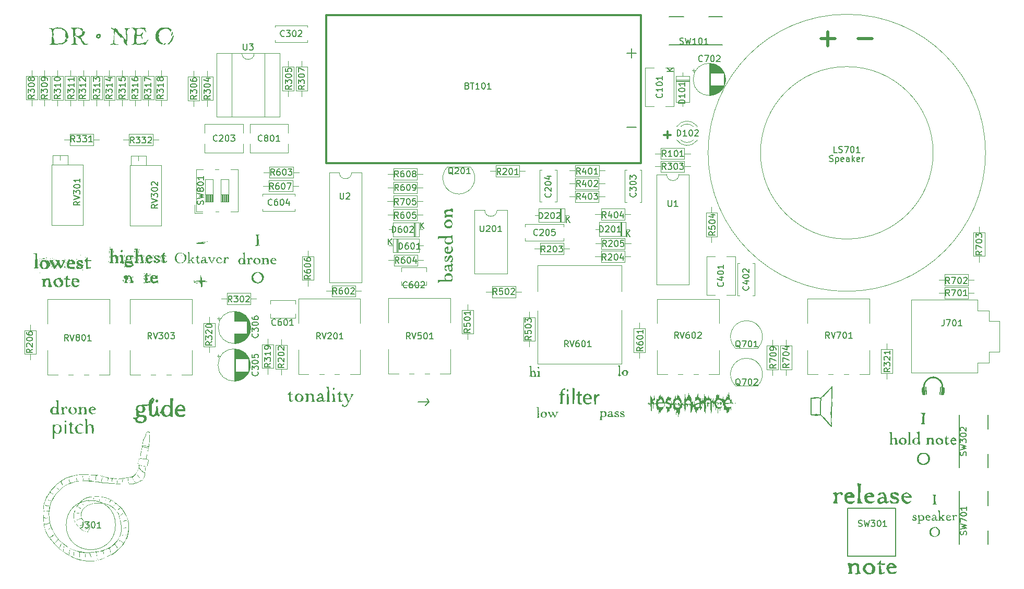
<source format=gbr>
%TF.GenerationSoftware,KiCad,Pcbnew,(6.0.0-0)*%
%TF.CreationDate,2022-12-08T16:32:42+01:00*%
%TF.ProjectId,drone_o_tron_1_0Rev1_rounded_edges,64726f6e-655f-46f5-9f74-726f6e5f315f,rev?*%
%TF.SameCoordinates,Original*%
%TF.FileFunction,Legend,Top*%
%TF.FilePolarity,Positive*%
%FSLAX46Y46*%
G04 Gerber Fmt 4.6, Leading zero omitted, Abs format (unit mm)*
G04 Created by KiCad (PCBNEW (6.0.0-0)) date 2022-12-08 16:32:42*
%MOMM*%
%LPD*%
G01*
G04 APERTURE LIST*
%ADD10C,0.000000*%
%ADD11C,0.150000*%
%ADD12C,0.300000*%
%ADD13C,0.500000*%
%ADD14C,0.120000*%
%ADD15C,0.350000*%
G04 APERTURE END LIST*
D10*
G36*
X29505176Y-3425798D02*
G01*
X29527114Y-3513554D01*
X29530248Y-3632650D01*
X29498907Y-3679662D01*
X29310860Y-4015012D01*
X29266983Y-4033817D01*
X29241910Y-3993073D01*
X29235642Y-3936659D01*
X29241910Y-3805026D01*
X29282653Y-3654589D01*
X29339067Y-3544895D01*
X29433091Y-3400725D01*
X29467566Y-3391323D01*
X29505176Y-3425798D01*
G37*
G36*
X28518501Y-2699122D02*
G01*
X28800438Y-2713219D01*
X29040085Y-2833042D01*
X29258587Y-2931720D01*
X29286780Y-3030398D01*
X29258587Y-3241851D01*
X29159908Y-3375772D01*
X29096473Y-3291190D01*
X28990746Y-3107931D01*
X28793390Y-2974011D01*
X28581937Y-2889430D01*
X28321145Y-2868284D01*
X28003965Y-2917623D01*
X27771367Y-3023350D01*
X27566962Y-3150222D01*
X27390752Y-3340529D01*
X27249783Y-3573128D01*
X27214541Y-3707048D01*
X27221589Y-3819823D01*
X27249783Y-3996034D01*
X27228638Y-4277971D01*
X27270928Y-4503521D01*
X27404848Y-4778410D01*
X27531720Y-4982814D01*
X27722028Y-5130832D01*
X27898239Y-5250655D01*
X27870045Y-5335236D01*
X27792512Y-5384575D01*
X27800000Y-5400000D01*
X27722028Y-5426866D01*
X27602205Y-5426866D01*
X27129959Y-5137880D01*
X26819828Y-4693829D01*
X26714102Y-4327310D01*
X26664763Y-3988985D01*
X26685908Y-3862113D01*
X26897361Y-3389868D01*
X27151105Y-3030398D01*
X27496478Y-2769606D01*
X27644495Y-2677977D01*
X27954626Y-2663880D01*
X28166079Y-2663880D01*
X28518501Y-2699122D01*
G37*
D11*
X71100000Y-63500000D02*
X70700000Y-62900000D01*
X69250000Y-63500000D02*
X70950000Y-63500000D01*
D10*
G36*
X29649345Y-4165450D02*
G01*
X29608601Y-4394240D01*
X29511444Y-4616762D01*
X29411152Y-4776602D01*
X29373543Y-4807943D01*
X29257580Y-4989722D01*
X29176093Y-5096282D01*
X29113411Y-5165233D01*
X29003717Y-5221647D01*
X29003717Y-5281195D01*
X28947303Y-5331341D01*
X28872084Y-5372084D01*
X28771792Y-5409694D01*
X28649562Y-5428498D01*
X28596282Y-5419096D01*
X28721647Y-5243585D01*
X28850145Y-5127623D01*
X28966108Y-5071209D01*
X29069533Y-4920772D01*
X29169825Y-4770334D01*
X29226239Y-4629299D01*
X29229373Y-4547812D01*
X29345336Y-4394240D01*
X29379811Y-4281412D01*
X29517712Y-4065158D01*
X29599199Y-3936659D01*
X29649345Y-3895916D01*
X29649345Y-4165450D01*
G37*
D11*
X71100000Y-63500000D02*
X70500000Y-64100000D01*
D10*
G36*
X28336150Y-5224781D02*
G01*
X28345553Y-5281195D01*
X28311077Y-5356414D01*
X28232725Y-5434766D01*
X28154372Y-5478644D01*
X28094823Y-5494315D01*
X28025873Y-5484912D01*
X27966325Y-5403425D01*
X28176310Y-5196574D01*
X28336150Y-5224781D01*
G37*
D11*
X136038095Y-24404761D02*
X136180952Y-24452380D01*
X136419047Y-24452380D01*
X136514285Y-24404761D01*
X136561904Y-24357142D01*
X136609523Y-24261904D01*
X136609523Y-24166666D01*
X136561904Y-24071428D01*
X136514285Y-24023809D01*
X136419047Y-23976190D01*
X136228571Y-23928571D01*
X136133333Y-23880952D01*
X136085714Y-23833333D01*
X136038095Y-23738095D01*
X136038095Y-23642857D01*
X136085714Y-23547619D01*
X136133333Y-23500000D01*
X136228571Y-23452380D01*
X136466666Y-23452380D01*
X136609523Y-23500000D01*
X137038095Y-23785714D02*
X137038095Y-24785714D01*
X137038095Y-23833333D02*
X137133333Y-23785714D01*
X137323809Y-23785714D01*
X137419047Y-23833333D01*
X137466666Y-23880952D01*
X137514285Y-23976190D01*
X137514285Y-24261904D01*
X137466666Y-24357142D01*
X137419047Y-24404761D01*
X137323809Y-24452380D01*
X137133333Y-24452380D01*
X137038095Y-24404761D01*
X138323809Y-24404761D02*
X138228571Y-24452380D01*
X138038095Y-24452380D01*
X137942857Y-24404761D01*
X137895238Y-24309523D01*
X137895238Y-23928571D01*
X137942857Y-23833333D01*
X138038095Y-23785714D01*
X138228571Y-23785714D01*
X138323809Y-23833333D01*
X138371428Y-23928571D01*
X138371428Y-24023809D01*
X137895238Y-24119047D01*
X139228571Y-24452380D02*
X139228571Y-23928571D01*
X139180952Y-23833333D01*
X139085714Y-23785714D01*
X138895238Y-23785714D01*
X138800000Y-23833333D01*
X139228571Y-24404761D02*
X139133333Y-24452380D01*
X138895238Y-24452380D01*
X138800000Y-24404761D01*
X138752380Y-24309523D01*
X138752380Y-24214285D01*
X138800000Y-24119047D01*
X138895238Y-24071428D01*
X139133333Y-24071428D01*
X139228571Y-24023809D01*
X139704761Y-24452380D02*
X139704761Y-23452380D01*
X139800000Y-24071428D02*
X140085714Y-24452380D01*
X140085714Y-23785714D02*
X139704761Y-24166666D01*
X140895238Y-24404761D02*
X140800000Y-24452380D01*
X140609523Y-24452380D01*
X140514285Y-24404761D01*
X140466666Y-24309523D01*
X140466666Y-23928571D01*
X140514285Y-23833333D01*
X140609523Y-23785714D01*
X140800000Y-23785714D01*
X140895238Y-23833333D01*
X140942857Y-23928571D01*
X140942857Y-24023809D01*
X140466666Y-24119047D01*
X141371428Y-24452380D02*
X141371428Y-23785714D01*
X141371428Y-23976190D02*
X141419047Y-23880952D01*
X141466666Y-23833333D01*
X141561904Y-23785714D01*
X141657142Y-23785714D01*
D12*
X109151948Y-20108300D02*
X110294805Y-20108300D01*
X109723377Y-20679729D02*
X109723377Y-19536872D01*
D13*
X134640519Y-4505443D02*
X136926234Y-4505443D01*
X135783377Y-5648300D02*
X135783377Y-3362586D01*
X140640519Y-4505443D02*
X142926234Y-4505443D01*
D11*
%TO.C,R320*%
X35852380Y-53709047D02*
X35376190Y-54042380D01*
X35852380Y-54280476D02*
X34852380Y-54280476D01*
X34852380Y-53899523D01*
X34900000Y-53804285D01*
X34947619Y-53756666D01*
X35042857Y-53709047D01*
X35185714Y-53709047D01*
X35280952Y-53756666D01*
X35328571Y-53804285D01*
X35376190Y-53899523D01*
X35376190Y-54280476D01*
X34852380Y-53375714D02*
X34852380Y-52756666D01*
X35233333Y-53090000D01*
X35233333Y-52947142D01*
X35280952Y-52851904D01*
X35328571Y-52804285D01*
X35423809Y-52756666D01*
X35661904Y-52756666D01*
X35757142Y-52804285D01*
X35804761Y-52851904D01*
X35852380Y-52947142D01*
X35852380Y-53232857D01*
X35804761Y-53328095D01*
X35757142Y-53375714D01*
X34947619Y-52375714D02*
X34900000Y-52328095D01*
X34852380Y-52232857D01*
X34852380Y-51994761D01*
X34900000Y-51899523D01*
X34947619Y-51851904D01*
X35042857Y-51804285D01*
X35138095Y-51804285D01*
X35280952Y-51851904D01*
X35852380Y-52423333D01*
X35852380Y-51804285D01*
X34852380Y-51185238D02*
X34852380Y-51090000D01*
X34900000Y-50994761D01*
X34947619Y-50947142D01*
X35042857Y-50899523D01*
X35233333Y-50851904D01*
X35471428Y-50851904D01*
X35661904Y-50899523D01*
X35757142Y-50947142D01*
X35804761Y-50994761D01*
X35852380Y-51090000D01*
X35852380Y-51185238D01*
X35804761Y-51280476D01*
X35757142Y-51328095D01*
X35661904Y-51375714D01*
X35471428Y-51423333D01*
X35233333Y-51423333D01*
X35042857Y-51375714D01*
X34947619Y-51328095D01*
X34900000Y-51280476D01*
X34852380Y-51185238D01*
%TO.C,R307*%
X50852380Y-12119047D02*
X50376190Y-12452380D01*
X50852380Y-12690476D02*
X49852380Y-12690476D01*
X49852380Y-12309523D01*
X49900000Y-12214285D01*
X49947619Y-12166666D01*
X50042857Y-12119047D01*
X50185714Y-12119047D01*
X50280952Y-12166666D01*
X50328571Y-12214285D01*
X50376190Y-12309523D01*
X50376190Y-12690476D01*
X49852380Y-11785714D02*
X49852380Y-11166666D01*
X50233333Y-11500000D01*
X50233333Y-11357142D01*
X50280952Y-11261904D01*
X50328571Y-11214285D01*
X50423809Y-11166666D01*
X50661904Y-11166666D01*
X50757142Y-11214285D01*
X50804761Y-11261904D01*
X50852380Y-11357142D01*
X50852380Y-11642857D01*
X50804761Y-11738095D01*
X50757142Y-11785714D01*
X49852380Y-10547619D02*
X49852380Y-10452380D01*
X49900000Y-10357142D01*
X49947619Y-10309523D01*
X50042857Y-10261904D01*
X50233333Y-10214285D01*
X50471428Y-10214285D01*
X50661904Y-10261904D01*
X50757142Y-10309523D01*
X50804761Y-10357142D01*
X50852380Y-10452380D01*
X50852380Y-10547619D01*
X50804761Y-10642857D01*
X50757142Y-10690476D01*
X50661904Y-10738095D01*
X50471428Y-10785714D01*
X50233333Y-10785714D01*
X50042857Y-10738095D01*
X49947619Y-10690476D01*
X49900000Y-10642857D01*
X49852380Y-10547619D01*
X49852380Y-9880952D02*
X49852380Y-9214285D01*
X50852380Y-9642857D01*
%TO.C,R204*%
X99774329Y-40443538D02*
X99440996Y-39967348D01*
X99202900Y-40443538D02*
X99202900Y-39443538D01*
X99583853Y-39443538D01*
X99679091Y-39491158D01*
X99726710Y-39538777D01*
X99774329Y-39634015D01*
X99774329Y-39776872D01*
X99726710Y-39872110D01*
X99679091Y-39919729D01*
X99583853Y-39967348D01*
X99202900Y-39967348D01*
X100155281Y-39538777D02*
X100202900Y-39491158D01*
X100298138Y-39443538D01*
X100536234Y-39443538D01*
X100631472Y-39491158D01*
X100679091Y-39538777D01*
X100726710Y-39634015D01*
X100726710Y-39729253D01*
X100679091Y-39872110D01*
X100107662Y-40443538D01*
X100726710Y-40443538D01*
X101345757Y-39443538D02*
X101440996Y-39443538D01*
X101536234Y-39491158D01*
X101583853Y-39538777D01*
X101631472Y-39634015D01*
X101679091Y-39824491D01*
X101679091Y-40062586D01*
X101631472Y-40253062D01*
X101583853Y-40348300D01*
X101536234Y-40395919D01*
X101440996Y-40443538D01*
X101345757Y-40443538D01*
X101250519Y-40395919D01*
X101202900Y-40348300D01*
X101155281Y-40253062D01*
X101107662Y-40062586D01*
X101107662Y-39824491D01*
X101155281Y-39634015D01*
X101202900Y-39538777D01*
X101250519Y-39491158D01*
X101345757Y-39443538D01*
X102536234Y-39776872D02*
X102536234Y-40443538D01*
X102298138Y-39395919D02*
X102060043Y-40110205D01*
X102679091Y-40110205D01*
%TO.C,C401*%
X118757142Y-44119047D02*
X118804761Y-44166666D01*
X118852380Y-44309523D01*
X118852380Y-44404761D01*
X118804761Y-44547619D01*
X118709523Y-44642857D01*
X118614285Y-44690476D01*
X118423809Y-44738095D01*
X118280952Y-44738095D01*
X118090476Y-44690476D01*
X117995238Y-44642857D01*
X117900000Y-44547619D01*
X117852380Y-44404761D01*
X117852380Y-44309523D01*
X117900000Y-44166666D01*
X117947619Y-44119047D01*
X118185714Y-43261904D02*
X118852380Y-43261904D01*
X117804761Y-43500000D02*
X118519047Y-43738095D01*
X118519047Y-43119047D01*
X117852380Y-42547619D02*
X117852380Y-42452380D01*
X117900000Y-42357142D01*
X117947619Y-42309523D01*
X118042857Y-42261904D01*
X118233333Y-42214285D01*
X118471428Y-42214285D01*
X118661904Y-42261904D01*
X118757142Y-42309523D01*
X118804761Y-42357142D01*
X118852380Y-42452380D01*
X118852380Y-42547619D01*
X118804761Y-42642857D01*
X118757142Y-42690476D01*
X118661904Y-42738095D01*
X118471428Y-42785714D01*
X118233333Y-42785714D01*
X118042857Y-42738095D01*
X117947619Y-42690476D01*
X117900000Y-42642857D01*
X117852380Y-42547619D01*
X118852380Y-41261904D02*
X118852380Y-41833333D01*
X118852380Y-41547619D02*
X117852380Y-41547619D01*
X117995238Y-41642857D01*
X118090476Y-41738095D01*
X118138095Y-41833333D01*
%TO.C,SW302*%
X158164937Y-72185714D02*
X158212556Y-72042857D01*
X158212556Y-71804761D01*
X158164937Y-71709523D01*
X158117318Y-71661904D01*
X158022080Y-71614285D01*
X157926842Y-71614285D01*
X157831604Y-71661904D01*
X157783985Y-71709523D01*
X157736366Y-71804761D01*
X157688747Y-71995238D01*
X157641128Y-72090476D01*
X157593509Y-72138095D01*
X157498271Y-72185714D01*
X157403033Y-72185714D01*
X157307795Y-72138095D01*
X157260176Y-72090476D01*
X157212556Y-71995238D01*
X157212556Y-71757142D01*
X157260176Y-71614285D01*
X157212556Y-71280952D02*
X158212556Y-71042857D01*
X157498271Y-70852380D01*
X158212556Y-70661904D01*
X157212556Y-70423809D01*
X157212556Y-70138095D02*
X157212556Y-69519047D01*
X157593509Y-69852380D01*
X157593509Y-69709523D01*
X157641128Y-69614285D01*
X157688747Y-69566666D01*
X157783985Y-69519047D01*
X158022080Y-69519047D01*
X158117318Y-69566666D01*
X158164937Y-69614285D01*
X158212556Y-69709523D01*
X158212556Y-69995238D01*
X158164937Y-70090476D01*
X158117318Y-70138095D01*
X157212556Y-68900000D02*
X157212556Y-68804761D01*
X157260176Y-68709523D01*
X157307795Y-68661904D01*
X157403033Y-68614285D01*
X157593509Y-68566666D01*
X157831604Y-68566666D01*
X158022080Y-68614285D01*
X158117318Y-68661904D01*
X158164937Y-68709523D01*
X158212556Y-68804761D01*
X158212556Y-68900000D01*
X158164937Y-68995238D01*
X158117318Y-69042857D01*
X158022080Y-69090476D01*
X157831604Y-69138095D01*
X157593509Y-69138095D01*
X157403033Y-69090476D01*
X157307795Y-69042857D01*
X157260176Y-68995238D01*
X157212556Y-68900000D01*
X157307795Y-68185714D02*
X157260176Y-68138095D01*
X157212556Y-68042857D01*
X157212556Y-67804761D01*
X157260176Y-67709523D01*
X157307795Y-67661904D01*
X157403033Y-67614285D01*
X157498271Y-67614285D01*
X157641128Y-67661904D01*
X158212556Y-68233333D01*
X158212556Y-67614285D01*
%TO.C,R402*%
X95574329Y-28493538D02*
X95240996Y-28017348D01*
X95002900Y-28493538D02*
X95002900Y-27493538D01*
X95383853Y-27493538D01*
X95479091Y-27541158D01*
X95526710Y-27588777D01*
X95574329Y-27684015D01*
X95574329Y-27826872D01*
X95526710Y-27922110D01*
X95479091Y-27969729D01*
X95383853Y-28017348D01*
X95002900Y-28017348D01*
X96431472Y-27826872D02*
X96431472Y-28493538D01*
X96193377Y-27445919D02*
X95955281Y-28160205D01*
X96574329Y-28160205D01*
X97145757Y-27493538D02*
X97240996Y-27493538D01*
X97336234Y-27541158D01*
X97383853Y-27588777D01*
X97431472Y-27684015D01*
X97479091Y-27874491D01*
X97479091Y-28112586D01*
X97431472Y-28303062D01*
X97383853Y-28398300D01*
X97336234Y-28445919D01*
X97240996Y-28493538D01*
X97145757Y-28493538D01*
X97050519Y-28445919D01*
X97002900Y-28398300D01*
X96955281Y-28303062D01*
X96907662Y-28112586D01*
X96907662Y-27874491D01*
X96955281Y-27684015D01*
X97002900Y-27588777D01*
X97050519Y-27541158D01*
X97145757Y-27493538D01*
X97860043Y-27588777D02*
X97907662Y-27541158D01*
X98002900Y-27493538D01*
X98240996Y-27493538D01*
X98336234Y-27541158D01*
X98383853Y-27588777D01*
X98431472Y-27684015D01*
X98431472Y-27779253D01*
X98383853Y-27922110D01*
X97812424Y-28493538D01*
X98431472Y-28493538D01*
%TO.C,R605*%
X66080952Y-33652380D02*
X65747619Y-33176190D01*
X65509523Y-33652380D02*
X65509523Y-32652380D01*
X65890476Y-32652380D01*
X65985714Y-32700000D01*
X66033333Y-32747619D01*
X66080952Y-32842857D01*
X66080952Y-32985714D01*
X66033333Y-33080952D01*
X65985714Y-33128571D01*
X65890476Y-33176190D01*
X65509523Y-33176190D01*
X66938095Y-32652380D02*
X66747619Y-32652380D01*
X66652380Y-32700000D01*
X66604761Y-32747619D01*
X66509523Y-32890476D01*
X66461904Y-33080952D01*
X66461904Y-33461904D01*
X66509523Y-33557142D01*
X66557142Y-33604761D01*
X66652380Y-33652380D01*
X66842857Y-33652380D01*
X66938095Y-33604761D01*
X66985714Y-33557142D01*
X67033333Y-33461904D01*
X67033333Y-33223809D01*
X66985714Y-33128571D01*
X66938095Y-33080952D01*
X66842857Y-33033333D01*
X66652380Y-33033333D01*
X66557142Y-33080952D01*
X66509523Y-33128571D01*
X66461904Y-33223809D01*
X67652380Y-32652380D02*
X67747619Y-32652380D01*
X67842857Y-32700000D01*
X67890476Y-32747619D01*
X67938095Y-32842857D01*
X67985714Y-33033333D01*
X67985714Y-33271428D01*
X67938095Y-33461904D01*
X67890476Y-33557142D01*
X67842857Y-33604761D01*
X67747619Y-33652380D01*
X67652380Y-33652380D01*
X67557142Y-33604761D01*
X67509523Y-33557142D01*
X67461904Y-33461904D01*
X67414285Y-33271428D01*
X67414285Y-33033333D01*
X67461904Y-32842857D01*
X67509523Y-32747619D01*
X67557142Y-32700000D01*
X67652380Y-32652380D01*
X68890476Y-32652380D02*
X68414285Y-32652380D01*
X68366666Y-33128571D01*
X68414285Y-33080952D01*
X68509523Y-33033333D01*
X68747619Y-33033333D01*
X68842857Y-33080952D01*
X68890476Y-33128571D01*
X68938095Y-33223809D01*
X68938095Y-33461904D01*
X68890476Y-33557142D01*
X68842857Y-33604761D01*
X68747619Y-33652380D01*
X68509523Y-33652380D01*
X68414285Y-33604761D01*
X68366666Y-33557142D01*
%TO.C,R205*%
X99814329Y-38243538D02*
X99480996Y-37767348D01*
X99242900Y-38243538D02*
X99242900Y-37243538D01*
X99623853Y-37243538D01*
X99719091Y-37291158D01*
X99766710Y-37338777D01*
X99814329Y-37434015D01*
X99814329Y-37576872D01*
X99766710Y-37672110D01*
X99719091Y-37719729D01*
X99623853Y-37767348D01*
X99242900Y-37767348D01*
X100195281Y-37338777D02*
X100242900Y-37291158D01*
X100338138Y-37243538D01*
X100576234Y-37243538D01*
X100671472Y-37291158D01*
X100719091Y-37338777D01*
X100766710Y-37434015D01*
X100766710Y-37529253D01*
X100719091Y-37672110D01*
X100147662Y-38243538D01*
X100766710Y-38243538D01*
X101385757Y-37243538D02*
X101480996Y-37243538D01*
X101576234Y-37291158D01*
X101623853Y-37338777D01*
X101671472Y-37434015D01*
X101719091Y-37624491D01*
X101719091Y-37862586D01*
X101671472Y-38053062D01*
X101623853Y-38148300D01*
X101576234Y-38195919D01*
X101480996Y-38243538D01*
X101385757Y-38243538D01*
X101290519Y-38195919D01*
X101242900Y-38148300D01*
X101195281Y-38053062D01*
X101147662Y-37862586D01*
X101147662Y-37624491D01*
X101195281Y-37434015D01*
X101242900Y-37338777D01*
X101290519Y-37291158D01*
X101385757Y-37243538D01*
X102623853Y-37243538D02*
X102147662Y-37243538D01*
X102100043Y-37719729D01*
X102147662Y-37672110D01*
X102242900Y-37624491D01*
X102480996Y-37624491D01*
X102576234Y-37672110D01*
X102623853Y-37719729D01*
X102671472Y-37814967D01*
X102671472Y-38053062D01*
X102623853Y-38148300D01*
X102576234Y-38195919D01*
X102480996Y-38243538D01*
X102242900Y-38243538D01*
X102147662Y-38195919D01*
X102100043Y-38148300D01*
%TO.C,SW701*%
X158204761Y-85085714D02*
X158252380Y-84942857D01*
X158252380Y-84704761D01*
X158204761Y-84609523D01*
X158157142Y-84561904D01*
X158061904Y-84514285D01*
X157966666Y-84514285D01*
X157871428Y-84561904D01*
X157823809Y-84609523D01*
X157776190Y-84704761D01*
X157728571Y-84895238D01*
X157680952Y-84990476D01*
X157633333Y-85038095D01*
X157538095Y-85085714D01*
X157442857Y-85085714D01*
X157347619Y-85038095D01*
X157300000Y-84990476D01*
X157252380Y-84895238D01*
X157252380Y-84657142D01*
X157300000Y-84514285D01*
X157252380Y-84180952D02*
X158252380Y-83942857D01*
X157538095Y-83752380D01*
X158252380Y-83561904D01*
X157252380Y-83323809D01*
X157252380Y-83038095D02*
X157252380Y-82371428D01*
X158252380Y-82800000D01*
X157252380Y-81800000D02*
X157252380Y-81704761D01*
X157300000Y-81609523D01*
X157347619Y-81561904D01*
X157442857Y-81514285D01*
X157633333Y-81466666D01*
X157871428Y-81466666D01*
X158061904Y-81514285D01*
X158157142Y-81561904D01*
X158204761Y-81609523D01*
X158252380Y-81704761D01*
X158252380Y-81800000D01*
X158204761Y-81895238D01*
X158157142Y-81942857D01*
X158061904Y-81990476D01*
X157871428Y-82038095D01*
X157633333Y-82038095D01*
X157442857Y-81990476D01*
X157347619Y-81942857D01*
X157300000Y-81895238D01*
X157252380Y-81800000D01*
X158252380Y-80514285D02*
X158252380Y-81085714D01*
X158252380Y-80800000D02*
X157252380Y-80800000D01*
X157395238Y-80895238D01*
X157490476Y-80990476D01*
X157538095Y-81085714D01*
%TO.C,R401*%
X95580952Y-26493538D02*
X95247619Y-26017348D01*
X95009523Y-26493538D02*
X95009523Y-25493538D01*
X95390476Y-25493538D01*
X95485714Y-25541158D01*
X95533333Y-25588777D01*
X95580952Y-25684015D01*
X95580952Y-25826872D01*
X95533333Y-25922110D01*
X95485714Y-25969729D01*
X95390476Y-26017348D01*
X95009523Y-26017348D01*
X96438095Y-25826872D02*
X96438095Y-26493538D01*
X96200000Y-25445919D02*
X95961904Y-26160205D01*
X96580952Y-26160205D01*
X97152380Y-25493538D02*
X97247619Y-25493538D01*
X97342857Y-25541158D01*
X97390476Y-25588777D01*
X97438095Y-25684015D01*
X97485714Y-25874491D01*
X97485714Y-26112586D01*
X97438095Y-26303062D01*
X97390476Y-26398300D01*
X97342857Y-26445919D01*
X97247619Y-26493538D01*
X97152380Y-26493538D01*
X97057142Y-26445919D01*
X97009523Y-26398300D01*
X96961904Y-26303062D01*
X96914285Y-26112586D01*
X96914285Y-25874491D01*
X96961904Y-25684015D01*
X97009523Y-25588777D01*
X97057142Y-25541158D01*
X97152380Y-25493538D01*
X98438095Y-26493538D02*
X97866666Y-26493538D01*
X98152380Y-26493538D02*
X98152380Y-25493538D01*
X98057142Y-25636396D01*
X97961904Y-25731634D01*
X97866666Y-25779253D01*
%TO.C,R331*%
X13590952Y-21252380D02*
X13257619Y-20776190D01*
X13019523Y-21252380D02*
X13019523Y-20252380D01*
X13400476Y-20252380D01*
X13495714Y-20300000D01*
X13543333Y-20347619D01*
X13590952Y-20442857D01*
X13590952Y-20585714D01*
X13543333Y-20680952D01*
X13495714Y-20728571D01*
X13400476Y-20776190D01*
X13019523Y-20776190D01*
X13924285Y-20252380D02*
X14543333Y-20252380D01*
X14210000Y-20633333D01*
X14352857Y-20633333D01*
X14448095Y-20680952D01*
X14495714Y-20728571D01*
X14543333Y-20823809D01*
X14543333Y-21061904D01*
X14495714Y-21157142D01*
X14448095Y-21204761D01*
X14352857Y-21252380D01*
X14067142Y-21252380D01*
X13971904Y-21204761D01*
X13924285Y-21157142D01*
X14876666Y-20252380D02*
X15495714Y-20252380D01*
X15162380Y-20633333D01*
X15305238Y-20633333D01*
X15400476Y-20680952D01*
X15448095Y-20728571D01*
X15495714Y-20823809D01*
X15495714Y-21061904D01*
X15448095Y-21157142D01*
X15400476Y-21204761D01*
X15305238Y-21252380D01*
X15019523Y-21252380D01*
X14924285Y-21204761D01*
X14876666Y-21157142D01*
X16448095Y-21252380D02*
X15876666Y-21252380D01*
X16162380Y-21252380D02*
X16162380Y-20252380D01*
X16067142Y-20395238D01*
X15971904Y-20490476D01*
X15876666Y-20538095D01*
%TO.C,R606*%
X51852380Y-42919047D02*
X51376190Y-43252380D01*
X51852380Y-43490476D02*
X50852380Y-43490476D01*
X50852380Y-43109523D01*
X50900000Y-43014285D01*
X50947619Y-42966666D01*
X51042857Y-42919047D01*
X51185714Y-42919047D01*
X51280952Y-42966666D01*
X51328571Y-43014285D01*
X51376190Y-43109523D01*
X51376190Y-43490476D01*
X50852380Y-42061904D02*
X50852380Y-42252380D01*
X50900000Y-42347619D01*
X50947619Y-42395238D01*
X51090476Y-42490476D01*
X51280952Y-42538095D01*
X51661904Y-42538095D01*
X51757142Y-42490476D01*
X51804761Y-42442857D01*
X51852380Y-42347619D01*
X51852380Y-42157142D01*
X51804761Y-42061904D01*
X51757142Y-42014285D01*
X51661904Y-41966666D01*
X51423809Y-41966666D01*
X51328571Y-42014285D01*
X51280952Y-42061904D01*
X51233333Y-42157142D01*
X51233333Y-42347619D01*
X51280952Y-42442857D01*
X51328571Y-42490476D01*
X51423809Y-42538095D01*
X50852380Y-41347619D02*
X50852380Y-41252380D01*
X50900000Y-41157142D01*
X50947619Y-41109523D01*
X51042857Y-41061904D01*
X51233333Y-41014285D01*
X51471428Y-41014285D01*
X51661904Y-41061904D01*
X51757142Y-41109523D01*
X51804761Y-41157142D01*
X51852380Y-41252380D01*
X51852380Y-41347619D01*
X51804761Y-41442857D01*
X51757142Y-41490476D01*
X51661904Y-41538095D01*
X51471428Y-41585714D01*
X51233333Y-41585714D01*
X51042857Y-41538095D01*
X50947619Y-41490476D01*
X50900000Y-41442857D01*
X50852380Y-41347619D01*
X50852380Y-40157142D02*
X50852380Y-40347619D01*
X50900000Y-40442857D01*
X50947619Y-40490476D01*
X51090476Y-40585714D01*
X51280952Y-40633333D01*
X51661904Y-40633333D01*
X51757142Y-40585714D01*
X51804761Y-40538095D01*
X51852380Y-40442857D01*
X51852380Y-40252380D01*
X51804761Y-40157142D01*
X51757142Y-40109523D01*
X51661904Y-40061904D01*
X51423809Y-40061904D01*
X51328571Y-40109523D01*
X51280952Y-40157142D01*
X51233333Y-40252380D01*
X51233333Y-40442857D01*
X51280952Y-40538095D01*
X51328571Y-40585714D01*
X51423809Y-40633333D01*
%TO.C,R709*%
X127352380Y-57409047D02*
X126876190Y-57742380D01*
X127352380Y-57980476D02*
X126352380Y-57980476D01*
X126352380Y-57599523D01*
X126400000Y-57504285D01*
X126447619Y-57456666D01*
X126542857Y-57409047D01*
X126685714Y-57409047D01*
X126780952Y-57456666D01*
X126828571Y-57504285D01*
X126876190Y-57599523D01*
X126876190Y-57980476D01*
X126352380Y-57075714D02*
X126352380Y-56409047D01*
X127352380Y-56837619D01*
X126352380Y-55837619D02*
X126352380Y-55742380D01*
X126400000Y-55647142D01*
X126447619Y-55599523D01*
X126542857Y-55551904D01*
X126733333Y-55504285D01*
X126971428Y-55504285D01*
X127161904Y-55551904D01*
X127257142Y-55599523D01*
X127304761Y-55647142D01*
X127352380Y-55742380D01*
X127352380Y-55837619D01*
X127304761Y-55932857D01*
X127257142Y-55980476D01*
X127161904Y-56028095D01*
X126971428Y-56075714D01*
X126733333Y-56075714D01*
X126542857Y-56028095D01*
X126447619Y-55980476D01*
X126400000Y-55932857D01*
X126352380Y-55837619D01*
X127352380Y-55028095D02*
X127352380Y-54837619D01*
X127304761Y-54742380D01*
X127257142Y-54694761D01*
X127114285Y-54599523D01*
X126923809Y-54551904D01*
X126542857Y-54551904D01*
X126447619Y-54599523D01*
X126400000Y-54647142D01*
X126352380Y-54742380D01*
X126352380Y-54932857D01*
X126400000Y-55028095D01*
X126447619Y-55075714D01*
X126542857Y-55123333D01*
X126780952Y-55123333D01*
X126876190Y-55075714D01*
X126923809Y-55028095D01*
X126971428Y-54932857D01*
X126971428Y-54742380D01*
X126923809Y-54647142D01*
X126876190Y-54599523D01*
X126780952Y-54551904D01*
%TO.C,R206*%
X6752380Y-54919047D02*
X6276190Y-55252380D01*
X6752380Y-55490476D02*
X5752380Y-55490476D01*
X5752380Y-55109523D01*
X5800000Y-55014285D01*
X5847619Y-54966666D01*
X5942857Y-54919047D01*
X6085714Y-54919047D01*
X6180952Y-54966666D01*
X6228571Y-55014285D01*
X6276190Y-55109523D01*
X6276190Y-55490476D01*
X5847619Y-54538095D02*
X5800000Y-54490476D01*
X5752380Y-54395238D01*
X5752380Y-54157142D01*
X5800000Y-54061904D01*
X5847619Y-54014285D01*
X5942857Y-53966666D01*
X6038095Y-53966666D01*
X6180952Y-54014285D01*
X6752380Y-54585714D01*
X6752380Y-53966666D01*
X5752380Y-53347619D02*
X5752380Y-53252380D01*
X5800000Y-53157142D01*
X5847619Y-53109523D01*
X5942857Y-53061904D01*
X6133333Y-53014285D01*
X6371428Y-53014285D01*
X6561904Y-53061904D01*
X6657142Y-53109523D01*
X6704761Y-53157142D01*
X6752380Y-53252380D01*
X6752380Y-53347619D01*
X6704761Y-53442857D01*
X6657142Y-53490476D01*
X6561904Y-53538095D01*
X6371428Y-53585714D01*
X6133333Y-53585714D01*
X5942857Y-53538095D01*
X5847619Y-53490476D01*
X5800000Y-53442857D01*
X5752380Y-53347619D01*
X5752380Y-52157142D02*
X5752380Y-52347619D01*
X5800000Y-52442857D01*
X5847619Y-52490476D01*
X5990476Y-52585714D01*
X6180952Y-52633333D01*
X6561904Y-52633333D01*
X6657142Y-52585714D01*
X6704761Y-52538095D01*
X6752380Y-52442857D01*
X6752380Y-52252380D01*
X6704761Y-52157142D01*
X6657142Y-52109523D01*
X6561904Y-52061904D01*
X6323809Y-52061904D01*
X6228571Y-52109523D01*
X6180952Y-52157142D01*
X6133333Y-52252380D01*
X6133333Y-52442857D01*
X6180952Y-52538095D01*
X6228571Y-52585714D01*
X6323809Y-52633333D01*
%TO.C,RV801*%
X12552380Y-53552380D02*
X12219047Y-53076190D01*
X11980952Y-53552380D02*
X11980952Y-52552380D01*
X12361904Y-52552380D01*
X12457142Y-52600000D01*
X12504761Y-52647619D01*
X12552380Y-52742857D01*
X12552380Y-52885714D01*
X12504761Y-52980952D01*
X12457142Y-53028571D01*
X12361904Y-53076190D01*
X11980952Y-53076190D01*
X12838095Y-52552380D02*
X13171428Y-53552380D01*
X13504761Y-52552380D01*
X13980952Y-52980952D02*
X13885714Y-52933333D01*
X13838095Y-52885714D01*
X13790476Y-52790476D01*
X13790476Y-52742857D01*
X13838095Y-52647619D01*
X13885714Y-52600000D01*
X13980952Y-52552380D01*
X14171428Y-52552380D01*
X14266666Y-52600000D01*
X14314285Y-52647619D01*
X14361904Y-52742857D01*
X14361904Y-52790476D01*
X14314285Y-52885714D01*
X14266666Y-52933333D01*
X14171428Y-52980952D01*
X13980952Y-52980952D01*
X13885714Y-53028571D01*
X13838095Y-53076190D01*
X13790476Y-53171428D01*
X13790476Y-53361904D01*
X13838095Y-53457142D01*
X13885714Y-53504761D01*
X13980952Y-53552380D01*
X14171428Y-53552380D01*
X14266666Y-53504761D01*
X14314285Y-53457142D01*
X14361904Y-53361904D01*
X14361904Y-53171428D01*
X14314285Y-53076190D01*
X14266666Y-53028571D01*
X14171428Y-52980952D01*
X14980952Y-52552380D02*
X15076190Y-52552380D01*
X15171428Y-52600000D01*
X15219047Y-52647619D01*
X15266666Y-52742857D01*
X15314285Y-52933333D01*
X15314285Y-53171428D01*
X15266666Y-53361904D01*
X15219047Y-53457142D01*
X15171428Y-53504761D01*
X15076190Y-53552380D01*
X14980952Y-53552380D01*
X14885714Y-53504761D01*
X14838095Y-53457142D01*
X14790476Y-53361904D01*
X14742857Y-53171428D01*
X14742857Y-52933333D01*
X14790476Y-52742857D01*
X14838095Y-52647619D01*
X14885714Y-52600000D01*
X14980952Y-52552380D01*
X16266666Y-53552380D02*
X15695238Y-53552380D01*
X15980952Y-53552380D02*
X15980952Y-52552380D01*
X15885714Y-52695238D01*
X15790476Y-52790476D01*
X15695238Y-52838095D01*
%TO.C,C702*%
X115413890Y-8136585D02*
X115366271Y-8184204D01*
X115223414Y-8231823D01*
X115128176Y-8231823D01*
X114985318Y-8184204D01*
X114890080Y-8088966D01*
X114842461Y-7993728D01*
X114794842Y-7803252D01*
X114794842Y-7660395D01*
X114842461Y-7469919D01*
X114890080Y-7374681D01*
X114985318Y-7279443D01*
X115128176Y-7231823D01*
X115223414Y-7231823D01*
X115366271Y-7279443D01*
X115413890Y-7327062D01*
X115747223Y-7231823D02*
X116413890Y-7231823D01*
X115985318Y-8231823D01*
X116985318Y-7231823D02*
X117080557Y-7231823D01*
X117175795Y-7279443D01*
X117223414Y-7327062D01*
X117271033Y-7422300D01*
X117318652Y-7612776D01*
X117318652Y-7850871D01*
X117271033Y-8041347D01*
X117223414Y-8136585D01*
X117175795Y-8184204D01*
X117080557Y-8231823D01*
X116985318Y-8231823D01*
X116890080Y-8184204D01*
X116842461Y-8136585D01*
X116794842Y-8041347D01*
X116747223Y-7850871D01*
X116747223Y-7612776D01*
X116794842Y-7422300D01*
X116842461Y-7327062D01*
X116890080Y-7279443D01*
X116985318Y-7231823D01*
X117699604Y-7327062D02*
X117747223Y-7279443D01*
X117842461Y-7231823D01*
X118080557Y-7231823D01*
X118175795Y-7279443D01*
X118223414Y-7327062D01*
X118271033Y-7422300D01*
X118271033Y-7517538D01*
X118223414Y-7660395D01*
X117651985Y-8231823D01*
X118271033Y-8231823D01*
%TO.C,R304*%
X35552380Y-13709047D02*
X35076190Y-14042380D01*
X35552380Y-14280476D02*
X34552380Y-14280476D01*
X34552380Y-13899523D01*
X34600000Y-13804285D01*
X34647619Y-13756666D01*
X34742857Y-13709047D01*
X34885714Y-13709047D01*
X34980952Y-13756666D01*
X35028571Y-13804285D01*
X35076190Y-13899523D01*
X35076190Y-14280476D01*
X34552380Y-13375714D02*
X34552380Y-12756666D01*
X34933333Y-13090000D01*
X34933333Y-12947142D01*
X34980952Y-12851904D01*
X35028571Y-12804285D01*
X35123809Y-12756666D01*
X35361904Y-12756666D01*
X35457142Y-12804285D01*
X35504761Y-12851904D01*
X35552380Y-12947142D01*
X35552380Y-13232857D01*
X35504761Y-13328095D01*
X35457142Y-13375714D01*
X34552380Y-12137619D02*
X34552380Y-12042380D01*
X34600000Y-11947142D01*
X34647619Y-11899523D01*
X34742857Y-11851904D01*
X34933333Y-11804285D01*
X35171428Y-11804285D01*
X35361904Y-11851904D01*
X35457142Y-11899523D01*
X35504761Y-11947142D01*
X35552380Y-12042380D01*
X35552380Y-12137619D01*
X35504761Y-12232857D01*
X35457142Y-12280476D01*
X35361904Y-12328095D01*
X35171428Y-12375714D01*
X34933333Y-12375714D01*
X34742857Y-12328095D01*
X34647619Y-12280476D01*
X34600000Y-12232857D01*
X34552380Y-12137619D01*
X34885714Y-10947142D02*
X35552380Y-10947142D01*
X34504761Y-11185238D02*
X35219047Y-11423333D01*
X35219047Y-10804285D01*
%TO.C,R308*%
X7052380Y-13619047D02*
X6576190Y-13952380D01*
X7052380Y-14190476D02*
X6052380Y-14190476D01*
X6052380Y-13809523D01*
X6100000Y-13714285D01*
X6147619Y-13666666D01*
X6242857Y-13619047D01*
X6385714Y-13619047D01*
X6480952Y-13666666D01*
X6528571Y-13714285D01*
X6576190Y-13809523D01*
X6576190Y-14190476D01*
X6052380Y-13285714D02*
X6052380Y-12666666D01*
X6433333Y-13000000D01*
X6433333Y-12857142D01*
X6480952Y-12761904D01*
X6528571Y-12714285D01*
X6623809Y-12666666D01*
X6861904Y-12666666D01*
X6957142Y-12714285D01*
X7004761Y-12761904D01*
X7052380Y-12857142D01*
X7052380Y-13142857D01*
X7004761Y-13238095D01*
X6957142Y-13285714D01*
X6052380Y-12047619D02*
X6052380Y-11952380D01*
X6100000Y-11857142D01*
X6147619Y-11809523D01*
X6242857Y-11761904D01*
X6433333Y-11714285D01*
X6671428Y-11714285D01*
X6861904Y-11761904D01*
X6957142Y-11809523D01*
X7004761Y-11857142D01*
X7052380Y-11952380D01*
X7052380Y-12047619D01*
X7004761Y-12142857D01*
X6957142Y-12190476D01*
X6861904Y-12238095D01*
X6671428Y-12285714D01*
X6433333Y-12285714D01*
X6242857Y-12238095D01*
X6147619Y-12190476D01*
X6100000Y-12142857D01*
X6052380Y-12047619D01*
X6480952Y-11142857D02*
X6433333Y-11238095D01*
X6385714Y-11285714D01*
X6290476Y-11333333D01*
X6242857Y-11333333D01*
X6147619Y-11285714D01*
X6100000Y-11238095D01*
X6052380Y-11142857D01*
X6052380Y-10952380D01*
X6100000Y-10857142D01*
X6147619Y-10809523D01*
X6242857Y-10761904D01*
X6290476Y-10761904D01*
X6385714Y-10809523D01*
X6433333Y-10857142D01*
X6480952Y-10952380D01*
X6480952Y-11142857D01*
X6528571Y-11238095D01*
X6576190Y-11285714D01*
X6671428Y-11333333D01*
X6861904Y-11333333D01*
X6957142Y-11285714D01*
X7004761Y-11238095D01*
X7052380Y-11142857D01*
X7052380Y-10952380D01*
X7004761Y-10857142D01*
X6957142Y-10809523D01*
X6861904Y-10761904D01*
X6671428Y-10761904D01*
X6576190Y-10809523D01*
X6528571Y-10857142D01*
X6480952Y-10952380D01*
%TO.C,J701*%
X154614285Y-50152380D02*
X154614285Y-50866666D01*
X154566666Y-51009523D01*
X154471428Y-51104761D01*
X154328571Y-51152380D01*
X154233333Y-51152380D01*
X154995238Y-50152380D02*
X155661904Y-50152380D01*
X155233333Y-51152380D01*
X156233333Y-50152380D02*
X156328571Y-50152380D01*
X156423809Y-50200000D01*
X156471428Y-50247619D01*
X156519047Y-50342857D01*
X156566666Y-50533333D01*
X156566666Y-50771428D01*
X156519047Y-50961904D01*
X156471428Y-51057142D01*
X156423809Y-51104761D01*
X156328571Y-51152380D01*
X156233333Y-51152380D01*
X156138095Y-51104761D01*
X156090476Y-51057142D01*
X156042857Y-50961904D01*
X155995238Y-50771428D01*
X155995238Y-50533333D01*
X156042857Y-50342857D01*
X156090476Y-50247619D01*
X156138095Y-50200000D01*
X156233333Y-50152380D01*
X157519047Y-51152380D02*
X156947619Y-51152380D01*
X157233333Y-51152380D02*
X157233333Y-50152380D01*
X157138095Y-50295238D01*
X157042857Y-50390476D01*
X156947619Y-50438095D01*
%TO.C,R704*%
X129452380Y-57309047D02*
X128976190Y-57642380D01*
X129452380Y-57880476D02*
X128452380Y-57880476D01*
X128452380Y-57499523D01*
X128500000Y-57404285D01*
X128547619Y-57356666D01*
X128642857Y-57309047D01*
X128785714Y-57309047D01*
X128880952Y-57356666D01*
X128928571Y-57404285D01*
X128976190Y-57499523D01*
X128976190Y-57880476D01*
X128452380Y-56975714D02*
X128452380Y-56309047D01*
X129452380Y-56737619D01*
X128452380Y-55737619D02*
X128452380Y-55642380D01*
X128500000Y-55547142D01*
X128547619Y-55499523D01*
X128642857Y-55451904D01*
X128833333Y-55404285D01*
X129071428Y-55404285D01*
X129261904Y-55451904D01*
X129357142Y-55499523D01*
X129404761Y-55547142D01*
X129452380Y-55642380D01*
X129452380Y-55737619D01*
X129404761Y-55832857D01*
X129357142Y-55880476D01*
X129261904Y-55928095D01*
X129071428Y-55975714D01*
X128833333Y-55975714D01*
X128642857Y-55928095D01*
X128547619Y-55880476D01*
X128500000Y-55832857D01*
X128452380Y-55737619D01*
X128785714Y-54547142D02*
X129452380Y-54547142D01*
X128404761Y-54785238D02*
X129119047Y-55023333D01*
X129119047Y-54404285D01*
%TO.C,RV601*%
X93635757Y-54543538D02*
X93302424Y-54067348D01*
X93064329Y-54543538D02*
X93064329Y-53543538D01*
X93445281Y-53543538D01*
X93540519Y-53591158D01*
X93588138Y-53638777D01*
X93635757Y-53734015D01*
X93635757Y-53876872D01*
X93588138Y-53972110D01*
X93540519Y-54019729D01*
X93445281Y-54067348D01*
X93064329Y-54067348D01*
X93921472Y-53543538D02*
X94254805Y-54543538D01*
X94588138Y-53543538D01*
X95350043Y-53543538D02*
X95159567Y-53543538D01*
X95064329Y-53591158D01*
X95016710Y-53638777D01*
X94921472Y-53781634D01*
X94873853Y-53972110D01*
X94873853Y-54353062D01*
X94921472Y-54448300D01*
X94969091Y-54495919D01*
X95064329Y-54543538D01*
X95254805Y-54543538D01*
X95350043Y-54495919D01*
X95397662Y-54448300D01*
X95445281Y-54353062D01*
X95445281Y-54114967D01*
X95397662Y-54019729D01*
X95350043Y-53972110D01*
X95254805Y-53924491D01*
X95064329Y-53924491D01*
X94969091Y-53972110D01*
X94921472Y-54019729D01*
X94873853Y-54114967D01*
X96064329Y-53543538D02*
X96159567Y-53543538D01*
X96254805Y-53591158D01*
X96302424Y-53638777D01*
X96350043Y-53734015D01*
X96397662Y-53924491D01*
X96397662Y-54162586D01*
X96350043Y-54353062D01*
X96302424Y-54448300D01*
X96254805Y-54495919D01*
X96159567Y-54543538D01*
X96064329Y-54543538D01*
X95969091Y-54495919D01*
X95921472Y-54448300D01*
X95873853Y-54353062D01*
X95826234Y-54162586D01*
X95826234Y-53924491D01*
X95873853Y-53734015D01*
X95921472Y-53638777D01*
X95969091Y-53591158D01*
X96064329Y-53543538D01*
X97350043Y-54543538D02*
X96778615Y-54543538D01*
X97064329Y-54543538D02*
X97064329Y-53543538D01*
X96969091Y-53686396D01*
X96873853Y-53781634D01*
X96778615Y-53829253D01*
%TO.C,R302*%
X39080952Y-47263332D02*
X38747619Y-46787142D01*
X38509523Y-47263332D02*
X38509523Y-46263332D01*
X38890476Y-46263332D01*
X38985714Y-46310952D01*
X39033333Y-46358571D01*
X39080952Y-46453809D01*
X39080952Y-46596666D01*
X39033333Y-46691904D01*
X38985714Y-46739523D01*
X38890476Y-46787142D01*
X38509523Y-46787142D01*
X39414285Y-46263332D02*
X40033333Y-46263332D01*
X39700000Y-46644285D01*
X39842857Y-46644285D01*
X39938095Y-46691904D01*
X39985714Y-46739523D01*
X40033333Y-46834761D01*
X40033333Y-47072856D01*
X39985714Y-47168094D01*
X39938095Y-47215713D01*
X39842857Y-47263332D01*
X39557142Y-47263332D01*
X39461904Y-47215713D01*
X39414285Y-47168094D01*
X40652380Y-46263332D02*
X40747619Y-46263332D01*
X40842857Y-46310952D01*
X40890476Y-46358571D01*
X40938095Y-46453809D01*
X40985714Y-46644285D01*
X40985714Y-46882380D01*
X40938095Y-47072856D01*
X40890476Y-47168094D01*
X40842857Y-47215713D01*
X40747619Y-47263332D01*
X40652380Y-47263332D01*
X40557142Y-47215713D01*
X40509523Y-47168094D01*
X40461904Y-47072856D01*
X40414285Y-46882380D01*
X40414285Y-46644285D01*
X40461904Y-46453809D01*
X40509523Y-46358571D01*
X40557142Y-46310952D01*
X40652380Y-46263332D01*
X41366666Y-46358571D02*
X41414285Y-46310952D01*
X41509523Y-46263332D01*
X41747619Y-46263332D01*
X41842857Y-46310952D01*
X41890476Y-46358571D01*
X41938095Y-46453809D01*
X41938095Y-46549047D01*
X41890476Y-46691904D01*
X41319047Y-47263332D01*
X41938095Y-47263332D01*
%TO.C,R602*%
X56090952Y-45952380D02*
X55757619Y-45476190D01*
X55519523Y-45952380D02*
X55519523Y-44952380D01*
X55900476Y-44952380D01*
X55995714Y-45000000D01*
X56043333Y-45047619D01*
X56090952Y-45142857D01*
X56090952Y-45285714D01*
X56043333Y-45380952D01*
X55995714Y-45428571D01*
X55900476Y-45476190D01*
X55519523Y-45476190D01*
X56948095Y-44952380D02*
X56757619Y-44952380D01*
X56662380Y-45000000D01*
X56614761Y-45047619D01*
X56519523Y-45190476D01*
X56471904Y-45380952D01*
X56471904Y-45761904D01*
X56519523Y-45857142D01*
X56567142Y-45904761D01*
X56662380Y-45952380D01*
X56852857Y-45952380D01*
X56948095Y-45904761D01*
X56995714Y-45857142D01*
X57043333Y-45761904D01*
X57043333Y-45523809D01*
X56995714Y-45428571D01*
X56948095Y-45380952D01*
X56852857Y-45333333D01*
X56662380Y-45333333D01*
X56567142Y-45380952D01*
X56519523Y-45428571D01*
X56471904Y-45523809D01*
X57662380Y-44952380D02*
X57757619Y-44952380D01*
X57852857Y-45000000D01*
X57900476Y-45047619D01*
X57948095Y-45142857D01*
X57995714Y-45333333D01*
X57995714Y-45571428D01*
X57948095Y-45761904D01*
X57900476Y-45857142D01*
X57852857Y-45904761D01*
X57757619Y-45952380D01*
X57662380Y-45952380D01*
X57567142Y-45904761D01*
X57519523Y-45857142D01*
X57471904Y-45761904D01*
X57424285Y-45571428D01*
X57424285Y-45333333D01*
X57471904Y-45142857D01*
X57519523Y-45047619D01*
X57567142Y-45000000D01*
X57662380Y-44952380D01*
X58376666Y-45047619D02*
X58424285Y-45000000D01*
X58519523Y-44952380D01*
X58757619Y-44952380D01*
X58852857Y-45000000D01*
X58900476Y-45047619D01*
X58948095Y-45142857D01*
X58948095Y-45238095D01*
X58900476Y-45380952D01*
X58329047Y-45952380D01*
X58948095Y-45952380D01*
%TO.C,R601*%
X105752380Y-54629047D02*
X105276190Y-54962380D01*
X105752380Y-55200476D02*
X104752380Y-55200476D01*
X104752380Y-54819523D01*
X104800000Y-54724285D01*
X104847619Y-54676666D01*
X104942857Y-54629047D01*
X105085714Y-54629047D01*
X105180952Y-54676666D01*
X105228571Y-54724285D01*
X105276190Y-54819523D01*
X105276190Y-55200476D01*
X104752380Y-53771904D02*
X104752380Y-53962380D01*
X104800000Y-54057619D01*
X104847619Y-54105238D01*
X104990476Y-54200476D01*
X105180952Y-54248095D01*
X105561904Y-54248095D01*
X105657142Y-54200476D01*
X105704761Y-54152857D01*
X105752380Y-54057619D01*
X105752380Y-53867142D01*
X105704761Y-53771904D01*
X105657142Y-53724285D01*
X105561904Y-53676666D01*
X105323809Y-53676666D01*
X105228571Y-53724285D01*
X105180952Y-53771904D01*
X105133333Y-53867142D01*
X105133333Y-54057619D01*
X105180952Y-54152857D01*
X105228571Y-54200476D01*
X105323809Y-54248095D01*
X104752380Y-53057619D02*
X104752380Y-52962380D01*
X104800000Y-52867142D01*
X104847619Y-52819523D01*
X104942857Y-52771904D01*
X105133333Y-52724285D01*
X105371428Y-52724285D01*
X105561904Y-52771904D01*
X105657142Y-52819523D01*
X105704761Y-52867142D01*
X105752380Y-52962380D01*
X105752380Y-53057619D01*
X105704761Y-53152857D01*
X105657142Y-53200476D01*
X105561904Y-53248095D01*
X105371428Y-53295714D01*
X105133333Y-53295714D01*
X104942857Y-53248095D01*
X104847619Y-53200476D01*
X104800000Y-53152857D01*
X104752380Y-53057619D01*
X105752380Y-51771904D02*
X105752380Y-52343333D01*
X105752380Y-52057619D02*
X104752380Y-52057619D01*
X104895238Y-52152857D01*
X104990476Y-52248095D01*
X105038095Y-52343333D01*
%TO.C,U1*%
X109848095Y-30761849D02*
X109848095Y-31571373D01*
X109895714Y-31666611D01*
X109943333Y-31714230D01*
X110038571Y-31761849D01*
X110229047Y-31761849D01*
X110324285Y-31714230D01*
X110371904Y-31666611D01*
X110419523Y-31571373D01*
X110419523Y-30761849D01*
X111419523Y-31761849D02*
X110848095Y-31761849D01*
X111133809Y-31761849D02*
X111133809Y-30761849D01*
X111038571Y-30904707D01*
X110943333Y-30999945D01*
X110848095Y-31047564D01*
%TO.C,C302*%
X47580952Y-4057142D02*
X47533333Y-4104761D01*
X47390476Y-4152380D01*
X47295238Y-4152380D01*
X47152380Y-4104761D01*
X47057142Y-4009523D01*
X47009523Y-3914285D01*
X46961904Y-3723809D01*
X46961904Y-3580952D01*
X47009523Y-3390476D01*
X47057142Y-3295238D01*
X47152380Y-3200000D01*
X47295238Y-3152380D01*
X47390476Y-3152380D01*
X47533333Y-3200000D01*
X47580952Y-3247619D01*
X47914285Y-3152380D02*
X48533333Y-3152380D01*
X48200000Y-3533333D01*
X48342857Y-3533333D01*
X48438095Y-3580952D01*
X48485714Y-3628571D01*
X48533333Y-3723809D01*
X48533333Y-3961904D01*
X48485714Y-4057142D01*
X48438095Y-4104761D01*
X48342857Y-4152380D01*
X48057142Y-4152380D01*
X47961904Y-4104761D01*
X47914285Y-4057142D01*
X49152380Y-3152380D02*
X49247619Y-3152380D01*
X49342857Y-3200000D01*
X49390476Y-3247619D01*
X49438095Y-3342857D01*
X49485714Y-3533333D01*
X49485714Y-3771428D01*
X49438095Y-3961904D01*
X49390476Y-4057142D01*
X49342857Y-4104761D01*
X49247619Y-4152380D01*
X49152380Y-4152380D01*
X49057142Y-4104761D01*
X49009523Y-4057142D01*
X48961904Y-3961904D01*
X48914285Y-3771428D01*
X48914285Y-3533333D01*
X48961904Y-3342857D01*
X49009523Y-3247619D01*
X49057142Y-3200000D01*
X49152380Y-3152380D01*
X49866666Y-3247619D02*
X49914285Y-3200000D01*
X50009523Y-3152380D01*
X50247619Y-3152380D01*
X50342857Y-3200000D01*
X50390476Y-3247619D01*
X50438095Y-3342857D01*
X50438095Y-3438095D01*
X50390476Y-3580952D01*
X49819047Y-4152380D01*
X50438095Y-4152380D01*
%TO.C,LS701*%
X137240295Y-22987914D02*
X136764105Y-22987914D01*
X136764105Y-21987914D01*
X137526010Y-22940295D02*
X137668867Y-22987914D01*
X137906962Y-22987914D01*
X138002200Y-22940295D01*
X138049819Y-22892676D01*
X138097438Y-22797438D01*
X138097438Y-22702200D01*
X138049819Y-22606962D01*
X138002200Y-22559343D01*
X137906962Y-22511724D01*
X137716486Y-22464105D01*
X137621248Y-22416486D01*
X137573629Y-22368867D01*
X137526010Y-22273629D01*
X137526010Y-22178391D01*
X137573629Y-22083153D01*
X137621248Y-22035534D01*
X137716486Y-21987914D01*
X137954581Y-21987914D01*
X138097438Y-22035534D01*
X138430772Y-21987914D02*
X139097438Y-21987914D01*
X138668867Y-22987914D01*
X139668867Y-21987914D02*
X139764105Y-21987914D01*
X139859343Y-22035534D01*
X139906962Y-22083153D01*
X139954581Y-22178391D01*
X140002200Y-22368867D01*
X140002200Y-22606962D01*
X139954581Y-22797438D01*
X139906962Y-22892676D01*
X139859343Y-22940295D01*
X139764105Y-22987914D01*
X139668867Y-22987914D01*
X139573629Y-22940295D01*
X139526010Y-22892676D01*
X139478391Y-22797438D01*
X139430772Y-22606962D01*
X139430772Y-22368867D01*
X139478391Y-22178391D01*
X139526010Y-22083153D01*
X139573629Y-22035534D01*
X139668867Y-21987914D01*
X140954581Y-22987914D02*
X140383153Y-22987914D01*
X140668867Y-22987914D02*
X140668867Y-21987914D01*
X140573629Y-22130772D01*
X140478391Y-22226010D01*
X140383153Y-22273629D01*
%TO.C,R317*%
X25952380Y-13609047D02*
X25476190Y-13942380D01*
X25952380Y-14180476D02*
X24952380Y-14180476D01*
X24952380Y-13799523D01*
X25000000Y-13704285D01*
X25047619Y-13656666D01*
X25142857Y-13609047D01*
X25285714Y-13609047D01*
X25380952Y-13656666D01*
X25428571Y-13704285D01*
X25476190Y-13799523D01*
X25476190Y-14180476D01*
X24952380Y-13275714D02*
X24952380Y-12656666D01*
X25333333Y-12990000D01*
X25333333Y-12847142D01*
X25380952Y-12751904D01*
X25428571Y-12704285D01*
X25523809Y-12656666D01*
X25761904Y-12656666D01*
X25857142Y-12704285D01*
X25904761Y-12751904D01*
X25952380Y-12847142D01*
X25952380Y-13132857D01*
X25904761Y-13228095D01*
X25857142Y-13275714D01*
X25952380Y-11704285D02*
X25952380Y-12275714D01*
X25952380Y-11990000D02*
X24952380Y-11990000D01*
X25095238Y-12085238D01*
X25190476Y-12180476D01*
X25238095Y-12275714D01*
X24952380Y-11370952D02*
X24952380Y-10704285D01*
X25952380Y-11132857D01*
%TO.C,Q201*%
X74952380Y-26537619D02*
X74857142Y-26490000D01*
X74761904Y-26394761D01*
X74619047Y-26251904D01*
X74523809Y-26204285D01*
X74428571Y-26204285D01*
X74476190Y-26442380D02*
X74380952Y-26394761D01*
X74285714Y-26299523D01*
X74238095Y-26109047D01*
X74238095Y-25775714D01*
X74285714Y-25585238D01*
X74380952Y-25490000D01*
X74476190Y-25442380D01*
X74666666Y-25442380D01*
X74761904Y-25490000D01*
X74857142Y-25585238D01*
X74904761Y-25775714D01*
X74904761Y-26109047D01*
X74857142Y-26299523D01*
X74761904Y-26394761D01*
X74666666Y-26442380D01*
X74476190Y-26442380D01*
X75285714Y-25537619D02*
X75333333Y-25490000D01*
X75428571Y-25442380D01*
X75666666Y-25442380D01*
X75761904Y-25490000D01*
X75809523Y-25537619D01*
X75857142Y-25632857D01*
X75857142Y-25728095D01*
X75809523Y-25870952D01*
X75238095Y-26442380D01*
X75857142Y-26442380D01*
X76476190Y-25442380D02*
X76571428Y-25442380D01*
X76666666Y-25490000D01*
X76714285Y-25537619D01*
X76761904Y-25632857D01*
X76809523Y-25823333D01*
X76809523Y-26061428D01*
X76761904Y-26251904D01*
X76714285Y-26347142D01*
X76666666Y-26394761D01*
X76571428Y-26442380D01*
X76476190Y-26442380D01*
X76380952Y-26394761D01*
X76333333Y-26347142D01*
X76285714Y-26251904D01*
X76238095Y-26061428D01*
X76238095Y-25823333D01*
X76285714Y-25632857D01*
X76333333Y-25537619D01*
X76380952Y-25490000D01*
X76476190Y-25442380D01*
X77761904Y-26442380D02*
X77190476Y-26442380D01*
X77476190Y-26442380D02*
X77476190Y-25442380D01*
X77380952Y-25585238D01*
X77285714Y-25680476D01*
X77190476Y-25728095D01*
%TO.C,C604*%
X45580952Y-31457142D02*
X45533333Y-31504761D01*
X45390476Y-31552380D01*
X45295238Y-31552380D01*
X45152380Y-31504761D01*
X45057142Y-31409523D01*
X45009523Y-31314285D01*
X44961904Y-31123809D01*
X44961904Y-30980952D01*
X45009523Y-30790476D01*
X45057142Y-30695238D01*
X45152380Y-30600000D01*
X45295238Y-30552380D01*
X45390476Y-30552380D01*
X45533333Y-30600000D01*
X45580952Y-30647619D01*
X46438095Y-30552380D02*
X46247619Y-30552380D01*
X46152380Y-30600000D01*
X46104761Y-30647619D01*
X46009523Y-30790476D01*
X45961904Y-30980952D01*
X45961904Y-31361904D01*
X46009523Y-31457142D01*
X46057142Y-31504761D01*
X46152380Y-31552380D01*
X46342857Y-31552380D01*
X46438095Y-31504761D01*
X46485714Y-31457142D01*
X46533333Y-31361904D01*
X46533333Y-31123809D01*
X46485714Y-31028571D01*
X46438095Y-30980952D01*
X46342857Y-30933333D01*
X46152380Y-30933333D01*
X46057142Y-30980952D01*
X46009523Y-31028571D01*
X45961904Y-31123809D01*
X47152380Y-30552380D02*
X47247619Y-30552380D01*
X47342857Y-30600000D01*
X47390476Y-30647619D01*
X47438095Y-30742857D01*
X47485714Y-30933333D01*
X47485714Y-31171428D01*
X47438095Y-31361904D01*
X47390476Y-31457142D01*
X47342857Y-31504761D01*
X47247619Y-31552380D01*
X47152380Y-31552380D01*
X47057142Y-31504761D01*
X47009523Y-31457142D01*
X46961904Y-31361904D01*
X46914285Y-31171428D01*
X46914285Y-30933333D01*
X46961904Y-30742857D01*
X47009523Y-30647619D01*
X47057142Y-30600000D01*
X47152380Y-30552380D01*
X48342857Y-30885714D02*
X48342857Y-31552380D01*
X48104761Y-30504761D02*
X47866666Y-31219047D01*
X48485714Y-31219047D01*
%TO.C,R604*%
X66180952Y-40952380D02*
X65847619Y-40476190D01*
X65609523Y-40952380D02*
X65609523Y-39952380D01*
X65990476Y-39952380D01*
X66085714Y-40000000D01*
X66133333Y-40047619D01*
X66180952Y-40142857D01*
X66180952Y-40285714D01*
X66133333Y-40380952D01*
X66085714Y-40428571D01*
X65990476Y-40476190D01*
X65609523Y-40476190D01*
X67038095Y-39952380D02*
X66847619Y-39952380D01*
X66752380Y-40000000D01*
X66704761Y-40047619D01*
X66609523Y-40190476D01*
X66561904Y-40380952D01*
X66561904Y-40761904D01*
X66609523Y-40857142D01*
X66657142Y-40904761D01*
X66752380Y-40952380D01*
X66942857Y-40952380D01*
X67038095Y-40904761D01*
X67085714Y-40857142D01*
X67133333Y-40761904D01*
X67133333Y-40523809D01*
X67085714Y-40428571D01*
X67038095Y-40380952D01*
X66942857Y-40333333D01*
X66752380Y-40333333D01*
X66657142Y-40380952D01*
X66609523Y-40428571D01*
X66561904Y-40523809D01*
X67752380Y-39952380D02*
X67847619Y-39952380D01*
X67942857Y-40000000D01*
X67990476Y-40047619D01*
X68038095Y-40142857D01*
X68085714Y-40333333D01*
X68085714Y-40571428D01*
X68038095Y-40761904D01*
X67990476Y-40857142D01*
X67942857Y-40904761D01*
X67847619Y-40952380D01*
X67752380Y-40952380D01*
X67657142Y-40904761D01*
X67609523Y-40857142D01*
X67561904Y-40761904D01*
X67514285Y-40571428D01*
X67514285Y-40333333D01*
X67561904Y-40142857D01*
X67609523Y-40047619D01*
X67657142Y-40000000D01*
X67752380Y-39952380D01*
X68942857Y-40285714D02*
X68942857Y-40952380D01*
X68704761Y-39904761D02*
X68466666Y-40619047D01*
X69085714Y-40619047D01*
%TO.C,R504*%
X117468078Y-35841859D02*
X116991888Y-36175192D01*
X117468078Y-36413288D02*
X116468078Y-36413288D01*
X116468078Y-36032335D01*
X116515698Y-35937097D01*
X116563317Y-35889478D01*
X116658555Y-35841859D01*
X116801412Y-35841859D01*
X116896650Y-35889478D01*
X116944269Y-35937097D01*
X116991888Y-36032335D01*
X116991888Y-36413288D01*
X116468078Y-34937097D02*
X116468078Y-35413288D01*
X116944269Y-35460907D01*
X116896650Y-35413288D01*
X116849031Y-35318050D01*
X116849031Y-35079954D01*
X116896650Y-34984716D01*
X116944269Y-34937097D01*
X117039507Y-34889478D01*
X117277602Y-34889478D01*
X117372840Y-34937097D01*
X117420459Y-34984716D01*
X117468078Y-35079954D01*
X117468078Y-35318050D01*
X117420459Y-35413288D01*
X117372840Y-35460907D01*
X116468078Y-34270431D02*
X116468078Y-34175192D01*
X116515698Y-34079954D01*
X116563317Y-34032335D01*
X116658555Y-33984716D01*
X116849031Y-33937097D01*
X117087126Y-33937097D01*
X117277602Y-33984716D01*
X117372840Y-34032335D01*
X117420459Y-34079954D01*
X117468078Y-34175192D01*
X117468078Y-34270431D01*
X117420459Y-34365669D01*
X117372840Y-34413288D01*
X117277602Y-34460907D01*
X117087126Y-34508526D01*
X116849031Y-34508526D01*
X116658555Y-34460907D01*
X116563317Y-34413288D01*
X116515698Y-34365669D01*
X116468078Y-34270431D01*
X116801412Y-33079954D02*
X117468078Y-33079954D01*
X116420459Y-33318050D02*
X117134745Y-33556145D01*
X117134745Y-32937097D01*
%TO.C,C601*%
X46180952Y-50957142D02*
X46133333Y-51004761D01*
X45990476Y-51052380D01*
X45895238Y-51052380D01*
X45752380Y-51004761D01*
X45657142Y-50909523D01*
X45609523Y-50814285D01*
X45561904Y-50623809D01*
X45561904Y-50480952D01*
X45609523Y-50290476D01*
X45657142Y-50195238D01*
X45752380Y-50100000D01*
X45895238Y-50052380D01*
X45990476Y-50052380D01*
X46133333Y-50100000D01*
X46180952Y-50147619D01*
X47038095Y-50052380D02*
X46847619Y-50052380D01*
X46752380Y-50100000D01*
X46704761Y-50147619D01*
X46609523Y-50290476D01*
X46561904Y-50480952D01*
X46561904Y-50861904D01*
X46609523Y-50957142D01*
X46657142Y-51004761D01*
X46752380Y-51052380D01*
X46942857Y-51052380D01*
X47038095Y-51004761D01*
X47085714Y-50957142D01*
X47133333Y-50861904D01*
X47133333Y-50623809D01*
X47085714Y-50528571D01*
X47038095Y-50480952D01*
X46942857Y-50433333D01*
X46752380Y-50433333D01*
X46657142Y-50480952D01*
X46609523Y-50528571D01*
X46561904Y-50623809D01*
X47752380Y-50052380D02*
X47847619Y-50052380D01*
X47942857Y-50100000D01*
X47990476Y-50147619D01*
X48038095Y-50242857D01*
X48085714Y-50433333D01*
X48085714Y-50671428D01*
X48038095Y-50861904D01*
X47990476Y-50957142D01*
X47942857Y-51004761D01*
X47847619Y-51052380D01*
X47752380Y-51052380D01*
X47657142Y-51004761D01*
X47609523Y-50957142D01*
X47561904Y-50861904D01*
X47514285Y-50671428D01*
X47514285Y-50433333D01*
X47561904Y-50242857D01*
X47609523Y-50147619D01*
X47657142Y-50100000D01*
X47752380Y-50052380D01*
X49038095Y-51052380D02*
X48466666Y-51052380D01*
X48752380Y-51052380D02*
X48752380Y-50052380D01*
X48657142Y-50195238D01*
X48561904Y-50290476D01*
X48466666Y-50338095D01*
%TO.C,R703*%
X160752380Y-39009047D02*
X160276190Y-39342380D01*
X160752380Y-39580476D02*
X159752380Y-39580476D01*
X159752380Y-39199523D01*
X159800000Y-39104285D01*
X159847619Y-39056666D01*
X159942857Y-39009047D01*
X160085714Y-39009047D01*
X160180952Y-39056666D01*
X160228571Y-39104285D01*
X160276190Y-39199523D01*
X160276190Y-39580476D01*
X159752380Y-38675714D02*
X159752380Y-38009047D01*
X160752380Y-38437619D01*
X159752380Y-37437619D02*
X159752380Y-37342380D01*
X159800000Y-37247142D01*
X159847619Y-37199523D01*
X159942857Y-37151904D01*
X160133333Y-37104285D01*
X160371428Y-37104285D01*
X160561904Y-37151904D01*
X160657142Y-37199523D01*
X160704761Y-37247142D01*
X160752380Y-37342380D01*
X160752380Y-37437619D01*
X160704761Y-37532857D01*
X160657142Y-37580476D01*
X160561904Y-37628095D01*
X160371428Y-37675714D01*
X160133333Y-37675714D01*
X159942857Y-37628095D01*
X159847619Y-37580476D01*
X159800000Y-37532857D01*
X159752380Y-37437619D01*
X159752380Y-36770952D02*
X159752380Y-36151904D01*
X160133333Y-36485238D01*
X160133333Y-36342380D01*
X160180952Y-36247142D01*
X160228571Y-36199523D01*
X160323809Y-36151904D01*
X160561904Y-36151904D01*
X160657142Y-36199523D01*
X160704761Y-36247142D01*
X160752380Y-36342380D01*
X160752380Y-36628095D01*
X160704761Y-36723333D01*
X160657142Y-36770952D01*
%TO.C,R315*%
X21752380Y-13609047D02*
X21276190Y-13942380D01*
X21752380Y-14180476D02*
X20752380Y-14180476D01*
X20752380Y-13799523D01*
X20800000Y-13704285D01*
X20847619Y-13656666D01*
X20942857Y-13609047D01*
X21085714Y-13609047D01*
X21180952Y-13656666D01*
X21228571Y-13704285D01*
X21276190Y-13799523D01*
X21276190Y-14180476D01*
X20752380Y-13275714D02*
X20752380Y-12656666D01*
X21133333Y-12990000D01*
X21133333Y-12847142D01*
X21180952Y-12751904D01*
X21228571Y-12704285D01*
X21323809Y-12656666D01*
X21561904Y-12656666D01*
X21657142Y-12704285D01*
X21704761Y-12751904D01*
X21752380Y-12847142D01*
X21752380Y-13132857D01*
X21704761Y-13228095D01*
X21657142Y-13275714D01*
X21752380Y-11704285D02*
X21752380Y-12275714D01*
X21752380Y-11990000D02*
X20752380Y-11990000D01*
X20895238Y-12085238D01*
X20990476Y-12180476D01*
X21038095Y-12275714D01*
X20752380Y-10799523D02*
X20752380Y-11275714D01*
X21228571Y-11323333D01*
X21180952Y-11275714D01*
X21133333Y-11180476D01*
X21133333Y-10942380D01*
X21180952Y-10847142D01*
X21228571Y-10799523D01*
X21323809Y-10751904D01*
X21561904Y-10751904D01*
X21657142Y-10799523D01*
X21704761Y-10847142D01*
X21752380Y-10942380D01*
X21752380Y-11180476D01*
X21704761Y-11275714D01*
X21657142Y-11323333D01*
%TO.C,R403*%
X95574329Y-30593538D02*
X95240996Y-30117348D01*
X95002900Y-30593538D02*
X95002900Y-29593538D01*
X95383853Y-29593538D01*
X95479091Y-29641158D01*
X95526710Y-29688777D01*
X95574329Y-29784015D01*
X95574329Y-29926872D01*
X95526710Y-30022110D01*
X95479091Y-30069729D01*
X95383853Y-30117348D01*
X95002900Y-30117348D01*
X96431472Y-29926872D02*
X96431472Y-30593538D01*
X96193377Y-29545919D02*
X95955281Y-30260205D01*
X96574329Y-30260205D01*
X97145757Y-29593538D02*
X97240996Y-29593538D01*
X97336234Y-29641158D01*
X97383853Y-29688777D01*
X97431472Y-29784015D01*
X97479091Y-29974491D01*
X97479091Y-30212586D01*
X97431472Y-30403062D01*
X97383853Y-30498300D01*
X97336234Y-30545919D01*
X97240996Y-30593538D01*
X97145757Y-30593538D01*
X97050519Y-30545919D01*
X97002900Y-30498300D01*
X96955281Y-30403062D01*
X96907662Y-30212586D01*
X96907662Y-29974491D01*
X96955281Y-29784015D01*
X97002900Y-29688777D01*
X97050519Y-29641158D01*
X97145757Y-29593538D01*
X97812424Y-29593538D02*
X98431472Y-29593538D01*
X98098138Y-29974491D01*
X98240996Y-29974491D01*
X98336234Y-30022110D01*
X98383853Y-30069729D01*
X98431472Y-30164967D01*
X98431472Y-30403062D01*
X98383853Y-30498300D01*
X98336234Y-30545919D01*
X98240996Y-30593538D01*
X97955281Y-30593538D01*
X97860043Y-30545919D01*
X97812424Y-30498300D01*
%TO.C,C303*%
X104540519Y-29560205D02*
X104588138Y-29607824D01*
X104635757Y-29750681D01*
X104635757Y-29845919D01*
X104588138Y-29988777D01*
X104492900Y-30084015D01*
X104397662Y-30131634D01*
X104207186Y-30179253D01*
X104064329Y-30179253D01*
X103873853Y-30131634D01*
X103778615Y-30084015D01*
X103683377Y-29988777D01*
X103635757Y-29845919D01*
X103635757Y-29750681D01*
X103683377Y-29607824D01*
X103730996Y-29560205D01*
X103635757Y-29226872D02*
X103635757Y-28607824D01*
X104016710Y-28941158D01*
X104016710Y-28798300D01*
X104064329Y-28703062D01*
X104111948Y-28655443D01*
X104207186Y-28607824D01*
X104445281Y-28607824D01*
X104540519Y-28655443D01*
X104588138Y-28703062D01*
X104635757Y-28798300D01*
X104635757Y-29084015D01*
X104588138Y-29179253D01*
X104540519Y-29226872D01*
X103635757Y-27988777D02*
X103635757Y-27893538D01*
X103683377Y-27798300D01*
X103730996Y-27750681D01*
X103826234Y-27703062D01*
X104016710Y-27655443D01*
X104254805Y-27655443D01*
X104445281Y-27703062D01*
X104540519Y-27750681D01*
X104588138Y-27798300D01*
X104635757Y-27893538D01*
X104635757Y-27988777D01*
X104588138Y-28084015D01*
X104540519Y-28131634D01*
X104445281Y-28179253D01*
X104254805Y-28226872D01*
X104016710Y-28226872D01*
X103826234Y-28179253D01*
X103730996Y-28131634D01*
X103683377Y-28084015D01*
X103635757Y-27988777D01*
X103635757Y-27322110D02*
X103635757Y-26703062D01*
X104016710Y-27036396D01*
X104016710Y-26893538D01*
X104064329Y-26798300D01*
X104111948Y-26750681D01*
X104207186Y-26703062D01*
X104445281Y-26703062D01*
X104540519Y-26750681D01*
X104588138Y-26798300D01*
X104635757Y-26893538D01*
X104635757Y-27179253D01*
X104588138Y-27274491D01*
X104540519Y-27322110D01*
%TO.C,D201*%
X98742900Y-35916840D02*
X98742900Y-34916840D01*
X98980996Y-34916840D01*
X99123853Y-34964460D01*
X99219091Y-35059698D01*
X99266710Y-35154936D01*
X99314329Y-35345412D01*
X99314329Y-35488269D01*
X99266710Y-35678745D01*
X99219091Y-35773983D01*
X99123853Y-35869221D01*
X98980996Y-35916840D01*
X98742900Y-35916840D01*
X99695281Y-35012079D02*
X99742900Y-34964460D01*
X99838138Y-34916840D01*
X100076234Y-34916840D01*
X100171472Y-34964460D01*
X100219091Y-35012079D01*
X100266710Y-35107317D01*
X100266710Y-35202555D01*
X100219091Y-35345412D01*
X99647662Y-35916840D01*
X100266710Y-35916840D01*
X100885757Y-34916840D02*
X100980996Y-34916840D01*
X101076234Y-34964460D01*
X101123853Y-35012079D01*
X101171472Y-35107317D01*
X101219091Y-35297793D01*
X101219091Y-35535888D01*
X101171472Y-35726364D01*
X101123853Y-35821602D01*
X101076234Y-35869221D01*
X100980996Y-35916840D01*
X100885757Y-35916840D01*
X100790519Y-35869221D01*
X100742900Y-35821602D01*
X100695281Y-35726364D01*
X100647662Y-35535888D01*
X100647662Y-35297793D01*
X100695281Y-35107317D01*
X100742900Y-35012079D01*
X100790519Y-34964460D01*
X100885757Y-34916840D01*
X102171472Y-35916840D02*
X101600043Y-35916840D01*
X101885757Y-35916840D02*
X101885757Y-34916840D01*
X101790519Y-35059698D01*
X101695281Y-35154936D01*
X101600043Y-35202555D01*
X103125593Y-36623365D02*
X103125593Y-35623365D01*
X103697021Y-36623365D02*
X103268450Y-36051937D01*
X103697021Y-35623365D02*
X103125593Y-36194794D01*
%TO.C,J301*%
X14914285Y-82952380D02*
X14914285Y-83666666D01*
X14866666Y-83809523D01*
X14771428Y-83904761D01*
X14628571Y-83952380D01*
X14533333Y-83952380D01*
X15295238Y-82952380D02*
X15914285Y-82952380D01*
X15580952Y-83333333D01*
X15723809Y-83333333D01*
X15819047Y-83380952D01*
X15866666Y-83428571D01*
X15914285Y-83523809D01*
X15914285Y-83761904D01*
X15866666Y-83857142D01*
X15819047Y-83904761D01*
X15723809Y-83952380D01*
X15438095Y-83952380D01*
X15342857Y-83904761D01*
X15295238Y-83857142D01*
X16533333Y-82952380D02*
X16628571Y-82952380D01*
X16723809Y-83000000D01*
X16771428Y-83047619D01*
X16819047Y-83142857D01*
X16866666Y-83333333D01*
X16866666Y-83571428D01*
X16819047Y-83761904D01*
X16771428Y-83857142D01*
X16723809Y-83904761D01*
X16628571Y-83952380D01*
X16533333Y-83952380D01*
X16438095Y-83904761D01*
X16390476Y-83857142D01*
X16342857Y-83761904D01*
X16295238Y-83571428D01*
X16295238Y-83333333D01*
X16342857Y-83142857D01*
X16390476Y-83047619D01*
X16438095Y-83000000D01*
X16533333Y-82952380D01*
X17819047Y-83952380D02*
X17247619Y-83952380D01*
X17533333Y-83952380D02*
X17533333Y-82952380D01*
X17438095Y-83095238D01*
X17342857Y-83190476D01*
X17247619Y-83238095D01*
%TO.C,R502*%
X82080952Y-46052380D02*
X81747619Y-45576190D01*
X81509523Y-46052380D02*
X81509523Y-45052380D01*
X81890476Y-45052380D01*
X81985714Y-45100000D01*
X82033333Y-45147619D01*
X82080952Y-45242857D01*
X82080952Y-45385714D01*
X82033333Y-45480952D01*
X81985714Y-45528571D01*
X81890476Y-45576190D01*
X81509523Y-45576190D01*
X82985714Y-45052380D02*
X82509523Y-45052380D01*
X82461904Y-45528571D01*
X82509523Y-45480952D01*
X82604761Y-45433333D01*
X82842857Y-45433333D01*
X82938095Y-45480952D01*
X82985714Y-45528571D01*
X83033333Y-45623809D01*
X83033333Y-45861904D01*
X82985714Y-45957142D01*
X82938095Y-46004761D01*
X82842857Y-46052380D01*
X82604761Y-46052380D01*
X82509523Y-46004761D01*
X82461904Y-45957142D01*
X83652380Y-45052380D02*
X83747619Y-45052380D01*
X83842857Y-45100000D01*
X83890476Y-45147619D01*
X83938095Y-45242857D01*
X83985714Y-45433333D01*
X83985714Y-45671428D01*
X83938095Y-45861904D01*
X83890476Y-45957142D01*
X83842857Y-46004761D01*
X83747619Y-46052380D01*
X83652380Y-46052380D01*
X83557142Y-46004761D01*
X83509523Y-45957142D01*
X83461904Y-45861904D01*
X83414285Y-45671428D01*
X83414285Y-45433333D01*
X83461904Y-45242857D01*
X83509523Y-45147619D01*
X83557142Y-45100000D01*
X83652380Y-45052380D01*
X84366666Y-45147619D02*
X84414285Y-45100000D01*
X84509523Y-45052380D01*
X84747619Y-45052380D01*
X84842857Y-45100000D01*
X84890476Y-45147619D01*
X84938095Y-45242857D01*
X84938095Y-45338095D01*
X84890476Y-45480952D01*
X84319047Y-46052380D01*
X84938095Y-46052380D01*
%TO.C,R314*%
X19652380Y-13629047D02*
X19176190Y-13962380D01*
X19652380Y-14200476D02*
X18652380Y-14200476D01*
X18652380Y-13819523D01*
X18700000Y-13724285D01*
X18747619Y-13676666D01*
X18842857Y-13629047D01*
X18985714Y-13629047D01*
X19080952Y-13676666D01*
X19128571Y-13724285D01*
X19176190Y-13819523D01*
X19176190Y-14200476D01*
X18652380Y-13295714D02*
X18652380Y-12676666D01*
X19033333Y-13010000D01*
X19033333Y-12867142D01*
X19080952Y-12771904D01*
X19128571Y-12724285D01*
X19223809Y-12676666D01*
X19461904Y-12676666D01*
X19557142Y-12724285D01*
X19604761Y-12771904D01*
X19652380Y-12867142D01*
X19652380Y-13152857D01*
X19604761Y-13248095D01*
X19557142Y-13295714D01*
X19652380Y-11724285D02*
X19652380Y-12295714D01*
X19652380Y-12010000D02*
X18652380Y-12010000D01*
X18795238Y-12105238D01*
X18890476Y-12200476D01*
X18938095Y-12295714D01*
X18985714Y-10867142D02*
X19652380Y-10867142D01*
X18604761Y-11105238D02*
X19319047Y-11343333D01*
X19319047Y-10724285D01*
%TO.C,C204*%
X90757142Y-29619047D02*
X90804761Y-29666666D01*
X90852380Y-29809523D01*
X90852380Y-29904761D01*
X90804761Y-30047619D01*
X90709523Y-30142857D01*
X90614285Y-30190476D01*
X90423809Y-30238095D01*
X90280952Y-30238095D01*
X90090476Y-30190476D01*
X89995238Y-30142857D01*
X89900000Y-30047619D01*
X89852380Y-29904761D01*
X89852380Y-29809523D01*
X89900000Y-29666666D01*
X89947619Y-29619047D01*
X89947619Y-29238095D02*
X89900000Y-29190476D01*
X89852380Y-29095238D01*
X89852380Y-28857142D01*
X89900000Y-28761904D01*
X89947619Y-28714285D01*
X90042857Y-28666666D01*
X90138095Y-28666666D01*
X90280952Y-28714285D01*
X90852380Y-29285714D01*
X90852380Y-28666666D01*
X89852380Y-28047619D02*
X89852380Y-27952380D01*
X89900000Y-27857142D01*
X89947619Y-27809523D01*
X90042857Y-27761904D01*
X90233333Y-27714285D01*
X90471428Y-27714285D01*
X90661904Y-27761904D01*
X90757142Y-27809523D01*
X90804761Y-27857142D01*
X90852380Y-27952380D01*
X90852380Y-28047619D01*
X90804761Y-28142857D01*
X90757142Y-28190476D01*
X90661904Y-28238095D01*
X90471428Y-28285714D01*
X90233333Y-28285714D01*
X90042857Y-28238095D01*
X89947619Y-28190476D01*
X89900000Y-28142857D01*
X89852380Y-28047619D01*
X90185714Y-26857142D02*
X90852380Y-26857142D01*
X89804761Y-27095238D02*
X90519047Y-27333333D01*
X90519047Y-26714285D01*
%TO.C,R312*%
X15352380Y-13629047D02*
X14876190Y-13962380D01*
X15352380Y-14200476D02*
X14352380Y-14200476D01*
X14352380Y-13819523D01*
X14400000Y-13724285D01*
X14447619Y-13676666D01*
X14542857Y-13629047D01*
X14685714Y-13629047D01*
X14780952Y-13676666D01*
X14828571Y-13724285D01*
X14876190Y-13819523D01*
X14876190Y-14200476D01*
X14352380Y-13295714D02*
X14352380Y-12676666D01*
X14733333Y-13010000D01*
X14733333Y-12867142D01*
X14780952Y-12771904D01*
X14828571Y-12724285D01*
X14923809Y-12676666D01*
X15161904Y-12676666D01*
X15257142Y-12724285D01*
X15304761Y-12771904D01*
X15352380Y-12867142D01*
X15352380Y-13152857D01*
X15304761Y-13248095D01*
X15257142Y-13295714D01*
X15352380Y-11724285D02*
X15352380Y-12295714D01*
X15352380Y-12010000D02*
X14352380Y-12010000D01*
X14495238Y-12105238D01*
X14590476Y-12200476D01*
X14638095Y-12295714D01*
X14447619Y-11343333D02*
X14400000Y-11295714D01*
X14352380Y-11200476D01*
X14352380Y-10962380D01*
X14400000Y-10867142D01*
X14447619Y-10819523D01*
X14542857Y-10771904D01*
X14638095Y-10771904D01*
X14780952Y-10819523D01*
X15352380Y-11390952D01*
X15352380Y-10771904D01*
%TO.C,R321*%
X145852380Y-58019047D02*
X145376190Y-58352380D01*
X145852380Y-58590476D02*
X144852380Y-58590476D01*
X144852380Y-58209523D01*
X144900000Y-58114285D01*
X144947619Y-58066666D01*
X145042857Y-58019047D01*
X145185714Y-58019047D01*
X145280952Y-58066666D01*
X145328571Y-58114285D01*
X145376190Y-58209523D01*
X145376190Y-58590476D01*
X144852380Y-57685714D02*
X144852380Y-57066666D01*
X145233333Y-57400000D01*
X145233333Y-57257142D01*
X145280952Y-57161904D01*
X145328571Y-57114285D01*
X145423809Y-57066666D01*
X145661904Y-57066666D01*
X145757142Y-57114285D01*
X145804761Y-57161904D01*
X145852380Y-57257142D01*
X145852380Y-57542857D01*
X145804761Y-57638095D01*
X145757142Y-57685714D01*
X144947619Y-56685714D02*
X144900000Y-56638095D01*
X144852380Y-56542857D01*
X144852380Y-56304761D01*
X144900000Y-56209523D01*
X144947619Y-56161904D01*
X145042857Y-56114285D01*
X145138095Y-56114285D01*
X145280952Y-56161904D01*
X145852380Y-56733333D01*
X145852380Y-56114285D01*
X145852380Y-55161904D02*
X145852380Y-55733333D01*
X145852380Y-55447619D02*
X144852380Y-55447619D01*
X144995238Y-55542857D01*
X145090476Y-55638095D01*
X145138095Y-55733333D01*
%TO.C,R404*%
X99774329Y-33593538D02*
X99440996Y-33117348D01*
X99202900Y-33593538D02*
X99202900Y-32593538D01*
X99583853Y-32593538D01*
X99679091Y-32641158D01*
X99726710Y-32688777D01*
X99774329Y-32784015D01*
X99774329Y-32926872D01*
X99726710Y-33022110D01*
X99679091Y-33069729D01*
X99583853Y-33117348D01*
X99202900Y-33117348D01*
X100631472Y-32926872D02*
X100631472Y-33593538D01*
X100393377Y-32545919D02*
X100155281Y-33260205D01*
X100774329Y-33260205D01*
X101345757Y-32593538D02*
X101440996Y-32593538D01*
X101536234Y-32641158D01*
X101583853Y-32688777D01*
X101631472Y-32784015D01*
X101679091Y-32974491D01*
X101679091Y-33212586D01*
X101631472Y-33403062D01*
X101583853Y-33498300D01*
X101536234Y-33545919D01*
X101440996Y-33593538D01*
X101345757Y-33593538D01*
X101250519Y-33545919D01*
X101202900Y-33498300D01*
X101155281Y-33403062D01*
X101107662Y-33212586D01*
X101107662Y-32974491D01*
X101155281Y-32784015D01*
X101202900Y-32688777D01*
X101250519Y-32641158D01*
X101345757Y-32593538D01*
X102536234Y-32926872D02*
X102536234Y-33593538D01*
X102298138Y-32545919D02*
X102060043Y-33260205D01*
X102679091Y-33260205D01*
%TO.C,Q701*%
X121552380Y-54647619D02*
X121457142Y-54600000D01*
X121361904Y-54504761D01*
X121219047Y-54361904D01*
X121123809Y-54314285D01*
X121028571Y-54314285D01*
X121076190Y-54552380D02*
X120980952Y-54504761D01*
X120885714Y-54409523D01*
X120838095Y-54219047D01*
X120838095Y-53885714D01*
X120885714Y-53695238D01*
X120980952Y-53600000D01*
X121076190Y-53552380D01*
X121266666Y-53552380D01*
X121361904Y-53600000D01*
X121457142Y-53695238D01*
X121504761Y-53885714D01*
X121504761Y-54219047D01*
X121457142Y-54409523D01*
X121361904Y-54504761D01*
X121266666Y-54552380D01*
X121076190Y-54552380D01*
X121838095Y-53552380D02*
X122504761Y-53552380D01*
X122076190Y-54552380D01*
X123076190Y-53552380D02*
X123171428Y-53552380D01*
X123266666Y-53600000D01*
X123314285Y-53647619D01*
X123361904Y-53742857D01*
X123409523Y-53933333D01*
X123409523Y-54171428D01*
X123361904Y-54361904D01*
X123314285Y-54457142D01*
X123266666Y-54504761D01*
X123171428Y-54552380D01*
X123076190Y-54552380D01*
X122980952Y-54504761D01*
X122933333Y-54457142D01*
X122885714Y-54361904D01*
X122838095Y-54171428D01*
X122838095Y-53933333D01*
X122885714Y-53742857D01*
X122933333Y-53647619D01*
X122980952Y-53600000D01*
X123076190Y-53552380D01*
X124361904Y-54552380D02*
X123790476Y-54552380D01*
X124076190Y-54552380D02*
X124076190Y-53552380D01*
X123980952Y-53695238D01*
X123885714Y-53790476D01*
X123790476Y-53838095D01*
%TO.C,BT101*%
X77261904Y-12128571D02*
X77404761Y-12176190D01*
X77452380Y-12223809D01*
X77500000Y-12319047D01*
X77500000Y-12461904D01*
X77452380Y-12557142D01*
X77404761Y-12604761D01*
X77309523Y-12652380D01*
X76928571Y-12652380D01*
X76928571Y-11652380D01*
X77261904Y-11652380D01*
X77357142Y-11700000D01*
X77404761Y-11747619D01*
X77452380Y-11842857D01*
X77452380Y-11938095D01*
X77404761Y-12033333D01*
X77357142Y-12080952D01*
X77261904Y-12128571D01*
X76928571Y-12128571D01*
X77785714Y-11652380D02*
X78357142Y-11652380D01*
X78071428Y-12652380D02*
X78071428Y-11652380D01*
X79214285Y-12652380D02*
X78642857Y-12652380D01*
X78928571Y-12652380D02*
X78928571Y-11652380D01*
X78833333Y-11795238D01*
X78738095Y-11890476D01*
X78642857Y-11938095D01*
X79833333Y-11652380D02*
X79928571Y-11652380D01*
X80023809Y-11700000D01*
X80071428Y-11747619D01*
X80119047Y-11842857D01*
X80166666Y-12033333D01*
X80166666Y-12271428D01*
X80119047Y-12461904D01*
X80071428Y-12557142D01*
X80023809Y-12604761D01*
X79928571Y-12652380D01*
X79833333Y-12652380D01*
X79738095Y-12604761D01*
X79690476Y-12557142D01*
X79642857Y-12461904D01*
X79595238Y-12271428D01*
X79595238Y-12033333D01*
X79642857Y-11842857D01*
X79690476Y-11747619D01*
X79738095Y-11700000D01*
X79833333Y-11652380D01*
X81119047Y-12652380D02*
X80547619Y-12652380D01*
X80833333Y-12652380D02*
X80833333Y-11652380D01*
X80738095Y-11795238D01*
X80642857Y-11890476D01*
X80547619Y-11938095D01*
X103148629Y-6840891D02*
X104672438Y-6840891D01*
X103910534Y-7602795D02*
X103910534Y-6078986D01*
X103148629Y-18840891D02*
X104672438Y-18840891D01*
%TO.C,U2*%
X56638095Y-29552380D02*
X56638095Y-30361904D01*
X56685714Y-30457142D01*
X56733333Y-30504761D01*
X56828571Y-30552380D01*
X57019047Y-30552380D01*
X57114285Y-30504761D01*
X57161904Y-30457142D01*
X57209523Y-30361904D01*
X57209523Y-29552380D01*
X57638095Y-29647619D02*
X57685714Y-29600000D01*
X57780952Y-29552380D01*
X58019047Y-29552380D01*
X58114285Y-29600000D01*
X58161904Y-29647619D01*
X58209523Y-29742857D01*
X58209523Y-29838095D01*
X58161904Y-29980952D01*
X57590476Y-30552380D01*
X58209523Y-30552380D01*
%TO.C,C203*%
X36680952Y-21057142D02*
X36633333Y-21104761D01*
X36490476Y-21152380D01*
X36395238Y-21152380D01*
X36252380Y-21104761D01*
X36157142Y-21009523D01*
X36109523Y-20914285D01*
X36061904Y-20723809D01*
X36061904Y-20580952D01*
X36109523Y-20390476D01*
X36157142Y-20295238D01*
X36252380Y-20200000D01*
X36395238Y-20152380D01*
X36490476Y-20152380D01*
X36633333Y-20200000D01*
X36680952Y-20247619D01*
X37061904Y-20247619D02*
X37109523Y-20200000D01*
X37204761Y-20152380D01*
X37442857Y-20152380D01*
X37538095Y-20200000D01*
X37585714Y-20247619D01*
X37633333Y-20342857D01*
X37633333Y-20438095D01*
X37585714Y-20580952D01*
X37014285Y-21152380D01*
X37633333Y-21152380D01*
X38252380Y-20152380D02*
X38347619Y-20152380D01*
X38442857Y-20200000D01*
X38490476Y-20247619D01*
X38538095Y-20342857D01*
X38585714Y-20533333D01*
X38585714Y-20771428D01*
X38538095Y-20961904D01*
X38490476Y-21057142D01*
X38442857Y-21104761D01*
X38347619Y-21152380D01*
X38252380Y-21152380D01*
X38157142Y-21104761D01*
X38109523Y-21057142D01*
X38061904Y-20961904D01*
X38014285Y-20771428D01*
X38014285Y-20533333D01*
X38061904Y-20342857D01*
X38109523Y-20247619D01*
X38157142Y-20200000D01*
X38252380Y-20152380D01*
X38919047Y-20152380D02*
X39538095Y-20152380D01*
X39204761Y-20533333D01*
X39347619Y-20533333D01*
X39442857Y-20580952D01*
X39490476Y-20628571D01*
X39538095Y-20723809D01*
X39538095Y-20961904D01*
X39490476Y-21057142D01*
X39442857Y-21104761D01*
X39347619Y-21152380D01*
X39061904Y-21152380D01*
X38966666Y-21104761D01*
X38919047Y-21057142D01*
%TO.C,R203*%
X89864329Y-39143538D02*
X89530996Y-38667348D01*
X89292900Y-39143538D02*
X89292900Y-38143538D01*
X89673853Y-38143538D01*
X89769091Y-38191158D01*
X89816710Y-38238777D01*
X89864329Y-38334015D01*
X89864329Y-38476872D01*
X89816710Y-38572110D01*
X89769091Y-38619729D01*
X89673853Y-38667348D01*
X89292900Y-38667348D01*
X90245281Y-38238777D02*
X90292900Y-38191158D01*
X90388138Y-38143538D01*
X90626234Y-38143538D01*
X90721472Y-38191158D01*
X90769091Y-38238777D01*
X90816710Y-38334015D01*
X90816710Y-38429253D01*
X90769091Y-38572110D01*
X90197662Y-39143538D01*
X90816710Y-39143538D01*
X91435757Y-38143538D02*
X91530996Y-38143538D01*
X91626234Y-38191158D01*
X91673853Y-38238777D01*
X91721472Y-38334015D01*
X91769091Y-38524491D01*
X91769091Y-38762586D01*
X91721472Y-38953062D01*
X91673853Y-39048300D01*
X91626234Y-39095919D01*
X91530996Y-39143538D01*
X91435757Y-39143538D01*
X91340519Y-39095919D01*
X91292900Y-39048300D01*
X91245281Y-38953062D01*
X91197662Y-38762586D01*
X91197662Y-38524491D01*
X91245281Y-38334015D01*
X91292900Y-38238777D01*
X91340519Y-38191158D01*
X91435757Y-38143538D01*
X92102424Y-38143538D02*
X92721472Y-38143538D01*
X92388138Y-38524491D01*
X92530996Y-38524491D01*
X92626234Y-38572110D01*
X92673853Y-38619729D01*
X92721472Y-38714967D01*
X92721472Y-38953062D01*
X92673853Y-39048300D01*
X92626234Y-39095919D01*
X92530996Y-39143538D01*
X92245281Y-39143538D01*
X92150043Y-39095919D01*
X92102424Y-39048300D01*
%TO.C,Q702*%
X121552380Y-60847619D02*
X121457142Y-60800000D01*
X121361904Y-60704761D01*
X121219047Y-60561904D01*
X121123809Y-60514285D01*
X121028571Y-60514285D01*
X121076190Y-60752380D02*
X120980952Y-60704761D01*
X120885714Y-60609523D01*
X120838095Y-60419047D01*
X120838095Y-60085714D01*
X120885714Y-59895238D01*
X120980952Y-59800000D01*
X121076190Y-59752380D01*
X121266666Y-59752380D01*
X121361904Y-59800000D01*
X121457142Y-59895238D01*
X121504761Y-60085714D01*
X121504761Y-60419047D01*
X121457142Y-60609523D01*
X121361904Y-60704761D01*
X121266666Y-60752380D01*
X121076190Y-60752380D01*
X121838095Y-59752380D02*
X122504761Y-59752380D01*
X122076190Y-60752380D01*
X123076190Y-59752380D02*
X123171428Y-59752380D01*
X123266666Y-59800000D01*
X123314285Y-59847619D01*
X123361904Y-59942857D01*
X123409523Y-60133333D01*
X123409523Y-60371428D01*
X123361904Y-60561904D01*
X123314285Y-60657142D01*
X123266666Y-60704761D01*
X123171428Y-60752380D01*
X123076190Y-60752380D01*
X122980952Y-60704761D01*
X122933333Y-60657142D01*
X122885714Y-60561904D01*
X122838095Y-60371428D01*
X122838095Y-60133333D01*
X122885714Y-59942857D01*
X122933333Y-59847619D01*
X122980952Y-59800000D01*
X123076190Y-59752380D01*
X123790476Y-59847619D02*
X123838095Y-59800000D01*
X123933333Y-59752380D01*
X124171428Y-59752380D01*
X124266666Y-59800000D01*
X124314285Y-59847619D01*
X124361904Y-59942857D01*
X124361904Y-60038095D01*
X124314285Y-60180952D01*
X123742857Y-60752380D01*
X124361904Y-60752380D01*
%TO.C,C402*%
X122857142Y-44719047D02*
X122904761Y-44766666D01*
X122952380Y-44909523D01*
X122952380Y-45004761D01*
X122904761Y-45147619D01*
X122809523Y-45242857D01*
X122714285Y-45290476D01*
X122523809Y-45338095D01*
X122380952Y-45338095D01*
X122190476Y-45290476D01*
X122095238Y-45242857D01*
X122000000Y-45147619D01*
X121952380Y-45004761D01*
X121952380Y-44909523D01*
X122000000Y-44766666D01*
X122047619Y-44719047D01*
X122285714Y-43861904D02*
X122952380Y-43861904D01*
X121904761Y-44100000D02*
X122619047Y-44338095D01*
X122619047Y-43719047D01*
X121952380Y-43147619D02*
X121952380Y-43052380D01*
X122000000Y-42957142D01*
X122047619Y-42909523D01*
X122142857Y-42861904D01*
X122333333Y-42814285D01*
X122571428Y-42814285D01*
X122761904Y-42861904D01*
X122857142Y-42909523D01*
X122904761Y-42957142D01*
X122952380Y-43052380D01*
X122952380Y-43147619D01*
X122904761Y-43242857D01*
X122857142Y-43290476D01*
X122761904Y-43338095D01*
X122571428Y-43385714D01*
X122333333Y-43385714D01*
X122142857Y-43338095D01*
X122047619Y-43290476D01*
X122000000Y-43242857D01*
X121952380Y-43147619D01*
X122047619Y-42433333D02*
X122000000Y-42385714D01*
X121952380Y-42290476D01*
X121952380Y-42052380D01*
X122000000Y-41957142D01*
X122047619Y-41909523D01*
X122142857Y-41861904D01*
X122238095Y-41861904D01*
X122380952Y-41909523D01*
X122952380Y-42480952D01*
X122952380Y-41861904D01*
%TO.C,R608*%
X66080952Y-26952380D02*
X65747619Y-26476190D01*
X65509523Y-26952380D02*
X65509523Y-25952380D01*
X65890476Y-25952380D01*
X65985714Y-26000000D01*
X66033333Y-26047619D01*
X66080952Y-26142857D01*
X66080952Y-26285714D01*
X66033333Y-26380952D01*
X65985714Y-26428571D01*
X65890476Y-26476190D01*
X65509523Y-26476190D01*
X66938095Y-25952380D02*
X66747619Y-25952380D01*
X66652380Y-26000000D01*
X66604761Y-26047619D01*
X66509523Y-26190476D01*
X66461904Y-26380952D01*
X66461904Y-26761904D01*
X66509523Y-26857142D01*
X66557142Y-26904761D01*
X66652380Y-26952380D01*
X66842857Y-26952380D01*
X66938095Y-26904761D01*
X66985714Y-26857142D01*
X67033333Y-26761904D01*
X67033333Y-26523809D01*
X66985714Y-26428571D01*
X66938095Y-26380952D01*
X66842857Y-26333333D01*
X66652380Y-26333333D01*
X66557142Y-26380952D01*
X66509523Y-26428571D01*
X66461904Y-26523809D01*
X67652380Y-25952380D02*
X67747619Y-25952380D01*
X67842857Y-26000000D01*
X67890476Y-26047619D01*
X67938095Y-26142857D01*
X67985714Y-26333333D01*
X67985714Y-26571428D01*
X67938095Y-26761904D01*
X67890476Y-26857142D01*
X67842857Y-26904761D01*
X67747619Y-26952380D01*
X67652380Y-26952380D01*
X67557142Y-26904761D01*
X67509523Y-26857142D01*
X67461904Y-26761904D01*
X67414285Y-26571428D01*
X67414285Y-26333333D01*
X67461904Y-26142857D01*
X67509523Y-26047619D01*
X67557142Y-26000000D01*
X67652380Y-25952380D01*
X68557142Y-26380952D02*
X68461904Y-26333333D01*
X68414285Y-26285714D01*
X68366666Y-26190476D01*
X68366666Y-26142857D01*
X68414285Y-26047619D01*
X68461904Y-26000000D01*
X68557142Y-25952380D01*
X68747619Y-25952380D01*
X68842857Y-26000000D01*
X68890476Y-26047619D01*
X68938095Y-26142857D01*
X68938095Y-26190476D01*
X68890476Y-26285714D01*
X68842857Y-26333333D01*
X68747619Y-26380952D01*
X68557142Y-26380952D01*
X68461904Y-26428571D01*
X68414285Y-26476190D01*
X68366666Y-26571428D01*
X68366666Y-26761904D01*
X68414285Y-26857142D01*
X68461904Y-26904761D01*
X68557142Y-26952380D01*
X68747619Y-26952380D01*
X68842857Y-26904761D01*
X68890476Y-26857142D01*
X68938095Y-26761904D01*
X68938095Y-26571428D01*
X68890476Y-26476190D01*
X68842857Y-26428571D01*
X68747619Y-26380952D01*
%TO.C,R705*%
X66070952Y-31452380D02*
X65737619Y-30976190D01*
X65499523Y-31452380D02*
X65499523Y-30452380D01*
X65880476Y-30452380D01*
X65975714Y-30500000D01*
X66023333Y-30547619D01*
X66070952Y-30642857D01*
X66070952Y-30785714D01*
X66023333Y-30880952D01*
X65975714Y-30928571D01*
X65880476Y-30976190D01*
X65499523Y-30976190D01*
X66404285Y-30452380D02*
X67070952Y-30452380D01*
X66642380Y-31452380D01*
X67642380Y-30452380D02*
X67737619Y-30452380D01*
X67832857Y-30500000D01*
X67880476Y-30547619D01*
X67928095Y-30642857D01*
X67975714Y-30833333D01*
X67975714Y-31071428D01*
X67928095Y-31261904D01*
X67880476Y-31357142D01*
X67832857Y-31404761D01*
X67737619Y-31452380D01*
X67642380Y-31452380D01*
X67547142Y-31404761D01*
X67499523Y-31357142D01*
X67451904Y-31261904D01*
X67404285Y-31071428D01*
X67404285Y-30833333D01*
X67451904Y-30642857D01*
X67499523Y-30547619D01*
X67547142Y-30500000D01*
X67642380Y-30452380D01*
X68880476Y-30452380D02*
X68404285Y-30452380D01*
X68356666Y-30928571D01*
X68404285Y-30880952D01*
X68499523Y-30833333D01*
X68737619Y-30833333D01*
X68832857Y-30880952D01*
X68880476Y-30928571D01*
X68928095Y-31023809D01*
X68928095Y-31261904D01*
X68880476Y-31357142D01*
X68832857Y-31404761D01*
X68737619Y-31452380D01*
X68499523Y-31452380D01*
X68404285Y-31404761D01*
X68356666Y-31357142D01*
%TO.C,D202*%
X88909523Y-33721108D02*
X88909523Y-32721108D01*
X89147619Y-32721108D01*
X89290476Y-32768728D01*
X89385714Y-32863966D01*
X89433333Y-32959204D01*
X89480952Y-33149680D01*
X89480952Y-33292537D01*
X89433333Y-33483013D01*
X89385714Y-33578251D01*
X89290476Y-33673489D01*
X89147619Y-33721108D01*
X88909523Y-33721108D01*
X89861904Y-32816347D02*
X89909523Y-32768728D01*
X90004761Y-32721108D01*
X90242857Y-32721108D01*
X90338095Y-32768728D01*
X90385714Y-32816347D01*
X90433333Y-32911585D01*
X90433333Y-33006823D01*
X90385714Y-33149680D01*
X89814285Y-33721108D01*
X90433333Y-33721108D01*
X91052380Y-32721108D02*
X91147619Y-32721108D01*
X91242857Y-32768728D01*
X91290476Y-32816347D01*
X91338095Y-32911585D01*
X91385714Y-33102061D01*
X91385714Y-33340156D01*
X91338095Y-33530632D01*
X91290476Y-33625870D01*
X91242857Y-33673489D01*
X91147619Y-33721108D01*
X91052380Y-33721108D01*
X90957142Y-33673489D01*
X90909523Y-33625870D01*
X90861904Y-33530632D01*
X90814285Y-33340156D01*
X90814285Y-33102061D01*
X90861904Y-32911585D01*
X90909523Y-32816347D01*
X90957142Y-32768728D01*
X91052380Y-32721108D01*
X91766666Y-32816347D02*
X91814285Y-32768728D01*
X91909523Y-32721108D01*
X92147619Y-32721108D01*
X92242857Y-32768728D01*
X92290476Y-32816347D01*
X92338095Y-32911585D01*
X92338095Y-33006823D01*
X92290476Y-33149680D01*
X91719047Y-33721108D01*
X92338095Y-33721108D01*
X93325860Y-34349130D02*
X93325860Y-33349130D01*
X93897288Y-34349130D02*
X93468717Y-33777702D01*
X93897288Y-33349130D02*
X93325860Y-33920559D01*
%TO.C,SW101*%
X111755085Y-5335923D02*
X111897942Y-5383542D01*
X112136038Y-5383542D01*
X112231276Y-5335923D01*
X112278895Y-5288304D01*
X112326514Y-5193066D01*
X112326514Y-5097828D01*
X112278895Y-5002590D01*
X112231276Y-4954971D01*
X112136038Y-4907352D01*
X111945561Y-4859733D01*
X111850323Y-4812114D01*
X111802704Y-4764495D01*
X111755085Y-4669257D01*
X111755085Y-4574019D01*
X111802704Y-4478781D01*
X111850323Y-4431162D01*
X111945561Y-4383542D01*
X112183657Y-4383542D01*
X112326514Y-4431162D01*
X112659847Y-4383542D02*
X112897942Y-5383542D01*
X113088419Y-4669257D01*
X113278895Y-5383542D01*
X113516990Y-4383542D01*
X114421752Y-5383542D02*
X113850323Y-5383542D01*
X114136038Y-5383542D02*
X114136038Y-4383542D01*
X114040800Y-4526400D01*
X113945561Y-4621638D01*
X113850323Y-4669257D01*
X115040800Y-4383542D02*
X115136038Y-4383542D01*
X115231276Y-4431162D01*
X115278895Y-4478781D01*
X115326514Y-4574019D01*
X115374133Y-4764495D01*
X115374133Y-5002590D01*
X115326514Y-5193066D01*
X115278895Y-5288304D01*
X115231276Y-5335923D01*
X115136038Y-5383542D01*
X115040800Y-5383542D01*
X114945561Y-5335923D01*
X114897942Y-5288304D01*
X114850323Y-5193066D01*
X114802704Y-5002590D01*
X114802704Y-4764495D01*
X114850323Y-4574019D01*
X114897942Y-4478781D01*
X114945561Y-4431162D01*
X115040800Y-4383542D01*
X116326514Y-5383542D02*
X115755085Y-5383542D01*
X116040800Y-5383542D02*
X116040800Y-4383542D01*
X115945561Y-4526400D01*
X115850323Y-4621638D01*
X115755085Y-4669257D01*
%TO.C,R503*%
X87652380Y-52819047D02*
X87176190Y-53152380D01*
X87652380Y-53390476D02*
X86652380Y-53390476D01*
X86652380Y-53009523D01*
X86700000Y-52914285D01*
X86747619Y-52866666D01*
X86842857Y-52819047D01*
X86985714Y-52819047D01*
X87080952Y-52866666D01*
X87128571Y-52914285D01*
X87176190Y-53009523D01*
X87176190Y-53390476D01*
X86652380Y-51914285D02*
X86652380Y-52390476D01*
X87128571Y-52438095D01*
X87080952Y-52390476D01*
X87033333Y-52295238D01*
X87033333Y-52057142D01*
X87080952Y-51961904D01*
X87128571Y-51914285D01*
X87223809Y-51866666D01*
X87461904Y-51866666D01*
X87557142Y-51914285D01*
X87604761Y-51961904D01*
X87652380Y-52057142D01*
X87652380Y-52295238D01*
X87604761Y-52390476D01*
X87557142Y-52438095D01*
X86652380Y-51247619D02*
X86652380Y-51152380D01*
X86700000Y-51057142D01*
X86747619Y-51009523D01*
X86842857Y-50961904D01*
X87033333Y-50914285D01*
X87271428Y-50914285D01*
X87461904Y-50961904D01*
X87557142Y-51009523D01*
X87604761Y-51057142D01*
X87652380Y-51152380D01*
X87652380Y-51247619D01*
X87604761Y-51342857D01*
X87557142Y-51390476D01*
X87461904Y-51438095D01*
X87271428Y-51485714D01*
X87033333Y-51485714D01*
X86842857Y-51438095D01*
X86747619Y-51390476D01*
X86700000Y-51342857D01*
X86652380Y-51247619D01*
X86652380Y-50580952D02*
X86652380Y-49961904D01*
X87033333Y-50295238D01*
X87033333Y-50152380D01*
X87080952Y-50057142D01*
X87128571Y-50009523D01*
X87223809Y-49961904D01*
X87461904Y-49961904D01*
X87557142Y-50009523D01*
X87604761Y-50057142D01*
X87652380Y-50152380D01*
X87652380Y-50438095D01*
X87604761Y-50533333D01*
X87557142Y-50580952D01*
%TO.C,C602*%
X67480952Y-44877142D02*
X67433333Y-44924761D01*
X67290476Y-44972380D01*
X67195238Y-44972380D01*
X67052380Y-44924761D01*
X66957142Y-44829523D01*
X66909523Y-44734285D01*
X66861904Y-44543809D01*
X66861904Y-44400952D01*
X66909523Y-44210476D01*
X66957142Y-44115238D01*
X67052380Y-44020000D01*
X67195238Y-43972380D01*
X67290476Y-43972380D01*
X67433333Y-44020000D01*
X67480952Y-44067619D01*
X68338095Y-43972380D02*
X68147619Y-43972380D01*
X68052380Y-44020000D01*
X68004761Y-44067619D01*
X67909523Y-44210476D01*
X67861904Y-44400952D01*
X67861904Y-44781904D01*
X67909523Y-44877142D01*
X67957142Y-44924761D01*
X68052380Y-44972380D01*
X68242857Y-44972380D01*
X68338095Y-44924761D01*
X68385714Y-44877142D01*
X68433333Y-44781904D01*
X68433333Y-44543809D01*
X68385714Y-44448571D01*
X68338095Y-44400952D01*
X68242857Y-44353333D01*
X68052380Y-44353333D01*
X67957142Y-44400952D01*
X67909523Y-44448571D01*
X67861904Y-44543809D01*
X69052380Y-43972380D02*
X69147619Y-43972380D01*
X69242857Y-44020000D01*
X69290476Y-44067619D01*
X69338095Y-44162857D01*
X69385714Y-44353333D01*
X69385714Y-44591428D01*
X69338095Y-44781904D01*
X69290476Y-44877142D01*
X69242857Y-44924761D01*
X69147619Y-44972380D01*
X69052380Y-44972380D01*
X68957142Y-44924761D01*
X68909523Y-44877142D01*
X68861904Y-44781904D01*
X68814285Y-44591428D01*
X68814285Y-44353333D01*
X68861904Y-44162857D01*
X68909523Y-44067619D01*
X68957142Y-44020000D01*
X69052380Y-43972380D01*
X69766666Y-44067619D02*
X69814285Y-44020000D01*
X69909523Y-43972380D01*
X70147619Y-43972380D01*
X70242857Y-44020000D01*
X70290476Y-44067619D01*
X70338095Y-44162857D01*
X70338095Y-44258095D01*
X70290476Y-44400952D01*
X69719047Y-44972380D01*
X70338095Y-44972380D01*
%TO.C,U201*%
X79369091Y-34843538D02*
X79369091Y-35653062D01*
X79416710Y-35748300D01*
X79464329Y-35795919D01*
X79559567Y-35843538D01*
X79750043Y-35843538D01*
X79845281Y-35795919D01*
X79892900Y-35748300D01*
X79940519Y-35653062D01*
X79940519Y-34843538D01*
X80369091Y-34938777D02*
X80416710Y-34891158D01*
X80511948Y-34843538D01*
X80750043Y-34843538D01*
X80845281Y-34891158D01*
X80892900Y-34938777D01*
X80940519Y-35034015D01*
X80940519Y-35129253D01*
X80892900Y-35272110D01*
X80321472Y-35843538D01*
X80940519Y-35843538D01*
X81559567Y-34843538D02*
X81654805Y-34843538D01*
X81750043Y-34891158D01*
X81797662Y-34938777D01*
X81845281Y-35034015D01*
X81892900Y-35224491D01*
X81892900Y-35462586D01*
X81845281Y-35653062D01*
X81797662Y-35748300D01*
X81750043Y-35795919D01*
X81654805Y-35843538D01*
X81559567Y-35843538D01*
X81464329Y-35795919D01*
X81416710Y-35748300D01*
X81369091Y-35653062D01*
X81321472Y-35462586D01*
X81321472Y-35224491D01*
X81369091Y-35034015D01*
X81416710Y-34938777D01*
X81464329Y-34891158D01*
X81559567Y-34843538D01*
X82845281Y-35843538D02*
X82273853Y-35843538D01*
X82559567Y-35843538D02*
X82559567Y-34843538D01*
X82464329Y-34986396D01*
X82369091Y-35081634D01*
X82273853Y-35129253D01*
%TO.C,C801*%
X43980952Y-21057142D02*
X43933333Y-21104761D01*
X43790476Y-21152380D01*
X43695238Y-21152380D01*
X43552380Y-21104761D01*
X43457142Y-21009523D01*
X43409523Y-20914285D01*
X43361904Y-20723809D01*
X43361904Y-20580952D01*
X43409523Y-20390476D01*
X43457142Y-20295238D01*
X43552380Y-20200000D01*
X43695238Y-20152380D01*
X43790476Y-20152380D01*
X43933333Y-20200000D01*
X43980952Y-20247619D01*
X44552380Y-20580952D02*
X44457142Y-20533333D01*
X44409523Y-20485714D01*
X44361904Y-20390476D01*
X44361904Y-20342857D01*
X44409523Y-20247619D01*
X44457142Y-20200000D01*
X44552380Y-20152380D01*
X44742857Y-20152380D01*
X44838095Y-20200000D01*
X44885714Y-20247619D01*
X44933333Y-20342857D01*
X44933333Y-20390476D01*
X44885714Y-20485714D01*
X44838095Y-20533333D01*
X44742857Y-20580952D01*
X44552380Y-20580952D01*
X44457142Y-20628571D01*
X44409523Y-20676190D01*
X44361904Y-20771428D01*
X44361904Y-20961904D01*
X44409523Y-21057142D01*
X44457142Y-21104761D01*
X44552380Y-21152380D01*
X44742857Y-21152380D01*
X44838095Y-21104761D01*
X44885714Y-21057142D01*
X44933333Y-20961904D01*
X44933333Y-20771428D01*
X44885714Y-20676190D01*
X44838095Y-20628571D01*
X44742857Y-20580952D01*
X45552380Y-20152380D02*
X45647619Y-20152380D01*
X45742857Y-20200000D01*
X45790476Y-20247619D01*
X45838095Y-20342857D01*
X45885714Y-20533333D01*
X45885714Y-20771428D01*
X45838095Y-20961904D01*
X45790476Y-21057142D01*
X45742857Y-21104761D01*
X45647619Y-21152380D01*
X45552380Y-21152380D01*
X45457142Y-21104761D01*
X45409523Y-21057142D01*
X45361904Y-20961904D01*
X45314285Y-20771428D01*
X45314285Y-20533333D01*
X45361904Y-20342857D01*
X45409523Y-20247619D01*
X45457142Y-20200000D01*
X45552380Y-20152380D01*
X46838095Y-21152380D02*
X46266666Y-21152380D01*
X46552380Y-21152380D02*
X46552380Y-20152380D01*
X46457142Y-20295238D01*
X46361904Y-20390476D01*
X46266666Y-20438095D01*
%TO.C,C205*%
X88664329Y-36348300D02*
X88616710Y-36395919D01*
X88473853Y-36443538D01*
X88378615Y-36443538D01*
X88235757Y-36395919D01*
X88140519Y-36300681D01*
X88092900Y-36205443D01*
X88045281Y-36014967D01*
X88045281Y-35872110D01*
X88092900Y-35681634D01*
X88140519Y-35586396D01*
X88235757Y-35491158D01*
X88378615Y-35443538D01*
X88473853Y-35443538D01*
X88616710Y-35491158D01*
X88664329Y-35538777D01*
X89045281Y-35538777D02*
X89092900Y-35491158D01*
X89188138Y-35443538D01*
X89426234Y-35443538D01*
X89521472Y-35491158D01*
X89569091Y-35538777D01*
X89616710Y-35634015D01*
X89616710Y-35729253D01*
X89569091Y-35872110D01*
X88997662Y-36443538D01*
X89616710Y-36443538D01*
X90235757Y-35443538D02*
X90330996Y-35443538D01*
X90426234Y-35491158D01*
X90473853Y-35538777D01*
X90521472Y-35634015D01*
X90569091Y-35824491D01*
X90569091Y-36062586D01*
X90521472Y-36253062D01*
X90473853Y-36348300D01*
X90426234Y-36395919D01*
X90330996Y-36443538D01*
X90235757Y-36443538D01*
X90140519Y-36395919D01*
X90092900Y-36348300D01*
X90045281Y-36253062D01*
X89997662Y-36062586D01*
X89997662Y-35824491D01*
X90045281Y-35634015D01*
X90092900Y-35538777D01*
X90140519Y-35491158D01*
X90235757Y-35443538D01*
X91473853Y-35443538D02*
X90997662Y-35443538D01*
X90950043Y-35919729D01*
X90997662Y-35872110D01*
X91092900Y-35824491D01*
X91330996Y-35824491D01*
X91426234Y-35872110D01*
X91473853Y-35919729D01*
X91521472Y-36014967D01*
X91521472Y-36253062D01*
X91473853Y-36348300D01*
X91426234Y-36395919D01*
X91330996Y-36443538D01*
X91092900Y-36443538D01*
X90997662Y-36395919D01*
X90950043Y-36348300D01*
%TO.C,R319*%
X45352380Y-57229047D02*
X44876190Y-57562380D01*
X45352380Y-57800476D02*
X44352380Y-57800476D01*
X44352380Y-57419523D01*
X44400000Y-57324285D01*
X44447619Y-57276666D01*
X44542857Y-57229047D01*
X44685714Y-57229047D01*
X44780952Y-57276666D01*
X44828571Y-57324285D01*
X44876190Y-57419523D01*
X44876190Y-57800476D01*
X44352380Y-56895714D02*
X44352380Y-56276666D01*
X44733333Y-56610000D01*
X44733333Y-56467142D01*
X44780952Y-56371904D01*
X44828571Y-56324285D01*
X44923809Y-56276666D01*
X45161904Y-56276666D01*
X45257142Y-56324285D01*
X45304761Y-56371904D01*
X45352380Y-56467142D01*
X45352380Y-56752857D01*
X45304761Y-56848095D01*
X45257142Y-56895714D01*
X45352380Y-55324285D02*
X45352380Y-55895714D01*
X45352380Y-55610000D02*
X44352380Y-55610000D01*
X44495238Y-55705238D01*
X44590476Y-55800476D01*
X44638095Y-55895714D01*
X45352380Y-54848095D02*
X45352380Y-54657619D01*
X45304761Y-54562380D01*
X45257142Y-54514761D01*
X45114285Y-54419523D01*
X44923809Y-54371904D01*
X44542857Y-54371904D01*
X44447619Y-54419523D01*
X44400000Y-54467142D01*
X44352380Y-54562380D01*
X44352380Y-54752857D01*
X44400000Y-54848095D01*
X44447619Y-54895714D01*
X44542857Y-54943333D01*
X44780952Y-54943333D01*
X44876190Y-54895714D01*
X44923809Y-54848095D01*
X44971428Y-54752857D01*
X44971428Y-54562380D01*
X44923809Y-54467142D01*
X44876190Y-54419523D01*
X44780952Y-54371904D01*
%TO.C,D601*%
X66211550Y-38660964D02*
X66211550Y-37660964D01*
X66449646Y-37660964D01*
X66592503Y-37708584D01*
X66687741Y-37803822D01*
X66735360Y-37899060D01*
X66782979Y-38089536D01*
X66782979Y-38232393D01*
X66735360Y-38422869D01*
X66687741Y-38518107D01*
X66592503Y-38613345D01*
X66449646Y-38660964D01*
X66211550Y-38660964D01*
X67640122Y-37660964D02*
X67449646Y-37660964D01*
X67354407Y-37708584D01*
X67306788Y-37756203D01*
X67211550Y-37899060D01*
X67163931Y-38089536D01*
X67163931Y-38470488D01*
X67211550Y-38565726D01*
X67259169Y-38613345D01*
X67354407Y-38660964D01*
X67544884Y-38660964D01*
X67640122Y-38613345D01*
X67687741Y-38565726D01*
X67735360Y-38470488D01*
X67735360Y-38232393D01*
X67687741Y-38137155D01*
X67640122Y-38089536D01*
X67544884Y-38041917D01*
X67354407Y-38041917D01*
X67259169Y-38089536D01*
X67211550Y-38137155D01*
X67163931Y-38232393D01*
X68354407Y-37660964D02*
X68449646Y-37660964D01*
X68544884Y-37708584D01*
X68592503Y-37756203D01*
X68640122Y-37851441D01*
X68687741Y-38041917D01*
X68687741Y-38280012D01*
X68640122Y-38470488D01*
X68592503Y-38565726D01*
X68544884Y-38613345D01*
X68449646Y-38660964D01*
X68354407Y-38660964D01*
X68259169Y-38613345D01*
X68211550Y-38565726D01*
X68163931Y-38470488D01*
X68116312Y-38280012D01*
X68116312Y-38041917D01*
X68163931Y-37851441D01*
X68211550Y-37756203D01*
X68259169Y-37708584D01*
X68354407Y-37660964D01*
X69640122Y-38660964D02*
X69068693Y-38660964D01*
X69354407Y-38660964D02*
X69354407Y-37660964D01*
X69259169Y-37803822D01*
X69163931Y-37899060D01*
X69068693Y-37946679D01*
X64480465Y-37958818D02*
X64480465Y-36958818D01*
X65051893Y-37958818D02*
X64623322Y-37387390D01*
X65051893Y-36958818D02*
X64480465Y-37530247D01*
%TO.C,R101*%
X109504329Y-23633538D02*
X109170996Y-23157348D01*
X108932900Y-23633538D02*
X108932900Y-22633538D01*
X109313853Y-22633538D01*
X109409091Y-22681158D01*
X109456710Y-22728777D01*
X109504329Y-22824015D01*
X109504329Y-22966872D01*
X109456710Y-23062110D01*
X109409091Y-23109729D01*
X109313853Y-23157348D01*
X108932900Y-23157348D01*
X110456710Y-23633538D02*
X109885281Y-23633538D01*
X110170996Y-23633538D02*
X110170996Y-22633538D01*
X110075757Y-22776396D01*
X109980519Y-22871634D01*
X109885281Y-22919253D01*
X111075757Y-22633538D02*
X111170996Y-22633538D01*
X111266234Y-22681158D01*
X111313853Y-22728777D01*
X111361472Y-22824015D01*
X111409091Y-23014491D01*
X111409091Y-23252586D01*
X111361472Y-23443062D01*
X111313853Y-23538300D01*
X111266234Y-23585919D01*
X111170996Y-23633538D01*
X111075757Y-23633538D01*
X110980519Y-23585919D01*
X110932900Y-23538300D01*
X110885281Y-23443062D01*
X110837662Y-23252586D01*
X110837662Y-23014491D01*
X110885281Y-22824015D01*
X110932900Y-22728777D01*
X110980519Y-22681158D01*
X111075757Y-22633538D01*
X112361472Y-23633538D02*
X111790043Y-23633538D01*
X112075757Y-23633538D02*
X112075757Y-22633538D01*
X111980519Y-22776396D01*
X111885281Y-22871634D01*
X111790043Y-22919253D01*
%TO.C,R202*%
X47552380Y-57319047D02*
X47076190Y-57652380D01*
X47552380Y-57890476D02*
X46552380Y-57890476D01*
X46552380Y-57509523D01*
X46600000Y-57414285D01*
X46647619Y-57366666D01*
X46742857Y-57319047D01*
X46885714Y-57319047D01*
X46980952Y-57366666D01*
X47028571Y-57414285D01*
X47076190Y-57509523D01*
X47076190Y-57890476D01*
X46647619Y-56938095D02*
X46600000Y-56890476D01*
X46552380Y-56795238D01*
X46552380Y-56557142D01*
X46600000Y-56461904D01*
X46647619Y-56414285D01*
X46742857Y-56366666D01*
X46838095Y-56366666D01*
X46980952Y-56414285D01*
X47552380Y-56985714D01*
X47552380Y-56366666D01*
X46552380Y-55747619D02*
X46552380Y-55652380D01*
X46600000Y-55557142D01*
X46647619Y-55509523D01*
X46742857Y-55461904D01*
X46933333Y-55414285D01*
X47171428Y-55414285D01*
X47361904Y-55461904D01*
X47457142Y-55509523D01*
X47504761Y-55557142D01*
X47552380Y-55652380D01*
X47552380Y-55747619D01*
X47504761Y-55842857D01*
X47457142Y-55890476D01*
X47361904Y-55938095D01*
X47171428Y-55985714D01*
X46933333Y-55985714D01*
X46742857Y-55938095D01*
X46647619Y-55890476D01*
X46600000Y-55842857D01*
X46552380Y-55747619D01*
X46647619Y-55033333D02*
X46600000Y-54985714D01*
X46552380Y-54890476D01*
X46552380Y-54652380D01*
X46600000Y-54557142D01*
X46647619Y-54509523D01*
X46742857Y-54461904D01*
X46838095Y-54461904D01*
X46980952Y-54509523D01*
X47552380Y-55080952D01*
X47552380Y-54461904D01*
%TO.C,U3*%
X40948095Y-5322380D02*
X40948095Y-6131904D01*
X40995714Y-6227142D01*
X41043333Y-6274761D01*
X41138571Y-6322380D01*
X41329047Y-6322380D01*
X41424285Y-6274761D01*
X41471904Y-6227142D01*
X41519523Y-6131904D01*
X41519523Y-5322380D01*
X41900476Y-5322380D02*
X42519523Y-5322380D01*
X42186190Y-5703333D01*
X42329047Y-5703333D01*
X42424285Y-5750952D01*
X42471904Y-5798571D01*
X42519523Y-5893809D01*
X42519523Y-6131904D01*
X42471904Y-6227142D01*
X42424285Y-6274761D01*
X42329047Y-6322380D01*
X42043333Y-6322380D01*
X41948095Y-6274761D01*
X41900476Y-6227142D01*
%TO.C,RV701*%
X136016846Y-53152380D02*
X135683513Y-52676190D01*
X135445418Y-53152380D02*
X135445418Y-52152380D01*
X135826370Y-52152380D01*
X135921608Y-52200000D01*
X135969227Y-52247619D01*
X136016846Y-52342857D01*
X136016846Y-52485714D01*
X135969227Y-52580952D01*
X135921608Y-52628571D01*
X135826370Y-52676190D01*
X135445418Y-52676190D01*
X136302561Y-52152380D02*
X136635894Y-53152380D01*
X136969227Y-52152380D01*
X137207323Y-52152380D02*
X137873989Y-52152380D01*
X137445418Y-53152380D01*
X138445418Y-52152380D02*
X138540656Y-52152380D01*
X138635894Y-52200000D01*
X138683513Y-52247619D01*
X138731132Y-52342857D01*
X138778751Y-52533333D01*
X138778751Y-52771428D01*
X138731132Y-52961904D01*
X138683513Y-53057142D01*
X138635894Y-53104761D01*
X138540656Y-53152380D01*
X138445418Y-53152380D01*
X138350180Y-53104761D01*
X138302561Y-53057142D01*
X138254942Y-52961904D01*
X138207323Y-52771428D01*
X138207323Y-52533333D01*
X138254942Y-52342857D01*
X138302561Y-52247619D01*
X138350180Y-52200000D01*
X138445418Y-52152380D01*
X139731132Y-53152380D02*
X139159704Y-53152380D01*
X139445418Y-53152380D02*
X139445418Y-52152380D01*
X139350180Y-52295238D01*
X139254942Y-52390476D01*
X139159704Y-52438095D01*
%TO.C,D101*%
X112565757Y-15011634D02*
X111565757Y-15011634D01*
X111565757Y-14773538D01*
X111613377Y-14630681D01*
X111708615Y-14535443D01*
X111803853Y-14487824D01*
X111994329Y-14440205D01*
X112137186Y-14440205D01*
X112327662Y-14487824D01*
X112422900Y-14535443D01*
X112518138Y-14630681D01*
X112565757Y-14773538D01*
X112565757Y-15011634D01*
X112565757Y-13487824D02*
X112565757Y-14059253D01*
X112565757Y-13773538D02*
X111565757Y-13773538D01*
X111708615Y-13868777D01*
X111803853Y-13964015D01*
X111851472Y-14059253D01*
X111565757Y-12868777D02*
X111565757Y-12773538D01*
X111613377Y-12678300D01*
X111660996Y-12630681D01*
X111756234Y-12583062D01*
X111946710Y-12535443D01*
X112184805Y-12535443D01*
X112375281Y-12583062D01*
X112470519Y-12630681D01*
X112518138Y-12678300D01*
X112565757Y-12773538D01*
X112565757Y-12868777D01*
X112518138Y-12964015D01*
X112470519Y-13011634D01*
X112375281Y-13059253D01*
X112184805Y-13106872D01*
X111946710Y-13106872D01*
X111756234Y-13059253D01*
X111660996Y-13011634D01*
X111613377Y-12964015D01*
X111565757Y-12868777D01*
X112565757Y-11583062D02*
X112565757Y-12154491D01*
X112565757Y-11868777D02*
X111565757Y-11868777D01*
X111708615Y-11964015D01*
X111803853Y-12059253D01*
X111851472Y-12154491D01*
X110665757Y-9783062D02*
X109665757Y-9783062D01*
X110665757Y-9211634D02*
X110094329Y-9640205D01*
X109665757Y-9211634D02*
X110237186Y-9783062D01*
%TO.C,R702*%
X155490952Y-44252380D02*
X155157619Y-43776190D01*
X154919523Y-44252380D02*
X154919523Y-43252380D01*
X155300476Y-43252380D01*
X155395714Y-43300000D01*
X155443333Y-43347619D01*
X155490952Y-43442857D01*
X155490952Y-43585714D01*
X155443333Y-43680952D01*
X155395714Y-43728571D01*
X155300476Y-43776190D01*
X154919523Y-43776190D01*
X155824285Y-43252380D02*
X156490952Y-43252380D01*
X156062380Y-44252380D01*
X157062380Y-43252380D02*
X157157619Y-43252380D01*
X157252857Y-43300000D01*
X157300476Y-43347619D01*
X157348095Y-43442857D01*
X157395714Y-43633333D01*
X157395714Y-43871428D01*
X157348095Y-44061904D01*
X157300476Y-44157142D01*
X157252857Y-44204761D01*
X157157619Y-44252380D01*
X157062380Y-44252380D01*
X156967142Y-44204761D01*
X156919523Y-44157142D01*
X156871904Y-44061904D01*
X156824285Y-43871428D01*
X156824285Y-43633333D01*
X156871904Y-43442857D01*
X156919523Y-43347619D01*
X156967142Y-43300000D01*
X157062380Y-43252380D01*
X157776666Y-43347619D02*
X157824285Y-43300000D01*
X157919523Y-43252380D01*
X158157619Y-43252380D01*
X158252857Y-43300000D01*
X158300476Y-43347619D01*
X158348095Y-43442857D01*
X158348095Y-43538095D01*
X158300476Y-43680952D01*
X157729047Y-44252380D01*
X158348095Y-44252380D01*
%TO.C,RV301*%
X14435757Y-30938777D02*
X13959567Y-31272110D01*
X14435757Y-31510205D02*
X13435757Y-31510205D01*
X13435757Y-31129253D01*
X13483377Y-31034015D01*
X13530996Y-30986396D01*
X13626234Y-30938777D01*
X13769091Y-30938777D01*
X13864329Y-30986396D01*
X13911948Y-31034015D01*
X13959567Y-31129253D01*
X13959567Y-31510205D01*
X13435757Y-30653062D02*
X14435757Y-30319729D01*
X13435757Y-29986396D01*
X13435757Y-29748300D02*
X13435757Y-29129253D01*
X13816710Y-29462586D01*
X13816710Y-29319729D01*
X13864329Y-29224491D01*
X13911948Y-29176872D01*
X14007186Y-29129253D01*
X14245281Y-29129253D01*
X14340519Y-29176872D01*
X14388138Y-29224491D01*
X14435757Y-29319729D01*
X14435757Y-29605443D01*
X14388138Y-29700681D01*
X14340519Y-29748300D01*
X13435757Y-28510205D02*
X13435757Y-28414967D01*
X13483377Y-28319729D01*
X13530996Y-28272110D01*
X13626234Y-28224491D01*
X13816710Y-28176872D01*
X14054805Y-28176872D01*
X14245281Y-28224491D01*
X14340519Y-28272110D01*
X14388138Y-28319729D01*
X14435757Y-28414967D01*
X14435757Y-28510205D01*
X14388138Y-28605443D01*
X14340519Y-28653062D01*
X14245281Y-28700681D01*
X14054805Y-28748300D01*
X13816710Y-28748300D01*
X13626234Y-28700681D01*
X13530996Y-28653062D01*
X13483377Y-28605443D01*
X13435757Y-28510205D01*
X14435757Y-27224491D02*
X14435757Y-27795919D01*
X14435757Y-27510205D02*
X13435757Y-27510205D01*
X13578615Y-27605443D01*
X13673853Y-27700681D01*
X13721472Y-27795919D01*
%TO.C,RV501*%
X68016846Y-53266846D02*
X67683513Y-52790656D01*
X67445418Y-53266846D02*
X67445418Y-52266846D01*
X67826370Y-52266846D01*
X67921608Y-52314466D01*
X67969227Y-52362085D01*
X68016846Y-52457323D01*
X68016846Y-52600180D01*
X67969227Y-52695418D01*
X67921608Y-52743037D01*
X67826370Y-52790656D01*
X67445418Y-52790656D01*
X68302561Y-52266846D02*
X68635894Y-53266846D01*
X68969227Y-52266846D01*
X69778751Y-52266846D02*
X69302561Y-52266846D01*
X69254942Y-52743037D01*
X69302561Y-52695418D01*
X69397799Y-52647799D01*
X69635894Y-52647799D01*
X69731132Y-52695418D01*
X69778751Y-52743037D01*
X69826370Y-52838275D01*
X69826370Y-53076370D01*
X69778751Y-53171608D01*
X69731132Y-53219227D01*
X69635894Y-53266846D01*
X69397799Y-53266846D01*
X69302561Y-53219227D01*
X69254942Y-53171608D01*
X70445418Y-52266846D02*
X70540656Y-52266846D01*
X70635894Y-52314466D01*
X70683513Y-52362085D01*
X70731132Y-52457323D01*
X70778751Y-52647799D01*
X70778751Y-52885894D01*
X70731132Y-53076370D01*
X70683513Y-53171608D01*
X70635894Y-53219227D01*
X70540656Y-53266846D01*
X70445418Y-53266846D01*
X70350180Y-53219227D01*
X70302561Y-53171608D01*
X70254942Y-53076370D01*
X70207323Y-52885894D01*
X70207323Y-52647799D01*
X70254942Y-52457323D01*
X70302561Y-52362085D01*
X70350180Y-52314466D01*
X70445418Y-52266846D01*
X71731132Y-53266846D02*
X71159704Y-53266846D01*
X71445418Y-53266846D02*
X71445418Y-52266846D01*
X71350180Y-52409704D01*
X71254942Y-52504942D01*
X71159704Y-52552561D01*
%TO.C,R603*%
X45970952Y-26652380D02*
X45637619Y-26176190D01*
X45399523Y-26652380D02*
X45399523Y-25652380D01*
X45780476Y-25652380D01*
X45875714Y-25700000D01*
X45923333Y-25747619D01*
X45970952Y-25842857D01*
X45970952Y-25985714D01*
X45923333Y-26080952D01*
X45875714Y-26128571D01*
X45780476Y-26176190D01*
X45399523Y-26176190D01*
X46828095Y-25652380D02*
X46637619Y-25652380D01*
X46542380Y-25700000D01*
X46494761Y-25747619D01*
X46399523Y-25890476D01*
X46351904Y-26080952D01*
X46351904Y-26461904D01*
X46399523Y-26557142D01*
X46447142Y-26604761D01*
X46542380Y-26652380D01*
X46732857Y-26652380D01*
X46828095Y-26604761D01*
X46875714Y-26557142D01*
X46923333Y-26461904D01*
X46923333Y-26223809D01*
X46875714Y-26128571D01*
X46828095Y-26080952D01*
X46732857Y-26033333D01*
X46542380Y-26033333D01*
X46447142Y-26080952D01*
X46399523Y-26128571D01*
X46351904Y-26223809D01*
X47542380Y-25652380D02*
X47637619Y-25652380D01*
X47732857Y-25700000D01*
X47780476Y-25747619D01*
X47828095Y-25842857D01*
X47875714Y-26033333D01*
X47875714Y-26271428D01*
X47828095Y-26461904D01*
X47780476Y-26557142D01*
X47732857Y-26604761D01*
X47637619Y-26652380D01*
X47542380Y-26652380D01*
X47447142Y-26604761D01*
X47399523Y-26557142D01*
X47351904Y-26461904D01*
X47304285Y-26271428D01*
X47304285Y-26033333D01*
X47351904Y-25842857D01*
X47399523Y-25747619D01*
X47447142Y-25700000D01*
X47542380Y-25652380D01*
X48209047Y-25652380D02*
X48828095Y-25652380D01*
X48494761Y-26033333D01*
X48637619Y-26033333D01*
X48732857Y-26080952D01*
X48780476Y-26128571D01*
X48828095Y-26223809D01*
X48828095Y-26461904D01*
X48780476Y-26557142D01*
X48732857Y-26604761D01*
X48637619Y-26652380D01*
X48351904Y-26652380D01*
X48256666Y-26604761D01*
X48209047Y-26557142D01*
%TO.C,R306*%
X33352380Y-13729047D02*
X32876190Y-14062380D01*
X33352380Y-14300476D02*
X32352380Y-14300476D01*
X32352380Y-13919523D01*
X32400000Y-13824285D01*
X32447619Y-13776666D01*
X32542857Y-13729047D01*
X32685714Y-13729047D01*
X32780952Y-13776666D01*
X32828571Y-13824285D01*
X32876190Y-13919523D01*
X32876190Y-14300476D01*
X32352380Y-13395714D02*
X32352380Y-12776666D01*
X32733333Y-13110000D01*
X32733333Y-12967142D01*
X32780952Y-12871904D01*
X32828571Y-12824285D01*
X32923809Y-12776666D01*
X33161904Y-12776666D01*
X33257142Y-12824285D01*
X33304761Y-12871904D01*
X33352380Y-12967142D01*
X33352380Y-13252857D01*
X33304761Y-13348095D01*
X33257142Y-13395714D01*
X32352380Y-12157619D02*
X32352380Y-12062380D01*
X32400000Y-11967142D01*
X32447619Y-11919523D01*
X32542857Y-11871904D01*
X32733333Y-11824285D01*
X32971428Y-11824285D01*
X33161904Y-11871904D01*
X33257142Y-11919523D01*
X33304761Y-11967142D01*
X33352380Y-12062380D01*
X33352380Y-12157619D01*
X33304761Y-12252857D01*
X33257142Y-12300476D01*
X33161904Y-12348095D01*
X32971428Y-12395714D01*
X32733333Y-12395714D01*
X32542857Y-12348095D01*
X32447619Y-12300476D01*
X32400000Y-12252857D01*
X32352380Y-12157619D01*
X32352380Y-10967142D02*
X32352380Y-11157619D01*
X32400000Y-11252857D01*
X32447619Y-11300476D01*
X32590476Y-11395714D01*
X32780952Y-11443333D01*
X33161904Y-11443333D01*
X33257142Y-11395714D01*
X33304761Y-11348095D01*
X33352380Y-11252857D01*
X33352380Y-11062380D01*
X33304761Y-10967142D01*
X33257142Y-10919523D01*
X33161904Y-10871904D01*
X32923809Y-10871904D01*
X32828571Y-10919523D01*
X32780952Y-10967142D01*
X32733333Y-11062380D01*
X32733333Y-11252857D01*
X32780952Y-11348095D01*
X32828571Y-11395714D01*
X32923809Y-11443333D01*
%TO.C,R310*%
X11252380Y-13629047D02*
X10776190Y-13962380D01*
X11252380Y-14200476D02*
X10252380Y-14200476D01*
X10252380Y-13819523D01*
X10300000Y-13724285D01*
X10347619Y-13676666D01*
X10442857Y-13629047D01*
X10585714Y-13629047D01*
X10680952Y-13676666D01*
X10728571Y-13724285D01*
X10776190Y-13819523D01*
X10776190Y-14200476D01*
X10252380Y-13295714D02*
X10252380Y-12676666D01*
X10633333Y-13010000D01*
X10633333Y-12867142D01*
X10680952Y-12771904D01*
X10728571Y-12724285D01*
X10823809Y-12676666D01*
X11061904Y-12676666D01*
X11157142Y-12724285D01*
X11204761Y-12771904D01*
X11252380Y-12867142D01*
X11252380Y-13152857D01*
X11204761Y-13248095D01*
X11157142Y-13295714D01*
X11252380Y-11724285D02*
X11252380Y-12295714D01*
X11252380Y-12010000D02*
X10252380Y-12010000D01*
X10395238Y-12105238D01*
X10490476Y-12200476D01*
X10538095Y-12295714D01*
X10252380Y-11105238D02*
X10252380Y-11010000D01*
X10300000Y-10914761D01*
X10347619Y-10867142D01*
X10442857Y-10819523D01*
X10633333Y-10771904D01*
X10871428Y-10771904D01*
X11061904Y-10819523D01*
X11157142Y-10867142D01*
X11204761Y-10914761D01*
X11252380Y-11010000D01*
X11252380Y-11105238D01*
X11204761Y-11200476D01*
X11157142Y-11248095D01*
X11061904Y-11295714D01*
X10871428Y-11343333D01*
X10633333Y-11343333D01*
X10442857Y-11295714D01*
X10347619Y-11248095D01*
X10300000Y-11200476D01*
X10252380Y-11105238D01*
%TO.C,R332*%
X23190952Y-21452380D02*
X22857619Y-20976190D01*
X22619523Y-21452380D02*
X22619523Y-20452380D01*
X23000476Y-20452380D01*
X23095714Y-20500000D01*
X23143333Y-20547619D01*
X23190952Y-20642857D01*
X23190952Y-20785714D01*
X23143333Y-20880952D01*
X23095714Y-20928571D01*
X23000476Y-20976190D01*
X22619523Y-20976190D01*
X23524285Y-20452380D02*
X24143333Y-20452380D01*
X23810000Y-20833333D01*
X23952857Y-20833333D01*
X24048095Y-20880952D01*
X24095714Y-20928571D01*
X24143333Y-21023809D01*
X24143333Y-21261904D01*
X24095714Y-21357142D01*
X24048095Y-21404761D01*
X23952857Y-21452380D01*
X23667142Y-21452380D01*
X23571904Y-21404761D01*
X23524285Y-21357142D01*
X24476666Y-20452380D02*
X25095714Y-20452380D01*
X24762380Y-20833333D01*
X24905238Y-20833333D01*
X25000476Y-20880952D01*
X25048095Y-20928571D01*
X25095714Y-21023809D01*
X25095714Y-21261904D01*
X25048095Y-21357142D01*
X25000476Y-21404761D01*
X24905238Y-21452380D01*
X24619523Y-21452380D01*
X24524285Y-21404761D01*
X24476666Y-21357142D01*
X25476666Y-20547619D02*
X25524285Y-20500000D01*
X25619523Y-20452380D01*
X25857619Y-20452380D01*
X25952857Y-20500000D01*
X26000476Y-20547619D01*
X26048095Y-20642857D01*
X26048095Y-20738095D01*
X26000476Y-20880952D01*
X25429047Y-21452380D01*
X26048095Y-21452380D01*
%TO.C,R316*%
X23852380Y-13629047D02*
X23376190Y-13962380D01*
X23852380Y-14200476D02*
X22852380Y-14200476D01*
X22852380Y-13819523D01*
X22900000Y-13724285D01*
X22947619Y-13676666D01*
X23042857Y-13629047D01*
X23185714Y-13629047D01*
X23280952Y-13676666D01*
X23328571Y-13724285D01*
X23376190Y-13819523D01*
X23376190Y-14200476D01*
X22852380Y-13295714D02*
X22852380Y-12676666D01*
X23233333Y-13010000D01*
X23233333Y-12867142D01*
X23280952Y-12771904D01*
X23328571Y-12724285D01*
X23423809Y-12676666D01*
X23661904Y-12676666D01*
X23757142Y-12724285D01*
X23804761Y-12771904D01*
X23852380Y-12867142D01*
X23852380Y-13152857D01*
X23804761Y-13248095D01*
X23757142Y-13295714D01*
X23852380Y-11724285D02*
X23852380Y-12295714D01*
X23852380Y-12010000D02*
X22852380Y-12010000D01*
X22995238Y-12105238D01*
X23090476Y-12200476D01*
X23138095Y-12295714D01*
X22852380Y-10867142D02*
X22852380Y-11057619D01*
X22900000Y-11152857D01*
X22947619Y-11200476D01*
X23090476Y-11295714D01*
X23280952Y-11343333D01*
X23661904Y-11343333D01*
X23757142Y-11295714D01*
X23804761Y-11248095D01*
X23852380Y-11152857D01*
X23852380Y-10962380D01*
X23804761Y-10867142D01*
X23757142Y-10819523D01*
X23661904Y-10771904D01*
X23423809Y-10771904D01*
X23328571Y-10819523D01*
X23280952Y-10867142D01*
X23233333Y-10962380D01*
X23233333Y-11152857D01*
X23280952Y-11248095D01*
X23328571Y-11295714D01*
X23423809Y-11343333D01*
%TO.C,R309*%
X9152380Y-13609047D02*
X8676190Y-13942380D01*
X9152380Y-14180476D02*
X8152380Y-14180476D01*
X8152380Y-13799523D01*
X8200000Y-13704285D01*
X8247619Y-13656666D01*
X8342857Y-13609047D01*
X8485714Y-13609047D01*
X8580952Y-13656666D01*
X8628571Y-13704285D01*
X8676190Y-13799523D01*
X8676190Y-14180476D01*
X8152380Y-13275714D02*
X8152380Y-12656666D01*
X8533333Y-12990000D01*
X8533333Y-12847142D01*
X8580952Y-12751904D01*
X8628571Y-12704285D01*
X8723809Y-12656666D01*
X8961904Y-12656666D01*
X9057142Y-12704285D01*
X9104761Y-12751904D01*
X9152380Y-12847142D01*
X9152380Y-13132857D01*
X9104761Y-13228095D01*
X9057142Y-13275714D01*
X8152380Y-12037619D02*
X8152380Y-11942380D01*
X8200000Y-11847142D01*
X8247619Y-11799523D01*
X8342857Y-11751904D01*
X8533333Y-11704285D01*
X8771428Y-11704285D01*
X8961904Y-11751904D01*
X9057142Y-11799523D01*
X9104761Y-11847142D01*
X9152380Y-11942380D01*
X9152380Y-12037619D01*
X9104761Y-12132857D01*
X9057142Y-12180476D01*
X8961904Y-12228095D01*
X8771428Y-12275714D01*
X8533333Y-12275714D01*
X8342857Y-12228095D01*
X8247619Y-12180476D01*
X8200000Y-12132857D01*
X8152380Y-12037619D01*
X9152380Y-11228095D02*
X9152380Y-11037619D01*
X9104761Y-10942380D01*
X9057142Y-10894761D01*
X8914285Y-10799523D01*
X8723809Y-10751904D01*
X8342857Y-10751904D01*
X8247619Y-10799523D01*
X8200000Y-10847142D01*
X8152380Y-10942380D01*
X8152380Y-11132857D01*
X8200000Y-11228095D01*
X8247619Y-11275714D01*
X8342857Y-11323333D01*
X8580952Y-11323333D01*
X8676190Y-11275714D01*
X8723809Y-11228095D01*
X8771428Y-11132857D01*
X8771428Y-10942380D01*
X8723809Y-10847142D01*
X8676190Y-10799523D01*
X8580952Y-10751904D01*
%TO.C,RV602*%
X111516846Y-53166846D02*
X111183513Y-52690656D01*
X110945418Y-53166846D02*
X110945418Y-52166846D01*
X111326370Y-52166846D01*
X111421608Y-52214466D01*
X111469227Y-52262085D01*
X111516846Y-52357323D01*
X111516846Y-52500180D01*
X111469227Y-52595418D01*
X111421608Y-52643037D01*
X111326370Y-52690656D01*
X110945418Y-52690656D01*
X111802561Y-52166846D02*
X112135894Y-53166846D01*
X112469227Y-52166846D01*
X113231132Y-52166846D02*
X113040656Y-52166846D01*
X112945418Y-52214466D01*
X112897799Y-52262085D01*
X112802561Y-52404942D01*
X112754942Y-52595418D01*
X112754942Y-52976370D01*
X112802561Y-53071608D01*
X112850180Y-53119227D01*
X112945418Y-53166846D01*
X113135894Y-53166846D01*
X113231132Y-53119227D01*
X113278751Y-53071608D01*
X113326370Y-52976370D01*
X113326370Y-52738275D01*
X113278751Y-52643037D01*
X113231132Y-52595418D01*
X113135894Y-52547799D01*
X112945418Y-52547799D01*
X112850180Y-52595418D01*
X112802561Y-52643037D01*
X112754942Y-52738275D01*
X113945418Y-52166846D02*
X114040656Y-52166846D01*
X114135894Y-52214466D01*
X114183513Y-52262085D01*
X114231132Y-52357323D01*
X114278751Y-52547799D01*
X114278751Y-52785894D01*
X114231132Y-52976370D01*
X114183513Y-53071608D01*
X114135894Y-53119227D01*
X114040656Y-53166846D01*
X113945418Y-53166846D01*
X113850180Y-53119227D01*
X113802561Y-53071608D01*
X113754942Y-52976370D01*
X113707323Y-52785894D01*
X113707323Y-52547799D01*
X113754942Y-52357323D01*
X113802561Y-52262085D01*
X113850180Y-52214466D01*
X113945418Y-52166846D01*
X114659704Y-52262085D02*
X114707323Y-52214466D01*
X114802561Y-52166846D01*
X115040656Y-52166846D01*
X115135894Y-52214466D01*
X115183513Y-52262085D01*
X115231132Y-52357323D01*
X115231132Y-52452561D01*
X115183513Y-52595418D01*
X114612085Y-53166846D01*
X115231132Y-53166846D01*
%TO.C,SW301*%
X140727662Y-83675919D02*
X140870519Y-83723538D01*
X141108615Y-83723538D01*
X141203853Y-83675919D01*
X141251472Y-83628300D01*
X141299091Y-83533062D01*
X141299091Y-83437824D01*
X141251472Y-83342586D01*
X141203853Y-83294967D01*
X141108615Y-83247348D01*
X140918138Y-83199729D01*
X140822900Y-83152110D01*
X140775281Y-83104491D01*
X140727662Y-83009253D01*
X140727662Y-82914015D01*
X140775281Y-82818777D01*
X140822900Y-82771158D01*
X140918138Y-82723538D01*
X141156234Y-82723538D01*
X141299091Y-82771158D01*
X141632424Y-82723538D02*
X141870519Y-83723538D01*
X142060996Y-83009253D01*
X142251472Y-83723538D01*
X142489567Y-82723538D01*
X142775281Y-82723538D02*
X143394329Y-82723538D01*
X143060996Y-83104491D01*
X143203853Y-83104491D01*
X143299091Y-83152110D01*
X143346710Y-83199729D01*
X143394329Y-83294967D01*
X143394329Y-83533062D01*
X143346710Y-83628300D01*
X143299091Y-83675919D01*
X143203853Y-83723538D01*
X142918138Y-83723538D01*
X142822900Y-83675919D01*
X142775281Y-83628300D01*
X144013377Y-82723538D02*
X144108615Y-82723538D01*
X144203853Y-82771158D01*
X144251472Y-82818777D01*
X144299091Y-82914015D01*
X144346710Y-83104491D01*
X144346710Y-83342586D01*
X144299091Y-83533062D01*
X144251472Y-83628300D01*
X144203853Y-83675919D01*
X144108615Y-83723538D01*
X144013377Y-83723538D01*
X143918138Y-83675919D01*
X143870519Y-83628300D01*
X143822900Y-83533062D01*
X143775281Y-83342586D01*
X143775281Y-83104491D01*
X143822900Y-82914015D01*
X143870519Y-82818777D01*
X143918138Y-82771158D01*
X144013377Y-82723538D01*
X145299091Y-83723538D02*
X144727662Y-83723538D01*
X145013377Y-83723538D02*
X145013377Y-82723538D01*
X144918138Y-82866396D01*
X144822900Y-82961634D01*
X144727662Y-83009253D01*
%TO.C,R501*%
X77752380Y-51619047D02*
X77276190Y-51952380D01*
X77752380Y-52190476D02*
X76752380Y-52190476D01*
X76752380Y-51809523D01*
X76800000Y-51714285D01*
X76847619Y-51666666D01*
X76942857Y-51619047D01*
X77085714Y-51619047D01*
X77180952Y-51666666D01*
X77228571Y-51714285D01*
X77276190Y-51809523D01*
X77276190Y-52190476D01*
X76752380Y-50714285D02*
X76752380Y-51190476D01*
X77228571Y-51238095D01*
X77180952Y-51190476D01*
X77133333Y-51095238D01*
X77133333Y-50857142D01*
X77180952Y-50761904D01*
X77228571Y-50714285D01*
X77323809Y-50666666D01*
X77561904Y-50666666D01*
X77657142Y-50714285D01*
X77704761Y-50761904D01*
X77752380Y-50857142D01*
X77752380Y-51095238D01*
X77704761Y-51190476D01*
X77657142Y-51238095D01*
X76752380Y-50047619D02*
X76752380Y-49952380D01*
X76800000Y-49857142D01*
X76847619Y-49809523D01*
X76942857Y-49761904D01*
X77133333Y-49714285D01*
X77371428Y-49714285D01*
X77561904Y-49761904D01*
X77657142Y-49809523D01*
X77704761Y-49857142D01*
X77752380Y-49952380D01*
X77752380Y-50047619D01*
X77704761Y-50142857D01*
X77657142Y-50190476D01*
X77561904Y-50238095D01*
X77371428Y-50285714D01*
X77133333Y-50285714D01*
X76942857Y-50238095D01*
X76847619Y-50190476D01*
X76800000Y-50142857D01*
X76752380Y-50047619D01*
X77752380Y-48761904D02*
X77752380Y-49333333D01*
X77752380Y-49047619D02*
X76752380Y-49047619D01*
X76895238Y-49142857D01*
X76990476Y-49238095D01*
X77038095Y-49333333D01*
%TO.C,R318*%
X27952380Y-13629047D02*
X27476190Y-13962380D01*
X27952380Y-14200476D02*
X26952380Y-14200476D01*
X26952380Y-13819523D01*
X27000000Y-13724285D01*
X27047619Y-13676666D01*
X27142857Y-13629047D01*
X27285714Y-13629047D01*
X27380952Y-13676666D01*
X27428571Y-13724285D01*
X27476190Y-13819523D01*
X27476190Y-14200476D01*
X26952380Y-13295714D02*
X26952380Y-12676666D01*
X27333333Y-13010000D01*
X27333333Y-12867142D01*
X27380952Y-12771904D01*
X27428571Y-12724285D01*
X27523809Y-12676666D01*
X27761904Y-12676666D01*
X27857142Y-12724285D01*
X27904761Y-12771904D01*
X27952380Y-12867142D01*
X27952380Y-13152857D01*
X27904761Y-13248095D01*
X27857142Y-13295714D01*
X27952380Y-11724285D02*
X27952380Y-12295714D01*
X27952380Y-12010000D02*
X26952380Y-12010000D01*
X27095238Y-12105238D01*
X27190476Y-12200476D01*
X27238095Y-12295714D01*
X27380952Y-11152857D02*
X27333333Y-11248095D01*
X27285714Y-11295714D01*
X27190476Y-11343333D01*
X27142857Y-11343333D01*
X27047619Y-11295714D01*
X27000000Y-11248095D01*
X26952380Y-11152857D01*
X26952380Y-10962380D01*
X27000000Y-10867142D01*
X27047619Y-10819523D01*
X27142857Y-10771904D01*
X27190476Y-10771904D01*
X27285714Y-10819523D01*
X27333333Y-10867142D01*
X27380952Y-10962380D01*
X27380952Y-11152857D01*
X27428571Y-11248095D01*
X27476190Y-11295714D01*
X27571428Y-11343333D01*
X27761904Y-11343333D01*
X27857142Y-11295714D01*
X27904761Y-11248095D01*
X27952380Y-11152857D01*
X27952380Y-10962380D01*
X27904761Y-10867142D01*
X27857142Y-10819523D01*
X27761904Y-10771904D01*
X27571428Y-10771904D01*
X27476190Y-10819523D01*
X27428571Y-10867142D01*
X27380952Y-10962380D01*
%TO.C,RV303*%
X26052380Y-53252380D02*
X25719047Y-52776190D01*
X25480952Y-53252380D02*
X25480952Y-52252380D01*
X25861904Y-52252380D01*
X25957142Y-52300000D01*
X26004761Y-52347619D01*
X26052380Y-52442857D01*
X26052380Y-52585714D01*
X26004761Y-52680952D01*
X25957142Y-52728571D01*
X25861904Y-52776190D01*
X25480952Y-52776190D01*
X26338095Y-52252380D02*
X26671428Y-53252380D01*
X27004761Y-52252380D01*
X27242857Y-52252380D02*
X27861904Y-52252380D01*
X27528571Y-52633333D01*
X27671428Y-52633333D01*
X27766666Y-52680952D01*
X27814285Y-52728571D01*
X27861904Y-52823809D01*
X27861904Y-53061904D01*
X27814285Y-53157142D01*
X27766666Y-53204761D01*
X27671428Y-53252380D01*
X27385714Y-53252380D01*
X27290476Y-53204761D01*
X27242857Y-53157142D01*
X28480952Y-52252380D02*
X28576190Y-52252380D01*
X28671428Y-52300000D01*
X28719047Y-52347619D01*
X28766666Y-52442857D01*
X28814285Y-52633333D01*
X28814285Y-52871428D01*
X28766666Y-53061904D01*
X28719047Y-53157142D01*
X28671428Y-53204761D01*
X28576190Y-53252380D01*
X28480952Y-53252380D01*
X28385714Y-53204761D01*
X28338095Y-53157142D01*
X28290476Y-53061904D01*
X28242857Y-52871428D01*
X28242857Y-52633333D01*
X28290476Y-52442857D01*
X28338095Y-52347619D01*
X28385714Y-52300000D01*
X28480952Y-52252380D01*
X29147619Y-52252380D02*
X29766666Y-52252380D01*
X29433333Y-52633333D01*
X29576190Y-52633333D01*
X29671428Y-52680952D01*
X29719047Y-52728571D01*
X29766666Y-52823809D01*
X29766666Y-53061904D01*
X29719047Y-53157142D01*
X29671428Y-53204761D01*
X29576190Y-53252380D01*
X29290476Y-53252380D01*
X29195238Y-53204761D01*
X29147619Y-53157142D01*
%TO.C,D102*%
X111322900Y-20293538D02*
X111322900Y-19293538D01*
X111560996Y-19293538D01*
X111703853Y-19341158D01*
X111799091Y-19436396D01*
X111846710Y-19531634D01*
X111894329Y-19722110D01*
X111894329Y-19864967D01*
X111846710Y-20055443D01*
X111799091Y-20150681D01*
X111703853Y-20245919D01*
X111560996Y-20293538D01*
X111322900Y-20293538D01*
X112846710Y-20293538D02*
X112275281Y-20293538D01*
X112560996Y-20293538D02*
X112560996Y-19293538D01*
X112465757Y-19436396D01*
X112370519Y-19531634D01*
X112275281Y-19579253D01*
X113465757Y-19293538D02*
X113560996Y-19293538D01*
X113656234Y-19341158D01*
X113703853Y-19388777D01*
X113751472Y-19484015D01*
X113799091Y-19674491D01*
X113799091Y-19912586D01*
X113751472Y-20103062D01*
X113703853Y-20198300D01*
X113656234Y-20245919D01*
X113560996Y-20293538D01*
X113465757Y-20293538D01*
X113370519Y-20245919D01*
X113322900Y-20198300D01*
X113275281Y-20103062D01*
X113227662Y-19912586D01*
X113227662Y-19674491D01*
X113275281Y-19484015D01*
X113322900Y-19388777D01*
X113370519Y-19341158D01*
X113465757Y-19293538D01*
X114180043Y-19388777D02*
X114227662Y-19341158D01*
X114322900Y-19293538D01*
X114560996Y-19293538D01*
X114656234Y-19341158D01*
X114703853Y-19388777D01*
X114751472Y-19484015D01*
X114751472Y-19579253D01*
X114703853Y-19722110D01*
X114132424Y-20293538D01*
X114751472Y-20293538D01*
%TO.C,D602*%
X65094499Y-35964085D02*
X65094499Y-34964085D01*
X65332595Y-34964085D01*
X65475452Y-35011705D01*
X65570690Y-35106943D01*
X65618309Y-35202181D01*
X65665928Y-35392657D01*
X65665928Y-35535514D01*
X65618309Y-35725990D01*
X65570690Y-35821228D01*
X65475452Y-35916466D01*
X65332595Y-35964085D01*
X65094499Y-35964085D01*
X66523071Y-34964085D02*
X66332595Y-34964085D01*
X66237356Y-35011705D01*
X66189737Y-35059324D01*
X66094499Y-35202181D01*
X66046880Y-35392657D01*
X66046880Y-35773609D01*
X66094499Y-35868847D01*
X66142118Y-35916466D01*
X66237356Y-35964085D01*
X66427833Y-35964085D01*
X66523071Y-35916466D01*
X66570690Y-35868847D01*
X66618309Y-35773609D01*
X66618309Y-35535514D01*
X66570690Y-35440276D01*
X66523071Y-35392657D01*
X66427833Y-35345038D01*
X66237356Y-35345038D01*
X66142118Y-35392657D01*
X66094499Y-35440276D01*
X66046880Y-35535514D01*
X67237356Y-34964085D02*
X67332595Y-34964085D01*
X67427833Y-35011705D01*
X67475452Y-35059324D01*
X67523071Y-35154562D01*
X67570690Y-35345038D01*
X67570690Y-35583133D01*
X67523071Y-35773609D01*
X67475452Y-35868847D01*
X67427833Y-35916466D01*
X67332595Y-35964085D01*
X67237356Y-35964085D01*
X67142118Y-35916466D01*
X67094499Y-35868847D01*
X67046880Y-35773609D01*
X66999261Y-35583133D01*
X66999261Y-35345038D01*
X67046880Y-35154562D01*
X67094499Y-35059324D01*
X67142118Y-35011705D01*
X67237356Y-34964085D01*
X67951642Y-35059324D02*
X67999261Y-35011705D01*
X68094499Y-34964085D01*
X68332595Y-34964085D01*
X68427833Y-35011705D01*
X68475452Y-35059324D01*
X68523071Y-35154562D01*
X68523071Y-35249800D01*
X68475452Y-35392657D01*
X67904023Y-35964085D01*
X68523071Y-35964085D01*
X69682729Y-35325770D02*
X69682729Y-34325770D01*
X70254157Y-35325770D02*
X69825586Y-34754342D01*
X70254157Y-34325770D02*
X69682729Y-34897199D01*
%TO.C,R609*%
X66090952Y-29152380D02*
X65757619Y-28676190D01*
X65519523Y-29152380D02*
X65519523Y-28152380D01*
X65900476Y-28152380D01*
X65995714Y-28200000D01*
X66043333Y-28247619D01*
X66090952Y-28342857D01*
X66090952Y-28485714D01*
X66043333Y-28580952D01*
X65995714Y-28628571D01*
X65900476Y-28676190D01*
X65519523Y-28676190D01*
X66948095Y-28152380D02*
X66757619Y-28152380D01*
X66662380Y-28200000D01*
X66614761Y-28247619D01*
X66519523Y-28390476D01*
X66471904Y-28580952D01*
X66471904Y-28961904D01*
X66519523Y-29057142D01*
X66567142Y-29104761D01*
X66662380Y-29152380D01*
X66852857Y-29152380D01*
X66948095Y-29104761D01*
X66995714Y-29057142D01*
X67043333Y-28961904D01*
X67043333Y-28723809D01*
X66995714Y-28628571D01*
X66948095Y-28580952D01*
X66852857Y-28533333D01*
X66662380Y-28533333D01*
X66567142Y-28580952D01*
X66519523Y-28628571D01*
X66471904Y-28723809D01*
X67662380Y-28152380D02*
X67757619Y-28152380D01*
X67852857Y-28200000D01*
X67900476Y-28247619D01*
X67948095Y-28342857D01*
X67995714Y-28533333D01*
X67995714Y-28771428D01*
X67948095Y-28961904D01*
X67900476Y-29057142D01*
X67852857Y-29104761D01*
X67757619Y-29152380D01*
X67662380Y-29152380D01*
X67567142Y-29104761D01*
X67519523Y-29057142D01*
X67471904Y-28961904D01*
X67424285Y-28771428D01*
X67424285Y-28533333D01*
X67471904Y-28342857D01*
X67519523Y-28247619D01*
X67567142Y-28200000D01*
X67662380Y-28152380D01*
X68471904Y-29152380D02*
X68662380Y-29152380D01*
X68757619Y-29104761D01*
X68805238Y-29057142D01*
X68900476Y-28914285D01*
X68948095Y-28723809D01*
X68948095Y-28342857D01*
X68900476Y-28247619D01*
X68852857Y-28200000D01*
X68757619Y-28152380D01*
X68567142Y-28152380D01*
X68471904Y-28200000D01*
X68424285Y-28247619D01*
X68376666Y-28342857D01*
X68376666Y-28580952D01*
X68424285Y-28676190D01*
X68471904Y-28723809D01*
X68567142Y-28771428D01*
X68757619Y-28771428D01*
X68852857Y-28723809D01*
X68900476Y-28676190D01*
X68948095Y-28580952D01*
%TO.C,R313*%
X17652380Y-13619047D02*
X17176190Y-13952380D01*
X17652380Y-14190476D02*
X16652380Y-14190476D01*
X16652380Y-13809523D01*
X16700000Y-13714285D01*
X16747619Y-13666666D01*
X16842857Y-13619047D01*
X16985714Y-13619047D01*
X17080952Y-13666666D01*
X17128571Y-13714285D01*
X17176190Y-13809523D01*
X17176190Y-14190476D01*
X16652380Y-13285714D02*
X16652380Y-12666666D01*
X17033333Y-13000000D01*
X17033333Y-12857142D01*
X17080952Y-12761904D01*
X17128571Y-12714285D01*
X17223809Y-12666666D01*
X17461904Y-12666666D01*
X17557142Y-12714285D01*
X17604761Y-12761904D01*
X17652380Y-12857142D01*
X17652380Y-13142857D01*
X17604761Y-13238095D01*
X17557142Y-13285714D01*
X17652380Y-11714285D02*
X17652380Y-12285714D01*
X17652380Y-12000000D02*
X16652380Y-12000000D01*
X16795238Y-12095238D01*
X16890476Y-12190476D01*
X16938095Y-12285714D01*
X16652380Y-11380952D02*
X16652380Y-10761904D01*
X17033333Y-11095238D01*
X17033333Y-10952380D01*
X17080952Y-10857142D01*
X17128571Y-10809523D01*
X17223809Y-10761904D01*
X17461904Y-10761904D01*
X17557142Y-10809523D01*
X17604761Y-10857142D01*
X17652380Y-10952380D01*
X17652380Y-11238095D01*
X17604761Y-11333333D01*
X17557142Y-11380952D01*
%TO.C,RV302*%
X27035757Y-31438777D02*
X26559567Y-31772110D01*
X27035757Y-32010205D02*
X26035757Y-32010205D01*
X26035757Y-31629253D01*
X26083377Y-31534015D01*
X26130996Y-31486396D01*
X26226234Y-31438777D01*
X26369091Y-31438777D01*
X26464329Y-31486396D01*
X26511948Y-31534015D01*
X26559567Y-31629253D01*
X26559567Y-32010205D01*
X26035757Y-31153062D02*
X27035757Y-30819729D01*
X26035757Y-30486396D01*
X26035757Y-30248300D02*
X26035757Y-29629253D01*
X26416710Y-29962586D01*
X26416710Y-29819729D01*
X26464329Y-29724491D01*
X26511948Y-29676872D01*
X26607186Y-29629253D01*
X26845281Y-29629253D01*
X26940519Y-29676872D01*
X26988138Y-29724491D01*
X27035757Y-29819729D01*
X27035757Y-30105443D01*
X26988138Y-30200681D01*
X26940519Y-30248300D01*
X26035757Y-29010205D02*
X26035757Y-28914967D01*
X26083377Y-28819729D01*
X26130996Y-28772110D01*
X26226234Y-28724491D01*
X26416710Y-28676872D01*
X26654805Y-28676872D01*
X26845281Y-28724491D01*
X26940519Y-28772110D01*
X26988138Y-28819729D01*
X27035757Y-28914967D01*
X27035757Y-29010205D01*
X26988138Y-29105443D01*
X26940519Y-29153062D01*
X26845281Y-29200681D01*
X26654805Y-29248300D01*
X26416710Y-29248300D01*
X26226234Y-29200681D01*
X26130996Y-29153062D01*
X26083377Y-29105443D01*
X26035757Y-29010205D01*
X26130996Y-28295919D02*
X26083377Y-28248300D01*
X26035757Y-28153062D01*
X26035757Y-27914967D01*
X26083377Y-27819729D01*
X26130996Y-27772110D01*
X26226234Y-27724491D01*
X26321472Y-27724491D01*
X26464329Y-27772110D01*
X27035757Y-28343538D01*
X27035757Y-27724491D01*
%TO.C,RV201*%
X53416846Y-53266846D02*
X53083513Y-52790656D01*
X52845418Y-53266846D02*
X52845418Y-52266846D01*
X53226370Y-52266846D01*
X53321608Y-52314466D01*
X53369227Y-52362085D01*
X53416846Y-52457323D01*
X53416846Y-52600180D01*
X53369227Y-52695418D01*
X53321608Y-52743037D01*
X53226370Y-52790656D01*
X52845418Y-52790656D01*
X53702561Y-52266846D02*
X54035894Y-53266846D01*
X54369227Y-52266846D01*
X54654942Y-52362085D02*
X54702561Y-52314466D01*
X54797799Y-52266846D01*
X55035894Y-52266846D01*
X55131132Y-52314466D01*
X55178751Y-52362085D01*
X55226370Y-52457323D01*
X55226370Y-52552561D01*
X55178751Y-52695418D01*
X54607323Y-53266846D01*
X55226370Y-53266846D01*
X55845418Y-52266846D02*
X55940656Y-52266846D01*
X56035894Y-52314466D01*
X56083513Y-52362085D01*
X56131132Y-52457323D01*
X56178751Y-52647799D01*
X56178751Y-52885894D01*
X56131132Y-53076370D01*
X56083513Y-53171608D01*
X56035894Y-53219227D01*
X55940656Y-53266846D01*
X55845418Y-53266846D01*
X55750180Y-53219227D01*
X55702561Y-53171608D01*
X55654942Y-53076370D01*
X55607323Y-52885894D01*
X55607323Y-52647799D01*
X55654942Y-52457323D01*
X55702561Y-52362085D01*
X55750180Y-52314466D01*
X55845418Y-52266846D01*
X57131132Y-53266846D02*
X56559704Y-53266846D01*
X56845418Y-53266846D02*
X56845418Y-52266846D01*
X56750180Y-52409704D01*
X56654942Y-52504942D01*
X56559704Y-52552561D01*
%TO.C,C305*%
X43257142Y-58619047D02*
X43304761Y-58666666D01*
X43352380Y-58809523D01*
X43352380Y-58904761D01*
X43304761Y-59047619D01*
X43209523Y-59142857D01*
X43114285Y-59190476D01*
X42923809Y-59238095D01*
X42780952Y-59238095D01*
X42590476Y-59190476D01*
X42495238Y-59142857D01*
X42400000Y-59047619D01*
X42352380Y-58904761D01*
X42352380Y-58809523D01*
X42400000Y-58666666D01*
X42447619Y-58619047D01*
X42352380Y-58285714D02*
X42352380Y-57666666D01*
X42733333Y-58000000D01*
X42733333Y-57857142D01*
X42780952Y-57761904D01*
X42828571Y-57714285D01*
X42923809Y-57666666D01*
X43161904Y-57666666D01*
X43257142Y-57714285D01*
X43304761Y-57761904D01*
X43352380Y-57857142D01*
X43352380Y-58142857D01*
X43304761Y-58238095D01*
X43257142Y-58285714D01*
X42352380Y-57047619D02*
X42352380Y-56952380D01*
X42400000Y-56857142D01*
X42447619Y-56809523D01*
X42542857Y-56761904D01*
X42733333Y-56714285D01*
X42971428Y-56714285D01*
X43161904Y-56761904D01*
X43257142Y-56809523D01*
X43304761Y-56857142D01*
X43352380Y-56952380D01*
X43352380Y-57047619D01*
X43304761Y-57142857D01*
X43257142Y-57190476D01*
X43161904Y-57238095D01*
X42971428Y-57285714D01*
X42733333Y-57285714D01*
X42542857Y-57238095D01*
X42447619Y-57190476D01*
X42400000Y-57142857D01*
X42352380Y-57047619D01*
X42352380Y-55809523D02*
X42352380Y-56285714D01*
X42828571Y-56333333D01*
X42780952Y-56285714D01*
X42733333Y-56190476D01*
X42733333Y-55952380D01*
X42780952Y-55857142D01*
X42828571Y-55809523D01*
X42923809Y-55761904D01*
X43161904Y-55761904D01*
X43257142Y-55809523D01*
X43304761Y-55857142D01*
X43352380Y-55952380D01*
X43352380Y-56190476D01*
X43304761Y-56285714D01*
X43257142Y-56333333D01*
%TO.C,R305*%
X48752380Y-12129047D02*
X48276190Y-12462380D01*
X48752380Y-12700476D02*
X47752380Y-12700476D01*
X47752380Y-12319523D01*
X47800000Y-12224285D01*
X47847619Y-12176666D01*
X47942857Y-12129047D01*
X48085714Y-12129047D01*
X48180952Y-12176666D01*
X48228571Y-12224285D01*
X48276190Y-12319523D01*
X48276190Y-12700476D01*
X47752380Y-11795714D02*
X47752380Y-11176666D01*
X48133333Y-11510000D01*
X48133333Y-11367142D01*
X48180952Y-11271904D01*
X48228571Y-11224285D01*
X48323809Y-11176666D01*
X48561904Y-11176666D01*
X48657142Y-11224285D01*
X48704761Y-11271904D01*
X48752380Y-11367142D01*
X48752380Y-11652857D01*
X48704761Y-11748095D01*
X48657142Y-11795714D01*
X47752380Y-10557619D02*
X47752380Y-10462380D01*
X47800000Y-10367142D01*
X47847619Y-10319523D01*
X47942857Y-10271904D01*
X48133333Y-10224285D01*
X48371428Y-10224285D01*
X48561904Y-10271904D01*
X48657142Y-10319523D01*
X48704761Y-10367142D01*
X48752380Y-10462380D01*
X48752380Y-10557619D01*
X48704761Y-10652857D01*
X48657142Y-10700476D01*
X48561904Y-10748095D01*
X48371428Y-10795714D01*
X48133333Y-10795714D01*
X47942857Y-10748095D01*
X47847619Y-10700476D01*
X47800000Y-10652857D01*
X47752380Y-10557619D01*
X47752380Y-9319523D02*
X47752380Y-9795714D01*
X48228571Y-9843333D01*
X48180952Y-9795714D01*
X48133333Y-9700476D01*
X48133333Y-9462380D01*
X48180952Y-9367142D01*
X48228571Y-9319523D01*
X48323809Y-9271904D01*
X48561904Y-9271904D01*
X48657142Y-9319523D01*
X48704761Y-9367142D01*
X48752380Y-9462380D01*
X48752380Y-9700476D01*
X48704761Y-9795714D01*
X48657142Y-9843333D01*
%TO.C,SW801*%
X34438138Y-31396872D02*
X34485757Y-31254015D01*
X34485757Y-31015919D01*
X34438138Y-30920681D01*
X34390519Y-30873062D01*
X34295281Y-30825443D01*
X34200043Y-30825443D01*
X34104805Y-30873062D01*
X34057186Y-30920681D01*
X34009567Y-31015919D01*
X33961948Y-31206396D01*
X33914329Y-31301634D01*
X33866710Y-31349253D01*
X33771472Y-31396872D01*
X33676234Y-31396872D01*
X33580996Y-31349253D01*
X33533377Y-31301634D01*
X33485757Y-31206396D01*
X33485757Y-30968300D01*
X33533377Y-30825443D01*
X33485757Y-30492110D02*
X34485757Y-30254015D01*
X33771472Y-30063538D01*
X34485757Y-29873062D01*
X33485757Y-29634967D01*
X33914329Y-29111158D02*
X33866710Y-29206396D01*
X33819091Y-29254015D01*
X33723853Y-29301634D01*
X33676234Y-29301634D01*
X33580996Y-29254015D01*
X33533377Y-29206396D01*
X33485757Y-29111158D01*
X33485757Y-28920681D01*
X33533377Y-28825443D01*
X33580996Y-28777824D01*
X33676234Y-28730205D01*
X33723853Y-28730205D01*
X33819091Y-28777824D01*
X33866710Y-28825443D01*
X33914329Y-28920681D01*
X33914329Y-29111158D01*
X33961948Y-29206396D01*
X34009567Y-29254015D01*
X34104805Y-29301634D01*
X34295281Y-29301634D01*
X34390519Y-29254015D01*
X34438138Y-29206396D01*
X34485757Y-29111158D01*
X34485757Y-28920681D01*
X34438138Y-28825443D01*
X34390519Y-28777824D01*
X34295281Y-28730205D01*
X34104805Y-28730205D01*
X34009567Y-28777824D01*
X33961948Y-28825443D01*
X33914329Y-28920681D01*
X33485757Y-28111158D02*
X33485757Y-28015919D01*
X33533377Y-27920681D01*
X33580996Y-27873062D01*
X33676234Y-27825443D01*
X33866710Y-27777824D01*
X34104805Y-27777824D01*
X34295281Y-27825443D01*
X34390519Y-27873062D01*
X34438138Y-27920681D01*
X34485757Y-28015919D01*
X34485757Y-28111158D01*
X34438138Y-28206396D01*
X34390519Y-28254015D01*
X34295281Y-28301634D01*
X34104805Y-28349253D01*
X33866710Y-28349253D01*
X33676234Y-28301634D01*
X33580996Y-28254015D01*
X33533377Y-28206396D01*
X33485757Y-28111158D01*
X34485757Y-26825443D02*
X34485757Y-27396872D01*
X34485757Y-27111158D02*
X33485757Y-27111158D01*
X33628615Y-27206396D01*
X33723853Y-27301634D01*
X33771472Y-27396872D01*
%TO.C,R311*%
X13452380Y-13629047D02*
X12976190Y-13962380D01*
X13452380Y-14200476D02*
X12452380Y-14200476D01*
X12452380Y-13819523D01*
X12500000Y-13724285D01*
X12547619Y-13676666D01*
X12642857Y-13629047D01*
X12785714Y-13629047D01*
X12880952Y-13676666D01*
X12928571Y-13724285D01*
X12976190Y-13819523D01*
X12976190Y-14200476D01*
X12452380Y-13295714D02*
X12452380Y-12676666D01*
X12833333Y-13010000D01*
X12833333Y-12867142D01*
X12880952Y-12771904D01*
X12928571Y-12724285D01*
X13023809Y-12676666D01*
X13261904Y-12676666D01*
X13357142Y-12724285D01*
X13404761Y-12771904D01*
X13452380Y-12867142D01*
X13452380Y-13152857D01*
X13404761Y-13248095D01*
X13357142Y-13295714D01*
X13452380Y-11724285D02*
X13452380Y-12295714D01*
X13452380Y-12010000D02*
X12452380Y-12010000D01*
X12595238Y-12105238D01*
X12690476Y-12200476D01*
X12738095Y-12295714D01*
X13452380Y-10771904D02*
X13452380Y-11343333D01*
X13452380Y-11057619D02*
X12452380Y-11057619D01*
X12595238Y-11152857D01*
X12690476Y-11248095D01*
X12738095Y-11343333D01*
%TO.C,C306*%
X43257142Y-52419047D02*
X43304761Y-52466666D01*
X43352380Y-52609523D01*
X43352380Y-52704761D01*
X43304761Y-52847619D01*
X43209523Y-52942857D01*
X43114285Y-52990476D01*
X42923809Y-53038095D01*
X42780952Y-53038095D01*
X42590476Y-52990476D01*
X42495238Y-52942857D01*
X42400000Y-52847619D01*
X42352380Y-52704761D01*
X42352380Y-52609523D01*
X42400000Y-52466666D01*
X42447619Y-52419047D01*
X42352380Y-52085714D02*
X42352380Y-51466666D01*
X42733333Y-51800000D01*
X42733333Y-51657142D01*
X42780952Y-51561904D01*
X42828571Y-51514285D01*
X42923809Y-51466666D01*
X43161904Y-51466666D01*
X43257142Y-51514285D01*
X43304761Y-51561904D01*
X43352380Y-51657142D01*
X43352380Y-51942857D01*
X43304761Y-52038095D01*
X43257142Y-52085714D01*
X42352380Y-50847619D02*
X42352380Y-50752380D01*
X42400000Y-50657142D01*
X42447619Y-50609523D01*
X42542857Y-50561904D01*
X42733333Y-50514285D01*
X42971428Y-50514285D01*
X43161904Y-50561904D01*
X43257142Y-50609523D01*
X43304761Y-50657142D01*
X43352380Y-50752380D01*
X43352380Y-50847619D01*
X43304761Y-50942857D01*
X43257142Y-50990476D01*
X43161904Y-51038095D01*
X42971428Y-51085714D01*
X42733333Y-51085714D01*
X42542857Y-51038095D01*
X42447619Y-50990476D01*
X42400000Y-50942857D01*
X42352380Y-50847619D01*
X42352380Y-49657142D02*
X42352380Y-49847619D01*
X42400000Y-49942857D01*
X42447619Y-49990476D01*
X42590476Y-50085714D01*
X42780952Y-50133333D01*
X43161904Y-50133333D01*
X43257142Y-50085714D01*
X43304761Y-50038095D01*
X43352380Y-49942857D01*
X43352380Y-49752380D01*
X43304761Y-49657142D01*
X43257142Y-49609523D01*
X43161904Y-49561904D01*
X42923809Y-49561904D01*
X42828571Y-49609523D01*
X42780952Y-49657142D01*
X42733333Y-49752380D01*
X42733333Y-49942857D01*
X42780952Y-50038095D01*
X42828571Y-50085714D01*
X42923809Y-50133333D01*
%TO.C,R303*%
X109464329Y-25713538D02*
X109130996Y-25237348D01*
X108892900Y-25713538D02*
X108892900Y-24713538D01*
X109273853Y-24713538D01*
X109369091Y-24761158D01*
X109416710Y-24808777D01*
X109464329Y-24904015D01*
X109464329Y-25046872D01*
X109416710Y-25142110D01*
X109369091Y-25189729D01*
X109273853Y-25237348D01*
X108892900Y-25237348D01*
X109797662Y-24713538D02*
X110416710Y-24713538D01*
X110083377Y-25094491D01*
X110226234Y-25094491D01*
X110321472Y-25142110D01*
X110369091Y-25189729D01*
X110416710Y-25284967D01*
X110416710Y-25523062D01*
X110369091Y-25618300D01*
X110321472Y-25665919D01*
X110226234Y-25713538D01*
X109940519Y-25713538D01*
X109845281Y-25665919D01*
X109797662Y-25618300D01*
X111035757Y-24713538D02*
X111130996Y-24713538D01*
X111226234Y-24761158D01*
X111273853Y-24808777D01*
X111321472Y-24904015D01*
X111369091Y-25094491D01*
X111369091Y-25332586D01*
X111321472Y-25523062D01*
X111273853Y-25618300D01*
X111226234Y-25665919D01*
X111130996Y-25713538D01*
X111035757Y-25713538D01*
X110940519Y-25665919D01*
X110892900Y-25618300D01*
X110845281Y-25523062D01*
X110797662Y-25332586D01*
X110797662Y-25094491D01*
X110845281Y-24904015D01*
X110892900Y-24808777D01*
X110940519Y-24761158D01*
X111035757Y-24713538D01*
X111702424Y-24713538D02*
X112321472Y-24713538D01*
X111988138Y-25094491D01*
X112130996Y-25094491D01*
X112226234Y-25142110D01*
X112273853Y-25189729D01*
X112321472Y-25284967D01*
X112321472Y-25523062D01*
X112273853Y-25618300D01*
X112226234Y-25665919D01*
X112130996Y-25713538D01*
X111845281Y-25713538D01*
X111750043Y-25665919D01*
X111702424Y-25618300D01*
%TO.C,R201*%
X82690952Y-26552380D02*
X82357619Y-26076190D01*
X82119523Y-26552380D02*
X82119523Y-25552380D01*
X82500476Y-25552380D01*
X82595714Y-25600000D01*
X82643333Y-25647619D01*
X82690952Y-25742857D01*
X82690952Y-25885714D01*
X82643333Y-25980952D01*
X82595714Y-26028571D01*
X82500476Y-26076190D01*
X82119523Y-26076190D01*
X83071904Y-25647619D02*
X83119523Y-25600000D01*
X83214761Y-25552380D01*
X83452857Y-25552380D01*
X83548095Y-25600000D01*
X83595714Y-25647619D01*
X83643333Y-25742857D01*
X83643333Y-25838095D01*
X83595714Y-25980952D01*
X83024285Y-26552380D01*
X83643333Y-26552380D01*
X84262380Y-25552380D02*
X84357619Y-25552380D01*
X84452857Y-25600000D01*
X84500476Y-25647619D01*
X84548095Y-25742857D01*
X84595714Y-25933333D01*
X84595714Y-26171428D01*
X84548095Y-26361904D01*
X84500476Y-26457142D01*
X84452857Y-26504761D01*
X84357619Y-26552380D01*
X84262380Y-26552380D01*
X84167142Y-26504761D01*
X84119523Y-26457142D01*
X84071904Y-26361904D01*
X84024285Y-26171428D01*
X84024285Y-25933333D01*
X84071904Y-25742857D01*
X84119523Y-25647619D01*
X84167142Y-25600000D01*
X84262380Y-25552380D01*
X85548095Y-26552380D02*
X84976666Y-26552380D01*
X85262380Y-26552380D02*
X85262380Y-25552380D01*
X85167142Y-25695238D01*
X85071904Y-25790476D01*
X84976666Y-25838095D01*
%TO.C,C101*%
X108829225Y-13450205D02*
X108876844Y-13497824D01*
X108924463Y-13640681D01*
X108924463Y-13735919D01*
X108876844Y-13878777D01*
X108781606Y-13974015D01*
X108686368Y-14021634D01*
X108495892Y-14069253D01*
X108353035Y-14069253D01*
X108162559Y-14021634D01*
X108067321Y-13974015D01*
X107972083Y-13878777D01*
X107924463Y-13735919D01*
X107924463Y-13640681D01*
X107972083Y-13497824D01*
X108019702Y-13450205D01*
X108924463Y-12497824D02*
X108924463Y-13069253D01*
X108924463Y-12783538D02*
X107924463Y-12783538D01*
X108067321Y-12878777D01*
X108162559Y-12974015D01*
X108210178Y-13069253D01*
X107924463Y-11878777D02*
X107924463Y-11783538D01*
X107972083Y-11688300D01*
X108019702Y-11640681D01*
X108114940Y-11593062D01*
X108305416Y-11545443D01*
X108543511Y-11545443D01*
X108733987Y-11593062D01*
X108829225Y-11640681D01*
X108876844Y-11688300D01*
X108924463Y-11783538D01*
X108924463Y-11878777D01*
X108876844Y-11974015D01*
X108829225Y-12021634D01*
X108733987Y-12069253D01*
X108543511Y-12116872D01*
X108305416Y-12116872D01*
X108114940Y-12069253D01*
X108019702Y-12021634D01*
X107972083Y-11974015D01*
X107924463Y-11878777D01*
X108924463Y-10593062D02*
X108924463Y-11164491D01*
X108924463Y-10878777D02*
X107924463Y-10878777D01*
X108067321Y-10974015D01*
X108162559Y-11069253D01*
X108210178Y-11164491D01*
%TO.C,R701*%
X155490952Y-46252380D02*
X155157619Y-45776190D01*
X154919523Y-46252380D02*
X154919523Y-45252380D01*
X155300476Y-45252380D01*
X155395714Y-45300000D01*
X155443333Y-45347619D01*
X155490952Y-45442857D01*
X155490952Y-45585714D01*
X155443333Y-45680952D01*
X155395714Y-45728571D01*
X155300476Y-45776190D01*
X154919523Y-45776190D01*
X155824285Y-45252380D02*
X156490952Y-45252380D01*
X156062380Y-46252380D01*
X157062380Y-45252380D02*
X157157619Y-45252380D01*
X157252857Y-45300000D01*
X157300476Y-45347619D01*
X157348095Y-45442857D01*
X157395714Y-45633333D01*
X157395714Y-45871428D01*
X157348095Y-46061904D01*
X157300476Y-46157142D01*
X157252857Y-46204761D01*
X157157619Y-46252380D01*
X157062380Y-46252380D01*
X156967142Y-46204761D01*
X156919523Y-46157142D01*
X156871904Y-46061904D01*
X156824285Y-45871428D01*
X156824285Y-45633333D01*
X156871904Y-45442857D01*
X156919523Y-45347619D01*
X156967142Y-45300000D01*
X157062380Y-45252380D01*
X158348095Y-46252380D02*
X157776666Y-46252380D01*
X158062380Y-46252380D02*
X158062380Y-45252380D01*
X157967142Y-45395238D01*
X157871904Y-45490476D01*
X157776666Y-45538095D01*
%TO.C,R607*%
X45790952Y-28952380D02*
X45457619Y-28476190D01*
X45219523Y-28952380D02*
X45219523Y-27952380D01*
X45600476Y-27952380D01*
X45695714Y-28000000D01*
X45743333Y-28047619D01*
X45790952Y-28142857D01*
X45790952Y-28285714D01*
X45743333Y-28380952D01*
X45695714Y-28428571D01*
X45600476Y-28476190D01*
X45219523Y-28476190D01*
X46648095Y-27952380D02*
X46457619Y-27952380D01*
X46362380Y-28000000D01*
X46314761Y-28047619D01*
X46219523Y-28190476D01*
X46171904Y-28380952D01*
X46171904Y-28761904D01*
X46219523Y-28857142D01*
X46267142Y-28904761D01*
X46362380Y-28952380D01*
X46552857Y-28952380D01*
X46648095Y-28904761D01*
X46695714Y-28857142D01*
X46743333Y-28761904D01*
X46743333Y-28523809D01*
X46695714Y-28428571D01*
X46648095Y-28380952D01*
X46552857Y-28333333D01*
X46362380Y-28333333D01*
X46267142Y-28380952D01*
X46219523Y-28428571D01*
X46171904Y-28523809D01*
X47362380Y-27952380D02*
X47457619Y-27952380D01*
X47552857Y-28000000D01*
X47600476Y-28047619D01*
X47648095Y-28142857D01*
X47695714Y-28333333D01*
X47695714Y-28571428D01*
X47648095Y-28761904D01*
X47600476Y-28857142D01*
X47552857Y-28904761D01*
X47457619Y-28952380D01*
X47362380Y-28952380D01*
X47267142Y-28904761D01*
X47219523Y-28857142D01*
X47171904Y-28761904D01*
X47124285Y-28571428D01*
X47124285Y-28333333D01*
X47171904Y-28142857D01*
X47219523Y-28047619D01*
X47267142Y-28000000D01*
X47362380Y-27952380D01*
X48029047Y-27952380D02*
X48695714Y-27952380D01*
X48267142Y-28952380D01*
%TO.C,G\u002A\u002A\u002A*%
G36*
X16003617Y-64455439D02*
G01*
X16187244Y-64324548D01*
X16407789Y-64258467D01*
X16461560Y-64254164D01*
X16614689Y-64260291D01*
X16725531Y-64304573D01*
X16818927Y-64381575D01*
X16943189Y-64521853D01*
X17011957Y-64648196D01*
X17018185Y-64744130D01*
X16989333Y-64780011D01*
X16917061Y-64797794D01*
X16778195Y-64811326D01*
X16599163Y-64818299D01*
X16545588Y-64818761D01*
X16344987Y-64821486D01*
X16225087Y-64837295D01*
X16173551Y-64879006D01*
X16178042Y-64959435D01*
X16226220Y-65091400D01*
X16243207Y-65132880D01*
X16342684Y-65289958D01*
X16479945Y-65363773D01*
X16658766Y-65355592D01*
X16782299Y-65314075D01*
X16902238Y-65275210D01*
X16949365Y-65285576D01*
X16919235Y-65341498D01*
X16871229Y-65387648D01*
X16751018Y-65447440D01*
X16579577Y-65481552D01*
X16396449Y-65484729D01*
X16282951Y-65465861D01*
X16093420Y-65368938D01*
X15949368Y-65209085D01*
X15862192Y-65009944D01*
X15843290Y-64795157D01*
X15853711Y-64752143D01*
X16125492Y-64752143D01*
X16397113Y-64726173D01*
X16547611Y-64707924D01*
X16657268Y-64687448D01*
X16695688Y-64673250D01*
X16700593Y-64615087D01*
X16675972Y-64523544D01*
X16622866Y-64436004D01*
X16532224Y-64403377D01*
X16471026Y-64400792D01*
X16333428Y-64420513D01*
X16241226Y-64493097D01*
X16169595Y-64636142D01*
X16125492Y-64752143D01*
X15853711Y-64752143D01*
X15882205Y-64634530D01*
X16003617Y-64455439D01*
G37*
G36*
X10004927Y-67513418D02*
G01*
X10007307Y-67325033D01*
X10009886Y-67206580D01*
X10011888Y-67171479D01*
X10041033Y-67168696D01*
X10085023Y-67215066D01*
X10135516Y-67274109D01*
X10163600Y-67251737D01*
X10181413Y-67200022D01*
X10225581Y-67129293D01*
X10271699Y-67139585D01*
X10299024Y-67221687D01*
X10300490Y-67252896D01*
X10305546Y-67312752D01*
X10331163Y-67309727D01*
X10393625Y-67238626D01*
X10410306Y-67217862D01*
X10488834Y-67134233D01*
X10571781Y-67096527D01*
X10697429Y-67090520D01*
X10747266Y-67092673D01*
X10951473Y-67127853D01*
X11070759Y-67194742D01*
X11168085Y-67261951D01*
X11244095Y-67285041D01*
X11328935Y-67329507D01*
X11401586Y-67455224D01*
X11456918Y-67650670D01*
X11482303Y-67820023D01*
X11493991Y-68065899D01*
X11462352Y-68249877D01*
X11378905Y-68396331D01*
X11235397Y-68529455D01*
X11033175Y-68645275D01*
X10827189Y-68678282D01*
X10598613Y-68629992D01*
X10497969Y-68588858D01*
X10300259Y-68499114D01*
X10300259Y-69518008D01*
X10149068Y-69517917D01*
X9997878Y-69517826D01*
X10000258Y-68366543D01*
X10001274Y-68047335D01*
X10002039Y-67909204D01*
X10278362Y-67909204D01*
X10298486Y-68111464D01*
X10318558Y-68186019D01*
X10402652Y-68345157D01*
X10525579Y-68480173D01*
X10661565Y-68566898D01*
X10745058Y-68585932D01*
X10847062Y-68556599D01*
X10946814Y-68488984D01*
X11044893Y-68363018D01*
X11136941Y-68188975D01*
X11204883Y-68006928D01*
X11230662Y-67859680D01*
X11205177Y-67705859D01*
X11139559Y-67532255D01*
X11050066Y-67371084D01*
X10952953Y-67254557D01*
X10910307Y-67224871D01*
X10742333Y-67188779D01*
X10567568Y-67227584D01*
X10420204Y-67332653D01*
X10403112Y-67352912D01*
X10334235Y-67494848D01*
X10291465Y-67691972D01*
X10278362Y-67909204D01*
X10002039Y-67909204D01*
X10002873Y-67758573D01*
X10004927Y-67513418D01*
G37*
G36*
X11998244Y-67138293D02*
G01*
X12081002Y-67164023D01*
X12137805Y-67168741D01*
X12172584Y-67172991D01*
X12197303Y-67194674D01*
X12213564Y-67247190D01*
X12222973Y-67343936D01*
X12227132Y-67498313D01*
X12227646Y-67723719D01*
X12226798Y-67912196D01*
X12222751Y-68655651D01*
X12087238Y-68666640D01*
X11951724Y-68677630D01*
X11951724Y-67892738D01*
X11954362Y-67573945D01*
X11962178Y-67340270D01*
X11975024Y-67194105D01*
X11992754Y-67137838D01*
X11998244Y-67138293D01*
G37*
G36*
X14554090Y-64307272D02*
G01*
X14577754Y-64349087D01*
X14580141Y-64397271D01*
X14580112Y-64510051D01*
X14692733Y-64404249D01*
X14851156Y-64317882D01*
X15070779Y-64299709D01*
X15269039Y-64329062D01*
X15362095Y-64365766D01*
X15428815Y-64437675D01*
X15473884Y-64558507D01*
X15501985Y-64741979D01*
X15517802Y-65001808D01*
X15519891Y-65063740D01*
X15533775Y-65517348D01*
X15266284Y-65517312D01*
X15096088Y-65510293D01*
X15014197Y-65487471D01*
X15016800Y-65446106D01*
X15089230Y-65390137D01*
X15135848Y-65350179D01*
X15160067Y-65288701D01*
X15165811Y-65182530D01*
X15157000Y-65008489D01*
X15156079Y-64995156D01*
X15138459Y-64758971D01*
X15120412Y-64601144D01*
X15095584Y-64507181D01*
X15057618Y-64462588D01*
X15000158Y-64452871D01*
X14922543Y-64462611D01*
X14787781Y-64492609D01*
X14701320Y-64542215D01*
X14652649Y-64629912D01*
X14631259Y-64774185D01*
X14626632Y-64983013D01*
X14630578Y-65184367D01*
X14644301Y-65309626D01*
X14670631Y-65375473D01*
X14696413Y-65394538D01*
X14758297Y-65456709D01*
X14766193Y-65492555D01*
X14751926Y-65537249D01*
X14696128Y-65554244D01*
X14579303Y-65546385D01*
X14487072Y-65533284D01*
X14286336Y-65501237D01*
X14161096Y-65477096D01*
X14094616Y-65456541D01*
X14070158Y-65435251D01*
X14068391Y-65425217D01*
X14108616Y-65390574D01*
X14196321Y-65369175D01*
X14267050Y-65356122D01*
X14304504Y-65322404D01*
X14318147Y-65244936D01*
X14317442Y-65100634D01*
X14316779Y-65075334D01*
X14311839Y-64886695D01*
X14307262Y-64705176D01*
X14305149Y-64617408D01*
X14289589Y-64489939D01*
X14242541Y-64427768D01*
X14207951Y-64414271D01*
X14125137Y-64379417D01*
X14129136Y-64345264D01*
X14213817Y-64316803D01*
X14347540Y-64300612D01*
X14485253Y-64294397D01*
X14554090Y-64307272D01*
G37*
G36*
X13076515Y-66774515D02*
G01*
X13091468Y-66889620D01*
X13109239Y-67027843D01*
X13138458Y-67098720D01*
X13197097Y-67127718D01*
X13265918Y-67136798D01*
X13379777Y-67162815D01*
X13413306Y-67199740D01*
X13364524Y-67230251D01*
X13277548Y-67238521D01*
X13179009Y-67248660D01*
X13136571Y-67273076D01*
X13136551Y-67273411D01*
X13130230Y-67333728D01*
X13114907Y-67460175D01*
X13093759Y-67626643D01*
X13091359Y-67645158D01*
X13068295Y-67974206D01*
X13093314Y-68230421D01*
X13165603Y-68411540D01*
X13284353Y-68515299D01*
X13412044Y-68541085D01*
X13489095Y-68553902D01*
X13483109Y-68586733D01*
X13383317Y-68636827D01*
X13239570Y-68658848D01*
X13098092Y-68647626D01*
X13056577Y-68634436D01*
X12977193Y-68612909D01*
X12950259Y-68623994D01*
X12929888Y-68613805D01*
X12883084Y-68542756D01*
X12882127Y-68541085D01*
X12850366Y-68449956D01*
X12829174Y-68299604D01*
X12817411Y-68078187D01*
X12813995Y-67831653D01*
X12812491Y-67587514D01*
X12807987Y-67421447D01*
X12798093Y-67318486D01*
X12780422Y-67263665D01*
X12752583Y-67242018D01*
X12719306Y-67238521D01*
X12641052Y-67205196D01*
X12626266Y-67149836D01*
X12648938Y-67084918D01*
X12719306Y-67085481D01*
X12781767Y-67088791D01*
X12807839Y-67039322D01*
X12812347Y-66945921D01*
X12819786Y-66837800D01*
X12851789Y-66800228D01*
X12904822Y-66806213D01*
X12996470Y-66794484D01*
X13032752Y-66743707D01*
X13056728Y-66717699D01*
X13076515Y-66774515D01*
G37*
G36*
X14626730Y-67074724D02*
G01*
X14783387Y-67110105D01*
X14899188Y-67176324D01*
X14951346Y-67270476D01*
X14952273Y-67286236D01*
X14936836Y-67358037D01*
X14881771Y-67370369D01*
X14773954Y-67323175D01*
X14709167Y-67285215D01*
X14502487Y-67198436D01*
X14319449Y-67197395D01*
X14167875Y-67276142D01*
X14055586Y-67428731D01*
X13990403Y-67649213D01*
X13976999Y-67842004D01*
X13992316Y-68077665D01*
X14041903Y-68247073D01*
X14135723Y-68373780D01*
X14234348Y-68450541D01*
X14414151Y-68527618D01*
X14609392Y-68524731D01*
X14823698Y-68448045D01*
X14956547Y-68385060D01*
X15020990Y-68362144D01*
X15032360Y-68378817D01*
X15005988Y-68434595D01*
X15001787Y-68442451D01*
X14920213Y-68521970D01*
X14780827Y-68597105D01*
X14618291Y-68653195D01*
X14467264Y-68675583D01*
X14451240Y-68675296D01*
X14314304Y-68662189D01*
X14161642Y-68638082D01*
X14159851Y-68637732D01*
X14033784Y-68606760D01*
X13944973Y-68574056D01*
X13939432Y-68570898D01*
X13858519Y-68486107D01*
X13770678Y-68341727D01*
X13691103Y-68168539D01*
X13634993Y-67997324D01*
X13620993Y-67925882D01*
X13610517Y-67789879D01*
X13631810Y-67682890D01*
X13696380Y-67563441D01*
X13739340Y-67499337D01*
X13830755Y-67381299D01*
X13910589Y-67303466D01*
X13948051Y-67285041D01*
X14023634Y-67258090D01*
X14127030Y-67192242D01*
X14139491Y-67182651D01*
X14281994Y-67108094D01*
X14452003Y-67073086D01*
X14626730Y-67074724D01*
G37*
G36*
X9657973Y-64662748D02*
G01*
X9667817Y-64642713D01*
X9816544Y-64439240D01*
X10003799Y-64314979D01*
X10218268Y-64274432D01*
X10448638Y-64322102D01*
X10460806Y-64327064D01*
X10575547Y-64369527D01*
X10648262Y-64386173D01*
X10658132Y-64384067D01*
X10673152Y-64323334D01*
X10680979Y-64195830D01*
X10681829Y-64027528D01*
X10675920Y-63844401D01*
X10663470Y-63672423D01*
X10651371Y-63575059D01*
X10621016Y-63426952D01*
X10583432Y-63352120D01*
X10528529Y-63330846D01*
X10526380Y-63330829D01*
X10454377Y-63310050D01*
X10439819Y-63284309D01*
X10481774Y-63258302D01*
X10589541Y-63241377D01*
X10684050Y-63237697D01*
X10928281Y-63237606D01*
X10912297Y-63784309D01*
X10909870Y-64060489D01*
X10917159Y-64346457D01*
X10932670Y-64627120D01*
X10954907Y-64887383D01*
X10982374Y-65112155D01*
X11013575Y-65286342D01*
X11047014Y-65394851D01*
X11074811Y-65424235D01*
X11132106Y-65451748D01*
X11137621Y-65470755D01*
X11097688Y-65501952D01*
X11000745Y-65516137D01*
X10881078Y-65514238D01*
X10772972Y-65497179D01*
X10710712Y-65465888D01*
X10707122Y-65459125D01*
X10675915Y-65425795D01*
X10611943Y-65463379D01*
X10525465Y-65501742D01*
X10382503Y-65534685D01*
X10267107Y-65549738D01*
X10099442Y-65558088D01*
X9988386Y-65541913D01*
X9899282Y-65494767D01*
X9875848Y-65476969D01*
X9723987Y-65305588D01*
X9632530Y-65094615D01*
X9618042Y-64961266D01*
X9983589Y-64961266D01*
X9984454Y-65050924D01*
X9999755Y-65208115D01*
X10031363Y-65299171D01*
X10089330Y-65350783D01*
X10099296Y-65355973D01*
X10218248Y-65385626D01*
X10364019Y-65385506D01*
X10496284Y-65359142D01*
X10571434Y-65314666D01*
X10595543Y-65244365D01*
X10619724Y-65109317D01*
X10639030Y-64937677D01*
X10640194Y-64923479D01*
X10651971Y-64746863D01*
X10649286Y-64638565D01*
X10627424Y-64574373D01*
X10581669Y-64530078D01*
X10560809Y-64515887D01*
X10441512Y-64465608D01*
X10292964Y-64436248D01*
X10278579Y-64435141D01*
X10165122Y-64434926D01*
X10101421Y-64468727D01*
X10055062Y-64560008D01*
X10036845Y-64610133D01*
X10000628Y-64769234D01*
X9983589Y-64961266D01*
X9618042Y-64961266D01*
X9608264Y-64871264D01*
X9657973Y-64662748D01*
G37*
G36*
X12298112Y-64294259D02*
G01*
X12342250Y-64359929D01*
X12382390Y-64449842D01*
X12370758Y-64521437D01*
X12308959Y-64610104D01*
X12236195Y-64681499D01*
X12199949Y-64667985D01*
X12203618Y-64570846D01*
X12203708Y-64570346D01*
X12180248Y-64498824D01*
X12116352Y-64427014D01*
X12060107Y-64400792D01*
X12002594Y-64432006D01*
X11917431Y-64508645D01*
X11903134Y-64523722D01*
X11845005Y-64594814D01*
X11813029Y-64668695D01*
X11801895Y-64772494D01*
X11806291Y-64933344D01*
X11810004Y-64999488D01*
X11830792Y-65215541D01*
X11863971Y-65349202D01*
X11902893Y-65405038D01*
X11963220Y-65462668D01*
X11974984Y-65487514D01*
X11933364Y-65505863D01*
X11827153Y-65515506D01*
X11684325Y-65517138D01*
X11532852Y-65511452D01*
X11400707Y-65499145D01*
X11315865Y-65480912D01*
X11300442Y-65470755D01*
X11316689Y-65436051D01*
X11387951Y-65424235D01*
X11504211Y-65424235D01*
X11498247Y-64935774D01*
X11494072Y-64716783D01*
X11485968Y-64574634D01*
X11470944Y-64493135D01*
X11446008Y-64456092D01*
X11408167Y-64447312D01*
X11407993Y-64447312D01*
X11336094Y-64421554D01*
X11329003Y-64367546D01*
X11358592Y-64338363D01*
X11424980Y-64319546D01*
X11540401Y-64302181D01*
X11554151Y-64300728D01*
X11667121Y-64299615D01*
X11721411Y-64337178D01*
X11740231Y-64390166D01*
X11758586Y-64450718D01*
X11788080Y-64463633D01*
X11850232Y-64424788D01*
X11940118Y-64351869D01*
X12089714Y-64251511D01*
X12205096Y-64232228D01*
X12298112Y-64294259D01*
G37*
G36*
X15387902Y-66258077D02*
G01*
X15469314Y-66325698D01*
X15504512Y-66329298D01*
X15510515Y-66292967D01*
X15533329Y-66226023D01*
X15557035Y-66215078D01*
X15577456Y-66259772D01*
X15592564Y-66386763D01*
X15601474Y-66585411D01*
X15603555Y-66773320D01*
X15605549Y-66988829D01*
X15610980Y-67165686D01*
X15619027Y-67285913D01*
X15628864Y-67331532D01*
X15629126Y-67331561D01*
X15708161Y-67305509D01*
X15817573Y-67244086D01*
X15917032Y-67172396D01*
X15962652Y-67123958D01*
X15997226Y-67086091D01*
X16057334Y-67082773D01*
X16169917Y-67114400D01*
X16208673Y-67127555D01*
X16336572Y-67176144D01*
X16422936Y-67217363D01*
X16440396Y-67230489D01*
X16502752Y-67259279D01*
X16530611Y-67261781D01*
X16588928Y-67294770D01*
X16630063Y-67397675D01*
X16654958Y-67576401D01*
X16664555Y-67836854D01*
X16662322Y-68087505D01*
X16650259Y-68634109D01*
X16522328Y-68634117D01*
X16450314Y-68629071D01*
X16411905Y-68599007D01*
X16396229Y-68521549D01*
X16392415Y-68374326D01*
X16392355Y-68366635D01*
X16381622Y-68070376D01*
X16355923Y-67799597D01*
X16318063Y-67572025D01*
X16270847Y-67405385D01*
X16227908Y-67327506D01*
X16113555Y-67264345D01*
X15966682Y-67271312D01*
X15811892Y-67345094D01*
X15754746Y-67391213D01*
X15711529Y-67436799D01*
X15682166Y-67491556D01*
X15663999Y-67573073D01*
X15654372Y-67698938D01*
X15650625Y-67886741D01*
X15650076Y-68083993D01*
X15650076Y-68680646D01*
X15331304Y-68680646D01*
X15329371Y-67656445D01*
X15327378Y-67340152D01*
X15322909Y-67040158D01*
X15316430Y-66774287D01*
X15308404Y-66560359D01*
X15299295Y-66416197D01*
X15296364Y-66388771D01*
X15265289Y-66145298D01*
X15387902Y-66258077D01*
G37*
G36*
X12653761Y-64595132D02*
G01*
X12702568Y-64505462D01*
X12816269Y-64307752D01*
X13167657Y-64307752D01*
X13435535Y-64326637D01*
X13639305Y-64389000D01*
X13801101Y-64503403D01*
X13870680Y-64579717D01*
X13912896Y-64687635D01*
X13926696Y-64849255D01*
X13912407Y-65029788D01*
X13870355Y-65194448D01*
X13864773Y-65208372D01*
X13758752Y-65349626D01*
X13588304Y-65452233D01*
X13376486Y-65509219D01*
X13146353Y-65513610D01*
X12974221Y-65477748D01*
X12771706Y-65365034D01*
X12619122Y-65176014D01*
X12606983Y-65153349D01*
X12554820Y-64987794D01*
X12559039Y-64936124D01*
X12922138Y-64936124D01*
X12975884Y-65140232D01*
X13077424Y-65300250D01*
X13217007Y-65399061D01*
X13334753Y-65422688D01*
X13427612Y-65405358D01*
X13500214Y-65336152D01*
X13555724Y-65240008D01*
X13627582Y-65065726D01*
X13639324Y-64917166D01*
X13588491Y-64761259D01*
X13509817Y-64622788D01*
X13373192Y-64454480D01*
X13237051Y-64372967D01*
X13112195Y-64376726D01*
X13009422Y-64464235D01*
X12939535Y-64633974D01*
X12925935Y-64705042D01*
X12922138Y-64936124D01*
X12559039Y-64936124D01*
X12569520Y-64807774D01*
X12653761Y-64595132D01*
G37*
G36*
X12128439Y-66558467D02*
G01*
X12228499Y-66578928D01*
X12258193Y-66629779D01*
X12240278Y-66728127D01*
X12210300Y-66797152D01*
X12153819Y-66811256D01*
X12043831Y-66776143D01*
X12033134Y-66771870D01*
X11946802Y-66708126D01*
X11937379Y-66635522D01*
X11994466Y-66577346D01*
X12107662Y-66556886D01*
X12128439Y-66558467D01*
G37*
G36*
X95544694Y-61760215D02*
G01*
X95559610Y-61817623D01*
X95548927Y-61930531D01*
X95542207Y-61963516D01*
X95526614Y-62107572D01*
X95571440Y-62185862D01*
X95690548Y-62215362D01*
X95749431Y-62217289D01*
X95847234Y-62233978D01*
X95880329Y-62299966D01*
X95881973Y-62337602D01*
X95856542Y-62434410D01*
X95763703Y-62482887D01*
X95749431Y-62486219D01*
X95629521Y-62514318D01*
X95556641Y-62533822D01*
X95525896Y-62578338D01*
X95506713Y-62695426D01*
X95497947Y-62894509D01*
X95497105Y-63023819D01*
X95504805Y-63309754D01*
X95529867Y-63512058D01*
X95576732Y-63642627D01*
X95649841Y-63713354D01*
X95753638Y-63736135D01*
X95763143Y-63736243D01*
X95874188Y-63761341D01*
X95905644Y-63818773D01*
X95854050Y-63881744D01*
X95785579Y-63910006D01*
X95590620Y-63944907D01*
X95446485Y-63918555D01*
X95325689Y-63825909D01*
X95325403Y-63825600D01*
X95277700Y-63769374D01*
X95244921Y-63709526D01*
X95224275Y-63627718D01*
X95212969Y-63505611D01*
X95208212Y-63324867D01*
X95207212Y-63067148D01*
X95207211Y-63049217D01*
X95207211Y-62400366D01*
X95086717Y-62430608D01*
X94998071Y-62439916D01*
X94968306Y-62388649D01*
X94966224Y-62339438D01*
X94986569Y-62246454D01*
X95063315Y-62218279D01*
X95077039Y-62218027D01*
X95150476Y-62206209D01*
X95174816Y-62152056D01*
X95168478Y-62052053D01*
X95164599Y-61941176D01*
X95202378Y-61875858D01*
X95305032Y-61821041D01*
X95327868Y-61811387D01*
X95449663Y-61769457D01*
X95532961Y-61756969D01*
X95544694Y-61760215D01*
G37*
G36*
X93124076Y-61330212D02*
G01*
X93134609Y-61415391D01*
X93134725Y-61444392D01*
X93127336Y-61549070D01*
X93086974Y-61581714D01*
X92994826Y-61568393D01*
X92858508Y-61578524D01*
X92761265Y-61671537D01*
X92708738Y-61839904D01*
X92700949Y-61960756D01*
X92705662Y-62088965D01*
X92735887Y-62149922D01*
X92815752Y-62172756D01*
X92881689Y-62178969D01*
X93007649Y-62201775D01*
X93065185Y-62253330D01*
X93077426Y-62299287D01*
X93073566Y-62369737D01*
X93019079Y-62404635D01*
X92908735Y-62419780D01*
X92725047Y-62434915D01*
X92717104Y-63133776D01*
X92709161Y-63832638D01*
X92572512Y-63845194D01*
X92451445Y-63841610D01*
X92376551Y-63818828D01*
X92345419Y-63769154D01*
X92341737Y-63666087D01*
X92364223Y-63492989D01*
X92386786Y-63303312D01*
X92403509Y-63064004D01*
X92411279Y-62821790D01*
X92411486Y-62783427D01*
X92411765Y-62360782D01*
X92291271Y-62391024D01*
X92201965Y-62400048D01*
X92172237Y-62351760D01*
X92170778Y-62319646D01*
X92196595Y-62240681D01*
X92288774Y-62218033D01*
X92291271Y-62218027D01*
X92383088Y-62198025D01*
X92411300Y-62119754D01*
X92411765Y-62098907D01*
X92434133Y-61975127D01*
X92491146Y-61809040D01*
X92567668Y-61635351D01*
X92648563Y-61488763D01*
X92712954Y-61408389D01*
X92811165Y-61358210D01*
X92948611Y-61320006D01*
X92961734Y-61317737D01*
X93075982Y-61304640D01*
X93124076Y-61330212D01*
G37*
G36*
X96239568Y-62375898D02*
G01*
X96304311Y-62316547D01*
X96430508Y-62226436D01*
X96552658Y-62182723D01*
X96717001Y-62170152D01*
X96748458Y-62170009D01*
X97023606Y-62204332D01*
X97235097Y-62309314D01*
X97387172Y-62488603D01*
X97484072Y-62745847D01*
X97498807Y-62815387D01*
X97509821Y-62953551D01*
X97470438Y-63034535D01*
X97367554Y-63067319D01*
X97188064Y-63060880D01*
X97147154Y-63056313D01*
X96939226Y-63044768D01*
X96713801Y-63051079D01*
X96634774Y-63058677D01*
X96375429Y-63091080D01*
X96420676Y-63292456D01*
X96482935Y-63486684D01*
X96575282Y-63601887D01*
X96717405Y-63654874D01*
X96855784Y-63663947D01*
X97031083Y-63647971D01*
X97192099Y-63607817D01*
X97238372Y-63588097D01*
X97354164Y-63536035D01*
X97403804Y-63543111D01*
X97401840Y-63615740D01*
X97392152Y-63655933D01*
X97313329Y-63774969D01*
X97156586Y-63858752D01*
X96935926Y-63901037D01*
X96833651Y-63904934D01*
X96630687Y-63887872D01*
X96457967Y-63824930D01*
X96355812Y-63765543D01*
X96188796Y-63631575D01*
X96085888Y-63471192D01*
X96036052Y-63260935D01*
X96026834Y-63066337D01*
X96048347Y-62774042D01*
X96048484Y-62773595D01*
X96363947Y-62773595D01*
X96370504Y-62824869D01*
X96403267Y-62855190D01*
X96481871Y-62869651D01*
X96625950Y-62873348D01*
X96745519Y-62872584D01*
X96929298Y-62866648D01*
X97074348Y-62854399D01*
X97154886Y-62838223D01*
X97161684Y-62834088D01*
X97171058Y-62765018D01*
X97134804Y-62654846D01*
X97068576Y-62536875D01*
X96988029Y-62444410D01*
X96973146Y-62432995D01*
X96857099Y-62377530D01*
X96777244Y-62362619D01*
X96672928Y-62399875D01*
X96551427Y-62492303D01*
X96441917Y-62610894D01*
X96373570Y-62726637D01*
X96363947Y-62773595D01*
X96048484Y-62773595D01*
X96116891Y-62550292D01*
X96239568Y-62375898D01*
G37*
G36*
X93653045Y-61487786D02*
G01*
X93698958Y-61552043D01*
X93704743Y-61582065D01*
X93693832Y-61699877D01*
X93662694Y-61762805D01*
X93571217Y-61821564D01*
X93468840Y-61824651D01*
X93398145Y-61771930D01*
X93394486Y-61763657D01*
X93379707Y-61662181D01*
X93383949Y-61582917D01*
X93417205Y-61500732D01*
X93504172Y-61472204D01*
X93544402Y-61470968D01*
X93653045Y-61487786D01*
G37*
G36*
X98671488Y-62215302D02*
G01*
X98715415Y-62339411D01*
X98716621Y-62350569D01*
X98717712Y-62458637D01*
X98680115Y-62501155D01*
X98618901Y-62507211D01*
X98480029Y-62542179D01*
X98329501Y-62630093D01*
X98217389Y-62737769D01*
X98196615Y-62812280D01*
X98180647Y-62962392D01*
X98171115Y-63167367D01*
X98169191Y-63350716D01*
X98171347Y-63897371D01*
X98036683Y-63917215D01*
X97934070Y-63922809D01*
X97885798Y-63908947D01*
X97877546Y-63850075D01*
X97869452Y-63715644D01*
X97862021Y-63526488D01*
X97855760Y-63303443D01*
X97851175Y-63067341D01*
X97848772Y-62839019D01*
X97849056Y-62639311D01*
X97851775Y-62507969D01*
X97867996Y-62317336D01*
X97904780Y-62211166D01*
X97970060Y-62178363D01*
X98067679Y-62205943D01*
X98152553Y-62269765D01*
X98162030Y-62370065D01*
X98159573Y-62383953D01*
X98149391Y-62453488D01*
X98165240Y-62467634D01*
X98221862Y-62421655D01*
X98308834Y-62335986D01*
X98460897Y-62213329D01*
X98584215Y-62173188D01*
X98671488Y-62215302D01*
G37*
G36*
X93716386Y-63037381D02*
G01*
X93725320Y-63302683D01*
X93732632Y-63531395D01*
X93737841Y-63707439D01*
X93740464Y-63814737D01*
X93740485Y-63840388D01*
X93696296Y-63853329D01*
X93591675Y-63875241D01*
X93567565Y-63879816D01*
X93397938Y-63911492D01*
X93403513Y-63076809D01*
X93409088Y-62242125D01*
X93688994Y-62242125D01*
X93716386Y-63037381D01*
G37*
G36*
X94484250Y-61246498D02*
G01*
X94598671Y-61259780D01*
X94660062Y-61270897D01*
X94662525Y-61272147D01*
X94664016Y-61320742D01*
X94663347Y-61453106D01*
X94660709Y-61656643D01*
X94656293Y-61918757D01*
X94650289Y-62226852D01*
X94642888Y-62568332D01*
X94642873Y-62569008D01*
X94613638Y-63856736D01*
X94305598Y-63856736D01*
X94310579Y-62543359D01*
X94315560Y-61229981D01*
X94484250Y-61246498D01*
G37*
D14*
%TO.C,R320*%
X36320000Y-54510000D02*
X36320000Y-50670000D01*
X34480000Y-54510000D02*
X36320000Y-54510000D01*
X34480000Y-50670000D02*
X34480000Y-54510000D01*
X35400000Y-55460000D02*
X35400000Y-54510000D01*
X36320000Y-50670000D02*
X34480000Y-50670000D01*
X35400000Y-49720000D02*
X35400000Y-50670000D01*
%TO.C,R307*%
X50400000Y-8130000D02*
X50400000Y-9080000D01*
X50400000Y-13870000D02*
X50400000Y-12920000D01*
X49480000Y-12920000D02*
X51320000Y-12920000D01*
X51320000Y-12920000D02*
X51320000Y-9080000D01*
X49480000Y-9080000D02*
X49480000Y-12920000D01*
X51320000Y-9080000D02*
X49480000Y-9080000D01*
%TO.C,G\u002A\u002A\u002A*%
G36*
X88852868Y-57795096D02*
G01*
X88921323Y-57842752D01*
X88951251Y-57914872D01*
X88943330Y-57988923D01*
X88898238Y-58042374D01*
X88845033Y-58055465D01*
X88764566Y-58037898D01*
X88726570Y-58014052D01*
X88687931Y-57938114D01*
X88700658Y-57861293D01*
X88752489Y-57804847D01*
X88831162Y-57790034D01*
X88852868Y-57795096D01*
G37*
G36*
X88975628Y-58737042D02*
G01*
X88976402Y-58960623D01*
X88985064Y-59123301D01*
X89002851Y-59232875D01*
X89031003Y-59297142D01*
X89068811Y-59323423D01*
X89122568Y-59350888D01*
X89133799Y-59370903D01*
X89102725Y-59385236D01*
X89022987Y-59395087D01*
X88914813Y-59400229D01*
X88798430Y-59400438D01*
X88694064Y-59395487D01*
X88621942Y-59385150D01*
X88603077Y-59376827D01*
X88608561Y-59341162D01*
X88651779Y-59297002D01*
X88703002Y-59225114D01*
X88736955Y-59111809D01*
X88753696Y-58975130D01*
X88753281Y-58833123D01*
X88735767Y-58703829D01*
X88701211Y-58605295D01*
X88649670Y-58555563D01*
X88649448Y-58555492D01*
X88587719Y-58525537D01*
X88589168Y-58498705D01*
X88647953Y-58478836D01*
X88758235Y-58469774D01*
X88780062Y-58469583D01*
X88978500Y-58469570D01*
X88975628Y-58737042D01*
G37*
G36*
X87684342Y-58079882D02*
G01*
X87684951Y-58248724D01*
X87686620Y-58389500D01*
X87689110Y-58489556D01*
X87692183Y-58536240D01*
X87692970Y-58538098D01*
X87727569Y-58527223D01*
X87804190Y-58500532D01*
X87839641Y-58487846D01*
X87999092Y-58440971D01*
X88120340Y-58434504D01*
X88210349Y-58474192D01*
X88276088Y-58565783D01*
X88324520Y-58715025D01*
X88361255Y-58918237D01*
X88392666Y-59103133D01*
X88425142Y-59236627D01*
X88456700Y-59311053D01*
X88465310Y-59320426D01*
X88495445Y-59352534D01*
X88482104Y-59373979D01*
X88417785Y-59387160D01*
X88294989Y-59394471D01*
X88227888Y-59396288D01*
X88086315Y-59392956D01*
X88010879Y-59375534D01*
X88002113Y-59344356D01*
X88060548Y-59299757D01*
X88068109Y-59295637D01*
X88103451Y-59271318D01*
X88123869Y-59234805D01*
X88132041Y-59170610D01*
X88130644Y-59063243D01*
X88125813Y-58961820D01*
X88108930Y-58782481D01*
X88077520Y-58664220D01*
X88027014Y-58599815D01*
X87952842Y-58582044D01*
X87891600Y-58591619D01*
X87807936Y-58620186D01*
X87756390Y-58664777D01*
X87729467Y-58740567D01*
X87719672Y-58862732D01*
X87718853Y-58941366D01*
X87721360Y-59077826D01*
X87732265Y-59165228D01*
X87756646Y-59223455D01*
X87799579Y-59272391D01*
X87804569Y-59277058D01*
X87856126Y-59336020D01*
X87869767Y-59376045D01*
X87867839Y-59378943D01*
X87813006Y-59393654D01*
X87695350Y-59394137D01*
X87519571Y-59380486D01*
X87425511Y-59370084D01*
X87252956Y-59349623D01*
X87356489Y-59297473D01*
X87460022Y-59245324D01*
X87477447Y-58572745D01*
X87482313Y-58362695D01*
X87485558Y-58175449D01*
X87487076Y-58022278D01*
X87486761Y-57914454D01*
X87484505Y-57863247D01*
X87484176Y-57861702D01*
X87447476Y-57819800D01*
X87389101Y-57784792D01*
X87321778Y-57745036D01*
X87315876Y-57712256D01*
X87373938Y-57683344D01*
X87494532Y-57655918D01*
X87684342Y-57621146D01*
X87684342Y-58079882D01*
G37*
G36*
X98794328Y-65134207D02*
G01*
X98737972Y-65099008D01*
X98744632Y-65070073D01*
X98750373Y-65066081D01*
X98810443Y-65047385D01*
X98898912Y-65038880D01*
X98991069Y-65040296D01*
X99062202Y-65051361D01*
X99087834Y-65069778D01*
X99115420Y-65079108D01*
X99184010Y-65061704D01*
X99207513Y-65052522D01*
X99384784Y-65009006D01*
X99558924Y-65030619D01*
X99736784Y-65118570D01*
X99787833Y-65154982D01*
X99834608Y-65226030D01*
X99864581Y-65341464D01*
X99875036Y-65478100D01*
X99863261Y-65612758D01*
X99848334Y-65671658D01*
X99776383Y-65788003D01*
X99656027Y-65880286D01*
X99505811Y-65941237D01*
X99344280Y-65963584D01*
X99189977Y-65940054D01*
X99176357Y-65935164D01*
X99087834Y-65901508D01*
X99088362Y-66116347D01*
X99093368Y-66261203D01*
X99112545Y-66353336D01*
X99153435Y-66408721D01*
X99223579Y-66443338D01*
X99246074Y-66450471D01*
X99277276Y-66464821D01*
X99254590Y-66474605D01*
X99172982Y-66480584D01*
X99027440Y-66483518D01*
X98888611Y-66482171D01*
X98780297Y-66476103D01*
X98717681Y-66466425D01*
X98708214Y-66460157D01*
X98735972Y-66427845D01*
X98785864Y-66399763D01*
X98814014Y-66384892D01*
X98834588Y-66361948D01*
X98848989Y-66320779D01*
X98858622Y-66251233D01*
X98864889Y-66143159D01*
X98869195Y-65986404D01*
X98872945Y-65770817D01*
X98872957Y-65770016D01*
X98879058Y-65385176D01*
X99108975Y-65385176D01*
X99113787Y-65546517D01*
X99116862Y-65600173D01*
X99128275Y-65718782D01*
X99148970Y-65786835D01*
X99185850Y-65822758D01*
X99203324Y-65830934D01*
X99338362Y-65861840D01*
X99463124Y-65849335D01*
X99554180Y-65795770D01*
X99554214Y-65795732D01*
X99608270Y-65692952D01*
X99632364Y-65554404D01*
X99625585Y-65406927D01*
X99587020Y-65277366D01*
X99572709Y-65251562D01*
X99503195Y-65158838D01*
X99431897Y-65118823D01*
X99334838Y-65122635D01*
X99267743Y-65138580D01*
X99193095Y-65165664D01*
X99144502Y-65207374D01*
X99117838Y-65276337D01*
X99108975Y-65385176D01*
X98879058Y-65385176D01*
X98882401Y-65174335D01*
X98794328Y-65134207D01*
G37*
G36*
X102476549Y-65020412D02*
G01*
X102616286Y-65050678D01*
X102699412Y-65090261D01*
X102738333Y-65147929D01*
X102745986Y-65210796D01*
X102739731Y-65283011D01*
X102724688Y-65313115D01*
X102724659Y-65313115D01*
X102688145Y-65292286D01*
X102620598Y-65239663D01*
X102585414Y-65209582D01*
X102486692Y-65143412D01*
X102385277Y-65107308D01*
X102297822Y-65103014D01*
X102240985Y-65132273D01*
X102228323Y-65172201D01*
X102252491Y-65222310D01*
X102329069Y-65284997D01*
X102464168Y-65365165D01*
X102478475Y-65372904D01*
X102647396Y-65475487D01*
X102754279Y-65570702D01*
X102804637Y-65665342D01*
X102803986Y-65766200D01*
X102802559Y-65772147D01*
X102746233Y-65864450D01*
X102639300Y-65928877D01*
X102495677Y-65962057D01*
X102329282Y-65960622D01*
X102167929Y-65925795D01*
X102093963Y-65894165D01*
X102062399Y-65846518D01*
X102055768Y-65756764D01*
X102063084Y-65661349D01*
X102089735Y-65629774D01*
X102142777Y-65659687D01*
X102194357Y-65710570D01*
X102290181Y-65785804D01*
X102402256Y-65836020D01*
X102508389Y-65854418D01*
X102586387Y-65834197D01*
X102589592Y-65831687D01*
X102634412Y-65776983D01*
X102627381Y-65723509D01*
X102563942Y-65664858D01*
X102439540Y-65594623D01*
X102411011Y-65580590D01*
X102240826Y-65487209D01*
X102133080Y-65399580D01*
X102082329Y-65310976D01*
X102083127Y-65214673D01*
X102091598Y-65186122D01*
X102161584Y-65080117D01*
X102277908Y-65022272D01*
X102435384Y-65014819D01*
X102476549Y-65020412D01*
G37*
G36*
X100132183Y-65515427D02*
G01*
X100249552Y-65450353D01*
X100397349Y-65418291D01*
X100441436Y-65416647D01*
X100540889Y-65413622D01*
X100589436Y-65398080D01*
X100605135Y-65360324D01*
X100606312Y-65328101D01*
X100584778Y-65204946D01*
X100524734Y-65127969D01*
X100448936Y-65106049D01*
X100382747Y-65121687D01*
X100348883Y-65181345D01*
X100342304Y-65209582D01*
X100304013Y-65291592D01*
X100236849Y-65311743D01*
X100144844Y-65268851D01*
X100143655Y-65267985D01*
X100108603Y-65235651D01*
X100109354Y-65200444D01*
X100150257Y-65142074D01*
X100177752Y-65108985D01*
X100236054Y-65045216D01*
X100289033Y-65012969D01*
X100361515Y-65003965D01*
X100475495Y-65009722D01*
X100602851Y-65024069D01*
X100691051Y-65053179D01*
X100748586Y-65108650D01*
X100783945Y-65202081D01*
X100805618Y-65345071D01*
X100816835Y-65476047D01*
X100827804Y-65620191D01*
X100836992Y-65735498D01*
X100843165Y-65806746D01*
X100844945Y-65822150D01*
X100878047Y-65832423D01*
X100938603Y-65811119D01*
X100988416Y-65776763D01*
X101044347Y-65742343D01*
X101070017Y-65756097D01*
X101062827Y-65802963D01*
X101020178Y-65867878D01*
X101006614Y-65882255D01*
X100895107Y-65954959D01*
X100777142Y-65959684D01*
X100683892Y-65915714D01*
X100623908Y-65882660D01*
X100568105Y-65886843D01*
X100505372Y-65915714D01*
X100351044Y-65963993D01*
X100205712Y-65949054D01*
X100110558Y-65897295D01*
X100034431Y-65804446D01*
X100017445Y-65702900D01*
X100027598Y-65673925D01*
X100261203Y-65673925D01*
X100291616Y-65743488D01*
X100373048Y-65783794D01*
X100468121Y-65789217D01*
X100548184Y-65776328D01*
X100584742Y-65741219D01*
X100598734Y-65661680D01*
X100599767Y-65649596D01*
X100602777Y-65565044D01*
X100582132Y-65528729D01*
X100521985Y-65520310D01*
X100498952Y-65520180D01*
X100397005Y-65539977D01*
X100311115Y-65589475D01*
X100264231Y-65653832D01*
X100261203Y-65673925D01*
X100027598Y-65673925D01*
X100052422Y-65603085D01*
X100132183Y-65515427D01*
G37*
G36*
X101683413Y-65000616D02*
G01*
X101764367Y-65029440D01*
X101802336Y-65067257D01*
X101813548Y-65138029D01*
X101814192Y-65193712D01*
X101805430Y-65293916D01*
X101783286Y-65343297D01*
X101753969Y-65335450D01*
X101728895Y-65281691D01*
X101679180Y-65203077D01*
X101598532Y-65146807D01*
X101505488Y-65116933D01*
X101418589Y-65117507D01*
X101356372Y-65152581D01*
X101337888Y-65196224D01*
X101343232Y-65241832D01*
X101382878Y-65281169D01*
X101469878Y-65324695D01*
X101527697Y-65348333D01*
X101695325Y-65424017D01*
X101804126Y-65498815D01*
X101863562Y-65581892D01*
X101883091Y-65682413D01*
X101883214Y-65692734D01*
X101854251Y-65823185D01*
X101771702Y-65916669D01*
X101642077Y-65970168D01*
X101471885Y-65980664D01*
X101313785Y-65956741D01*
X101211393Y-65929507D01*
X101158439Y-65898853D01*
X101136426Y-65849149D01*
X101130171Y-65801556D01*
X101125650Y-65682439D01*
X101144804Y-65625776D01*
X101193252Y-65629167D01*
X101276613Y-65690212D01*
X101313459Y-65723261D01*
X101420895Y-65811573D01*
X101509268Y-65855131D01*
X101586775Y-65865289D01*
X101676172Y-65853938D01*
X101721152Y-65812157D01*
X101729974Y-65789781D01*
X101722810Y-65707941D01*
X101651692Y-65632465D01*
X101521667Y-65567979D01*
X101469252Y-65550664D01*
X101339010Y-65492697D01*
X101233880Y-65410986D01*
X101170121Y-65320338D01*
X101158486Y-65267631D01*
X101189629Y-65153242D01*
X101273280Y-65062169D01*
X101394770Y-65001875D01*
X101539430Y-64979819D01*
X101683413Y-65000616D01*
G37*
G36*
X138060595Y-78162837D02*
G01*
X138197431Y-78299047D01*
X138199624Y-78304565D01*
X138212263Y-78474983D01*
X138078732Y-78582212D01*
X137994174Y-78609102D01*
X137857692Y-78605983D01*
X137822950Y-78492321D01*
X137810411Y-78371128D01*
X137746672Y-78342486D01*
X137592554Y-78402725D01*
X137478933Y-78460089D01*
X137347550Y-78537436D01*
X137272563Y-78629871D01*
X137238198Y-78782850D01*
X137228683Y-79041832D01*
X137228302Y-79182413D01*
X137237221Y-79514393D01*
X137268733Y-79711911D01*
X137329971Y-79809137D01*
X137362849Y-79827021D01*
X137448546Y-79884426D01*
X137384087Y-79950067D01*
X137232924Y-80007752D01*
X137185827Y-80009402D01*
X137047713Y-79991128D01*
X136831183Y-79963879D01*
X136822965Y-79962865D01*
X136545053Y-79928581D01*
X136716778Y-79710996D01*
X136828442Y-79490646D01*
X136889884Y-79209625D01*
X136901030Y-78918167D01*
X136861805Y-78666508D01*
X136772135Y-78504882D01*
X136718603Y-78475716D01*
X136570056Y-78399918D01*
X136577780Y-78307999D01*
X136732902Y-78223612D01*
X136822100Y-78199854D01*
X137048059Y-78181462D01*
X137170674Y-78258884D01*
X137173270Y-78262889D01*
X137246203Y-78333404D01*
X137361140Y-78321001D01*
X137538558Y-78239677D01*
X137830053Y-78141975D01*
X138060595Y-78162837D01*
G37*
G36*
X146970377Y-78192154D02*
G01*
X147167267Y-78293265D01*
X147247680Y-78479002D01*
X147252382Y-78559515D01*
X147250398Y-78687144D01*
X147218512Y-78737260D01*
X147117824Y-78712306D01*
X146909436Y-78614723D01*
X146847692Y-78584915D01*
X146606284Y-78481840D01*
X146412788Y-78421821D01*
X146364512Y-78415581D01*
X146243784Y-78458010D01*
X146245499Y-78560672D01*
X146352955Y-78686631D01*
X146535236Y-78793177D01*
X146962602Y-79011641D01*
X147230233Y-79242190D01*
X147335294Y-79480063D01*
X147274951Y-79720501D01*
X147167432Y-79854915D01*
X146996024Y-79967513D01*
X146744442Y-80017112D01*
X146551546Y-80022951D01*
X146280480Y-80011031D01*
X146076198Y-79981971D01*
X146012452Y-79959451D01*
X145928123Y-79841919D01*
X145861620Y-79656926D01*
X145835920Y-79484346D01*
X145855238Y-79412957D01*
X145937554Y-79437614D01*
X146092040Y-79551588D01*
X146159999Y-79612054D01*
X146418921Y-79802792D01*
X146634781Y-79840158D01*
X146830701Y-79726738D01*
X146865263Y-79690916D01*
X146965988Y-79530237D01*
X146920038Y-79415684D01*
X146717938Y-79333834D01*
X146594959Y-79307916D01*
X146229752Y-79208280D01*
X146008135Y-79057139D01*
X145906498Y-78833051D01*
X145893185Y-78670608D01*
X145926271Y-78419743D01*
X146043598Y-78263679D01*
X146272265Y-78183823D01*
X146635158Y-78161581D01*
X146970377Y-78192154D01*
G37*
G36*
X138652016Y-78366918D02*
G01*
X138880292Y-78213638D01*
X139218407Y-78162074D01*
X139265614Y-78161581D01*
X139538228Y-78177970D01*
X139717874Y-78247898D01*
X139879991Y-78402506D01*
X139896670Y-78422077D01*
X140051271Y-78620070D01*
X140108092Y-78758203D01*
X140086748Y-78899025D01*
X140065032Y-78958990D01*
X139996516Y-79033433D01*
X139839811Y-79075331D01*
X139560652Y-79091822D01*
X139422184Y-79092915D01*
X139113826Y-79095750D01*
X138942068Y-79112195D01*
X138873620Y-79154154D01*
X138875190Y-79233532D01*
X138889496Y-79283415D01*
X139002584Y-79536923D01*
X139169678Y-79654802D01*
X139438624Y-79668244D01*
X139474652Y-79664873D01*
X139733900Y-79626256D01*
X139938658Y-79575270D01*
X139967934Y-79563924D01*
X140095278Y-79541798D01*
X140124205Y-79610561D01*
X140067328Y-79732931D01*
X139937264Y-79871627D01*
X139840509Y-79940509D01*
X139620265Y-80056203D01*
X139428369Y-80092682D01*
X139190361Y-80056638D01*
X139030250Y-80013355D01*
X138742383Y-79849309D01*
X138537337Y-79571115D01*
X138431408Y-79220439D01*
X138440892Y-78838947D01*
X138464822Y-78754248D01*
X138804593Y-78754248D01*
X139115782Y-78754248D01*
X139333139Y-78734220D01*
X139466994Y-78684917D01*
X139476838Y-78673829D01*
X139451036Y-78579101D01*
X139344077Y-78495996D01*
X139188080Y-78446730D01*
X139049362Y-78514600D01*
X138983021Y-78576415D01*
X138804593Y-78754248D01*
X138464822Y-78754248D01*
X138495435Y-78645898D01*
X138652016Y-78366918D01*
G37*
G36*
X144142073Y-79066615D02*
G01*
X144395690Y-78977477D01*
X144637704Y-78939901D01*
X144790282Y-78966805D01*
X144861755Y-78960975D01*
X144875963Y-78851675D01*
X144841558Y-78691505D01*
X144767192Y-78533065D01*
X144707051Y-78460768D01*
X144525569Y-78364656D01*
X144365358Y-78382770D01*
X144281785Y-78504866D01*
X144279138Y-78539924D01*
X144211839Y-78635766D01*
X144067631Y-78670900D01*
X143933044Y-78630866D01*
X143907482Y-78602039D01*
X143896968Y-78462417D01*
X144014956Y-78337653D01*
X144220060Y-78240458D01*
X144470898Y-78183543D01*
X144726083Y-78179616D01*
X144944233Y-78241388D01*
X144989644Y-78269682D01*
X145118032Y-78446303D01*
X145220098Y-78744968D01*
X145282896Y-79118912D01*
X145296509Y-79377951D01*
X145307756Y-79588016D01*
X145359033Y-79671298D01*
X145481983Y-79670143D01*
X145510910Y-79664859D01*
X145679998Y-79646640D01*
X145703890Y-79692718D01*
X145583970Y-79815793D01*
X145532148Y-79859693D01*
X145339514Y-79992985D01*
X145194650Y-80001546D01*
X145042248Y-79895951D01*
X144927943Y-79819322D01*
X144814457Y-79844071D01*
X144682361Y-79938284D01*
X144399201Y-80082803D01*
X144125728Y-80085790D01*
X143910030Y-79954081D01*
X143786225Y-79704517D01*
X143799928Y-79426822D01*
X143802899Y-79422006D01*
X144207993Y-79422006D01*
X144227134Y-79618268D01*
X144365061Y-79708310D01*
X144620913Y-79703352D01*
X144802650Y-79650084D01*
X144868067Y-79525459D01*
X144873787Y-79416861D01*
X144860603Y-79254855D01*
X144787855Y-79190748D01*
X144605748Y-79189648D01*
X144555225Y-79193637D01*
X144336349Y-79231640D01*
X144235251Y-79319518D01*
X144207993Y-79422006D01*
X143802899Y-79422006D01*
X143946689Y-79188928D01*
X144142073Y-79066615D01*
G37*
G36*
X147837135Y-78506562D02*
G01*
X148048979Y-78369852D01*
X148116891Y-78333440D01*
X148354656Y-78214641D01*
X148511079Y-78170984D01*
X148653816Y-78196239D01*
X148818308Y-78268847D01*
X149068920Y-78439762D01*
X149274483Y-78663831D01*
X149289666Y-78687456D01*
X149391585Y-78871457D01*
X149401702Y-78969554D01*
X149324646Y-79035262D01*
X149319980Y-79037882D01*
X149167145Y-79071291D01*
X148905968Y-79081997D01*
X148635582Y-79070445D01*
X148088094Y-79026644D01*
X148141085Y-79250279D01*
X148279500Y-79535865D01*
X148513561Y-79696374D01*
X148808160Y-79712799D01*
X149031521Y-79651966D01*
X149184991Y-79578634D01*
X149287842Y-79519260D01*
X149301118Y-79558726D01*
X149241447Y-79663699D01*
X149125457Y-79800847D01*
X149029811Y-79889722D01*
X148723308Y-80074871D01*
X148436854Y-80092886D01*
X148159773Y-79942929D01*
X148026958Y-79811028D01*
X147795614Y-79491941D01*
X147693013Y-79177501D01*
X147692110Y-78829463D01*
X147713799Y-78728848D01*
X148101880Y-78728848D01*
X148173145Y-78802484D01*
X148394529Y-78836048D01*
X148526629Y-78838915D01*
X148768941Y-78824929D01*
X148922729Y-78789170D01*
X148951379Y-78761173D01*
X148889882Y-78536722D01*
X148704290Y-78427528D01*
X148577006Y-78415581D01*
X148301809Y-78465488D01*
X148136034Y-78601348D01*
X148101880Y-78728848D01*
X147713799Y-78728848D01*
X147732227Y-78643361D01*
X147837135Y-78506562D01*
G37*
G36*
X141010576Y-76745546D02*
G01*
X141129308Y-76804214D01*
X141134649Y-76828081D01*
X141127910Y-76950908D01*
X141110630Y-77204285D01*
X141085508Y-77549944D01*
X141058483Y-77907581D01*
X141020706Y-78563998D01*
X141021689Y-79068926D01*
X141063055Y-79436115D01*
X141146429Y-79679317D01*
X141273435Y-79812281D01*
X141284153Y-79817891D01*
X141421993Y-79912520D01*
X141407228Y-79976677D01*
X141255020Y-80006644D01*
X140980529Y-79998702D01*
X140690007Y-79963605D01*
X140503374Y-79902220D01*
X140461998Y-79809417D01*
X140541345Y-79727915D01*
X140573084Y-79625230D01*
X140598402Y-79372737D01*
X140616182Y-78989876D01*
X140625308Y-78496091D01*
X140626295Y-78247459D01*
X140624818Y-77721309D01*
X140618761Y-77340413D01*
X140605685Y-77080705D01*
X140583151Y-76918120D01*
X140548719Y-76828591D01*
X140499952Y-76788052D01*
X140477633Y-76780611D01*
X140464572Y-76757048D01*
X140592123Y-76738590D01*
X140732482Y-76732069D01*
X141010576Y-76745546D01*
G37*
G36*
X141845397Y-78449271D02*
G01*
X141912076Y-78395714D01*
X142142325Y-78278295D01*
X142434404Y-78196617D01*
X142507724Y-78185867D01*
X142873493Y-78207406D01*
X143139050Y-78360670D01*
X143294557Y-78639577D01*
X143304761Y-78678672D01*
X143322540Y-78824541D01*
X143256986Y-78900452D01*
X143067815Y-78946950D01*
X143032296Y-78952907D01*
X142714675Y-78990499D01*
X142397041Y-79007276D01*
X142389004Y-79007316D01*
X142152879Y-79043005D01*
X142071567Y-79148305D01*
X142145049Y-79323315D01*
X142289944Y-79488715D01*
X142440989Y-79617871D01*
X142594227Y-79672855D01*
X142817760Y-79671163D01*
X142948305Y-79657836D01*
X143387165Y-79608186D01*
X143148815Y-79816217D01*
X142824208Y-79998083D01*
X142469305Y-80031076D01*
X142129396Y-79917049D01*
X141939648Y-79766742D01*
X141790655Y-79585361D01*
X141716016Y-79397946D01*
X141691387Y-79133259D01*
X141690142Y-79036519D01*
X141699599Y-78750528D01*
X141715748Y-78687262D01*
X142123350Y-78687262D01*
X142158699Y-78737011D01*
X142313438Y-78753007D01*
X142465163Y-78754248D01*
X142701722Y-78750535D01*
X142795944Y-78726561D01*
X142775391Y-78663073D01*
X142707566Y-78584915D01*
X142544039Y-78456920D01*
X142417510Y-78415581D01*
X142268789Y-78481241D01*
X142175107Y-78584915D01*
X142123350Y-78687262D01*
X141715748Y-78687262D01*
X141744561Y-78574383D01*
X141845397Y-78449271D01*
G37*
%TO.C,R204*%
X98973377Y-40811158D02*
X102813377Y-40811158D01*
X98023377Y-39891158D02*
X98973377Y-39891158D01*
X98973377Y-38971158D02*
X98973377Y-40811158D01*
X103763377Y-39891158D02*
X102813377Y-39891158D01*
X102813377Y-38971158D02*
X98973377Y-38971158D01*
X102813377Y-40811158D02*
X102813377Y-38971158D01*
%TO.C,C401*%
X116079000Y-46120000D02*
X117475000Y-46120000D01*
X116079000Y-39880000D02*
X117475000Y-39880000D01*
X116079000Y-46120000D02*
X116079000Y-39880000D01*
X120721000Y-46120000D02*
X120721000Y-39880000D01*
X119325000Y-39880000D02*
X120721000Y-39880000D01*
X119325000Y-46120000D02*
X120721000Y-46120000D01*
D11*
%TO.C,SW302*%
X157100000Y-74200000D02*
X157100000Y-65600000D01*
X161700000Y-74200000D02*
X161700000Y-72000000D01*
X161700000Y-67900000D02*
X161700000Y-65600000D01*
%TO.C,G\u002A\u002A\u002A*%
G36*
X132992335Y-62840750D02*
G01*
X132998768Y-62822235D01*
X133037476Y-62809747D01*
X133122541Y-62796764D01*
X133241824Y-62784740D01*
X133383190Y-62775128D01*
X133399103Y-62774303D01*
X133566729Y-62765029D01*
X133737576Y-62754129D01*
X133890087Y-62743054D01*
X133990322Y-62734479D01*
X134122812Y-62725740D01*
X134226186Y-62731587D01*
X134328666Y-62754876D01*
X134391761Y-62775096D01*
X134488307Y-62806652D01*
X134562448Y-62828639D01*
X134596600Y-62836080D01*
X134624323Y-62812862D01*
X134667931Y-62755095D01*
X134689373Y-62721910D01*
X134726604Y-62675384D01*
X134800982Y-62594145D01*
X134907110Y-62483672D01*
X135039592Y-62349441D01*
X135193032Y-62196931D01*
X135362031Y-62031619D01*
X135512373Y-61886578D01*
X135741465Y-61665082D01*
X135935165Y-61473841D01*
X136091769Y-61314620D01*
X136209573Y-61189182D01*
X136286874Y-61099289D01*
X136320350Y-61050352D01*
X136378326Y-60955164D01*
X136434539Y-60916891D01*
X136491260Y-60934065D01*
X136495194Y-60937210D01*
X136509461Y-60977846D01*
X136520672Y-61066843D01*
X136528767Y-61194115D01*
X136533685Y-61349574D01*
X136535368Y-61523133D01*
X136533756Y-61704705D01*
X136528788Y-61884203D01*
X136520404Y-62051539D01*
X136508546Y-62196628D01*
X136502946Y-62245165D01*
X136488761Y-62376161D01*
X136486717Y-62461523D01*
X136497008Y-62512907D01*
X136507640Y-62530486D01*
X136522408Y-62563006D01*
X136526177Y-62619056D01*
X136518512Y-62709108D01*
X136498980Y-62843636D01*
X136493199Y-62879315D01*
X136464366Y-63105293D01*
X136457012Y-63295699D01*
X136461217Y-63369455D01*
X136481978Y-63595006D01*
X136494475Y-63773291D01*
X136498782Y-63914972D01*
X136494974Y-64030710D01*
X136483126Y-64131169D01*
X136467096Y-64211194D01*
X136451210Y-64305854D01*
X136437588Y-64436985D01*
X136426606Y-64592259D01*
X136418643Y-64759349D01*
X136414074Y-64925929D01*
X136413278Y-65079672D01*
X136416631Y-65208252D01*
X136424510Y-65299340D01*
X136432754Y-65333823D01*
X136441520Y-65387976D01*
X136443857Y-65484463D01*
X136440745Y-65607822D01*
X136433167Y-65742590D01*
X136422105Y-65873304D01*
X136408539Y-65984503D01*
X136393452Y-66060724D01*
X136385286Y-66081476D01*
X136376904Y-66125415D01*
X136372545Y-66216511D01*
X136371765Y-66344323D01*
X136374124Y-66498406D01*
X136379177Y-66668317D01*
X136386483Y-66843612D01*
X136395599Y-67013848D01*
X136406083Y-67168581D01*
X136417492Y-67297368D01*
X136429384Y-67389765D01*
X136441316Y-67435329D01*
X136442722Y-67437147D01*
X136461632Y-67487306D01*
X136436891Y-67532273D01*
X136389951Y-67548157D01*
X136345236Y-67528605D01*
X136274227Y-67476855D01*
X136190809Y-67403264D01*
X136174239Y-67387212D01*
X136091585Y-67310811D01*
X136020604Y-67254045D01*
X135974356Y-67227159D01*
X135969071Y-67226268D01*
X135929175Y-67203036D01*
X135880525Y-67145072D01*
X135866274Y-67122600D01*
X135783080Y-66997535D01*
X135664493Y-66841923D01*
X135518093Y-66664949D01*
X135351458Y-66475799D01*
X135186001Y-66298090D01*
X135077677Y-66182824D01*
X134980460Y-66075683D01*
X134903499Y-65987016D01*
X134855949Y-65927171D01*
X134849573Y-65917675D01*
X134796064Y-65842571D01*
X134727013Y-65758986D01*
X134710879Y-65741187D01*
X134655356Y-65689599D01*
X134596725Y-65659053D01*
X134523199Y-65648709D01*
X134422989Y-65657726D01*
X134284308Y-65685265D01*
X134200623Y-65704814D01*
X133984164Y-65747672D01*
X133812285Y-65762120D01*
X133687225Y-65748138D01*
X133615152Y-65709853D01*
X133582492Y-65684468D01*
X133538642Y-65670564D01*
X133469919Y-65666649D01*
X133362640Y-65671226D01*
X133300579Y-65675482D01*
X133180428Y-65681356D01*
X133081424Y-65680981D01*
X133018831Y-65674635D01*
X133006886Y-65670122D01*
X132996884Y-65634128D01*
X132988002Y-65546631D01*
X132980259Y-65414643D01*
X132973675Y-65245178D01*
X132968270Y-65045246D01*
X132964063Y-64821861D01*
X132961075Y-64582034D01*
X132959327Y-64332778D01*
X132958837Y-64081105D01*
X132959626Y-63834027D01*
X132961714Y-63598557D01*
X132965120Y-63381707D01*
X132969866Y-63190489D01*
X132975970Y-63031915D01*
X132980703Y-62956705D01*
X133083179Y-62956705D01*
X133083768Y-63357673D01*
X133085792Y-63523604D01*
X133090889Y-63685774D01*
X133098310Y-63826442D01*
X133107305Y-63927867D01*
X133108133Y-63934217D01*
X133114367Y-64015726D01*
X133118342Y-64144267D01*
X133119976Y-64308384D01*
X133119185Y-64496626D01*
X133115888Y-64697537D01*
X133114140Y-64768203D01*
X133109524Y-64961448D01*
X133106456Y-65137218D01*
X133105007Y-65286321D01*
X133105245Y-65399560D01*
X133107240Y-65467741D01*
X133108773Y-65481466D01*
X133122552Y-65512133D01*
X133155490Y-65525264D01*
X133222418Y-65523875D01*
X133285068Y-65517326D01*
X133392616Y-65506373D01*
X133532686Y-65494152D01*
X133679380Y-65482885D01*
X133717007Y-65480278D01*
X133842010Y-65474687D01*
X133949166Y-65475034D01*
X134021930Y-65481052D01*
X134038896Y-65485474D01*
X134096100Y-65496830D01*
X134186634Y-65501772D01*
X134291352Y-65500862D01*
X134391103Y-65494658D01*
X134466739Y-65483720D01*
X134496861Y-65472088D01*
X134502971Y-65436286D01*
X134503680Y-65353238D01*
X134499277Y-65233949D01*
X134490053Y-65089419D01*
X134485190Y-65028346D01*
X134473048Y-64803808D01*
X134469583Y-64531157D01*
X134470929Y-64446429D01*
X134629720Y-64446429D01*
X134631370Y-64664766D01*
X134635356Y-64873580D01*
X134641776Y-65063156D01*
X134646964Y-65165811D01*
X134671208Y-65578051D01*
X134891361Y-65765696D01*
X135103940Y-65953394D01*
X135280945Y-66125228D01*
X135436838Y-66295689D01*
X135519716Y-66395214D01*
X135673889Y-66585602D01*
X135797402Y-66736652D01*
X135895920Y-66854915D01*
X135975106Y-66946943D01*
X136040626Y-67019286D01*
X136098145Y-67078495D01*
X136153327Y-67131121D01*
X136166614Y-67143282D01*
X136241922Y-67209892D01*
X136298190Y-67256140D01*
X136323853Y-67272550D01*
X136324161Y-67272385D01*
X136323276Y-67242116D01*
X136313142Y-67171857D01*
X136301523Y-67106638D01*
X136292796Y-67038627D01*
X136282265Y-66920612D01*
X136270493Y-66761064D01*
X136258045Y-66568458D01*
X136245484Y-66351265D01*
X136233377Y-66117959D01*
X136227640Y-65997271D01*
X136215693Y-65730598D01*
X136206999Y-65516626D01*
X136201534Y-65349622D01*
X136199274Y-65223853D01*
X136200196Y-65133586D01*
X136204277Y-65073090D01*
X136211494Y-65036630D01*
X136221822Y-65018475D01*
X136223645Y-65016972D01*
X136236498Y-64993731D01*
X136248208Y-64940645D01*
X136259217Y-64852693D01*
X136269972Y-64724852D01*
X136280915Y-64552099D01*
X136292491Y-64329412D01*
X136301302Y-64139056D01*
X136308093Y-63967448D01*
X136314676Y-63764692D01*
X136320961Y-63537302D01*
X136326857Y-63291791D01*
X136332274Y-63034675D01*
X136337121Y-62772467D01*
X136341308Y-62511682D01*
X136344744Y-62258834D01*
X136347338Y-62020438D01*
X136349001Y-61803007D01*
X136349642Y-61613056D01*
X136349171Y-61457100D01*
X136347496Y-61341653D01*
X136344527Y-61273228D01*
X136341336Y-61256682D01*
X136315930Y-61275394D01*
X136259266Y-61324864D01*
X136182086Y-61395093D01*
X136095134Y-61476080D01*
X136009152Y-61557827D01*
X135934883Y-61630335D01*
X135885481Y-61680991D01*
X135623298Y-61967975D01*
X135403242Y-62218117D01*
X135223606Y-62433356D01*
X135221708Y-62435710D01*
X135134239Y-62541245D01*
X135073694Y-62605444D01*
X135032877Y-62634518D01*
X135004590Y-62634681D01*
X134997020Y-62629650D01*
X134967107Y-62612939D01*
X134932218Y-62618528D01*
X134880895Y-62652206D01*
X134801680Y-62719762D01*
X134779687Y-62739462D01*
X134745288Y-62774892D01*
X134723020Y-62815541D01*
X134709730Y-62874997D01*
X134702261Y-62966852D01*
X134697807Y-63092078D01*
X134691586Y-63228625D01*
X134681624Y-63354537D01*
X134669621Y-63450549D01*
X134663559Y-63480646D01*
X134653191Y-63552041D01*
X134644587Y-63672221D01*
X134637842Y-63831468D01*
X134633053Y-64020063D01*
X134630313Y-64228289D01*
X134629720Y-64446429D01*
X134470929Y-64446429D01*
X134474526Y-64220118D01*
X134487609Y-63880416D01*
X134508563Y-63521777D01*
X134536905Y-63156382D01*
X134551157Y-62993062D01*
X134328368Y-62940597D01*
X134199584Y-62913551D01*
X134101533Y-62903431D01*
X134009293Y-62909054D01*
X133934071Y-62921873D01*
X133832405Y-62935891D01*
X133692907Y-62947173D01*
X133536255Y-62954333D01*
X133422872Y-62956160D01*
X133083179Y-62956705D01*
X132980703Y-62956705D01*
X132983453Y-62912998D01*
X132992335Y-62840750D01*
G37*
D14*
%TO.C,R402*%
X93823377Y-28041158D02*
X94773377Y-28041158D01*
X94773377Y-27121158D02*
X94773377Y-28961158D01*
X98613377Y-27121158D02*
X94773377Y-27121158D01*
X94773377Y-28961158D02*
X98613377Y-28961158D01*
X98613377Y-28961158D02*
X98613377Y-27121158D01*
X99563377Y-28041158D02*
X98613377Y-28041158D01*
%TO.C,R605*%
X70070000Y-33100000D02*
X69120000Y-33100000D01*
X65280000Y-32180000D02*
X65280000Y-34020000D01*
X69120000Y-32180000D02*
X65280000Y-32180000D01*
X65280000Y-34020000D02*
X69120000Y-34020000D01*
X69120000Y-34020000D02*
X69120000Y-32180000D01*
X64330000Y-33100000D02*
X65280000Y-33100000D01*
%TO.C,R205*%
X103793377Y-37791158D02*
X102843377Y-37791158D01*
X99003377Y-36871158D02*
X99003377Y-38711158D01*
X102843377Y-38711158D02*
X102843377Y-36871158D01*
X102843377Y-36871158D02*
X99003377Y-36871158D01*
X99003377Y-38711158D02*
X102843377Y-38711158D01*
X98053377Y-37791158D02*
X99003377Y-37791158D01*
D11*
%TO.C,SW701*%
X157100000Y-86600000D02*
X157100000Y-78000000D01*
X161700000Y-86600000D02*
X161700000Y-84400000D01*
X161700000Y-80300000D02*
X161700000Y-78000000D01*
%TO.C,G\u002A\u002A\u002A*%
G36*
X145537433Y-89867036D02*
G01*
X146462860Y-89867036D01*
X146483529Y-89914351D01*
X146569065Y-90005245D01*
X146618239Y-89986599D01*
X146619066Y-89974763D01*
X146558728Y-89903151D01*
X146520991Y-89877015D01*
X146462860Y-89867036D01*
X145537433Y-89867036D01*
X145690197Y-89743569D01*
X145811263Y-89695802D01*
X146193088Y-89652188D01*
X146519404Y-89765676D01*
X146775923Y-90031279D01*
X146776982Y-90032943D01*
X146892520Y-90253773D01*
X146893789Y-90398172D01*
X146765689Y-90480658D01*
X146493119Y-90515744D01*
X146270178Y-90520100D01*
X145922010Y-90533913D01*
X145730686Y-90585018D01*
X145684695Y-90687913D01*
X145772527Y-90857095D01*
X145888483Y-91000874D01*
X146019461Y-91139666D01*
X146135586Y-91194212D01*
X146302023Y-91178383D01*
X146494559Y-91129874D01*
X146732517Y-91073254D01*
X146891512Y-91048236D01*
X146925864Y-91051653D01*
X146904953Y-91133224D01*
X146824670Y-91266041D01*
X146718447Y-91375131D01*
X146562716Y-91431484D01*
X146305385Y-91450625D01*
X146202666Y-91451433D01*
X145872778Y-91433441D01*
X145668601Y-91372950D01*
X145581275Y-91303267D01*
X145358223Y-90954773D01*
X145262434Y-90590693D01*
X145289063Y-90244889D01*
X145311908Y-90198367D01*
X145684618Y-90198367D01*
X145758119Y-90250586D01*
X145942300Y-90261787D01*
X146182678Y-90230652D01*
X146259820Y-90212269D01*
X146389927Y-90153162D01*
X146371373Y-90064094D01*
X146355605Y-90044092D01*
X146190773Y-89948351D01*
X145982601Y-89944414D01*
X145794585Y-90017680D01*
X145690219Y-90153551D01*
X145684618Y-90198367D01*
X145311908Y-90198367D01*
X145433266Y-89951226D01*
X145537433Y-89867036D01*
G37*
G36*
X144401889Y-89319076D02*
G01*
X144410370Y-89471189D01*
X144419437Y-89671953D01*
X144479132Y-89745550D01*
X144638203Y-89734135D01*
X144701070Y-89722591D01*
X144942835Y-89707920D01*
X145050722Y-89773674D01*
X145018490Y-89905710D01*
X144899167Y-89963227D01*
X144679629Y-89976215D01*
X144634924Y-89972955D01*
X144311627Y-89943008D01*
X144365494Y-90379720D01*
X144427874Y-90822560D01*
X144491473Y-91112036D01*
X144565179Y-91263948D01*
X144657878Y-91294094D01*
X144778456Y-91218271D01*
X144816714Y-91181911D01*
X144934395Y-91127012D01*
X144981097Y-91145368D01*
X144976671Y-91235448D01*
X144859232Y-91349422D01*
X144676423Y-91456102D01*
X144475892Y-91524304D01*
X144387030Y-91534217D01*
X144186598Y-91488710D01*
X144068741Y-91319456D01*
X144064816Y-91309347D01*
X144025033Y-91091065D01*
X144018245Y-90769011D01*
X144034766Y-90511630D01*
X144091216Y-89940666D01*
X143847281Y-89909165D01*
X143603347Y-89877665D01*
X143831217Y-89764566D01*
X144032317Y-89601743D01*
X144160085Y-89408450D01*
X144267951Y-89213505D01*
X144352271Y-89184646D01*
X144401889Y-89319076D01*
G37*
G36*
X140578734Y-89711466D02*
G01*
X140736117Y-89814827D01*
X140793641Y-89974910D01*
X140832476Y-90239145D01*
X140843001Y-90472782D01*
X140863488Y-90793361D01*
X140915744Y-91079162D01*
X140965388Y-91218600D01*
X141039916Y-91380066D01*
X141017106Y-91442185D01*
X140901152Y-91452589D01*
X140662163Y-91473667D01*
X140545153Y-91496024D01*
X140343916Y-91492156D01*
X140247829Y-91452532D01*
X140177617Y-91381335D01*
X140254701Y-91331304D01*
X140311541Y-91314556D01*
X140415559Y-91269781D01*
X140473146Y-91179396D01*
X140497712Y-91001400D01*
X140502678Y-90715844D01*
X140478360Y-90322922D01*
X140399240Y-90078468D01*
X140256071Y-89967815D01*
X140039604Y-89976299D01*
X140036770Y-89977003D01*
X139839260Y-90074625D01*
X139735889Y-90185606D01*
X139681530Y-90377361D01*
X139657144Y-90651640D01*
X139661705Y-90946305D01*
X139694186Y-91199217D01*
X139753562Y-91348236D01*
X139755120Y-91349833D01*
X139776791Y-91407447D01*
X139681097Y-91439217D01*
X139445117Y-91450948D01*
X139353943Y-91451433D01*
X139078491Y-91449019D01*
X138948987Y-91434455D01*
X138941487Y-91396763D01*
X139032044Y-91324964D01*
X139050274Y-91312201D01*
X139158066Y-91221184D01*
X139212320Y-91108420D01*
X139224292Y-90924669D01*
X139206054Y-90630778D01*
X139156369Y-90278767D01*
X139077380Y-90021863D01*
X139025324Y-89937640D01*
X138940890Y-89802191D01*
X138945079Y-89730062D01*
X139085769Y-89681159D01*
X139305037Y-89677668D01*
X139519274Y-89714556D01*
X139632590Y-89771445D01*
X139749948Y-89822940D01*
X139865830Y-89757872D01*
X140065973Y-89675182D01*
X140328811Y-89661363D01*
X140578734Y-89711466D01*
G37*
G36*
X141506119Y-90239429D02*
G01*
X141648047Y-90029262D01*
X141958156Y-89779378D01*
X142323095Y-89665566D01*
X142700622Y-89687100D01*
X143048492Y-89843254D01*
X143271392Y-90057158D01*
X143415882Y-90280511D01*
X143466856Y-90491194D01*
X143453734Y-90742349D01*
X143373500Y-91089170D01*
X143208142Y-91317554D01*
X142930114Y-91452267D01*
X142599869Y-91510091D01*
X142322029Y-91532195D01*
X142141721Y-91509675D01*
X141987960Y-91417376D01*
X141789758Y-91230141D01*
X141778639Y-91219063D01*
X141519506Y-90883797D01*
X141456684Y-90658758D01*
X141868287Y-90658758D01*
X142008443Y-90947551D01*
X142123243Y-91062907D01*
X142409763Y-91244871D01*
X142644456Y-91270139D01*
X142821539Y-91138986D01*
X142881855Y-91026701D01*
X142942130Y-90741782D01*
X142928594Y-90419868D01*
X142848683Y-90140831D01*
X142790714Y-90047697D01*
X142623461Y-89968317D01*
X142489279Y-89979763D01*
X142324832Y-89986081D01*
X142283940Y-89915445D01*
X142235754Y-89894345D01*
X142115875Y-89990221D01*
X142071566Y-90037988D01*
X141888898Y-90347051D01*
X141868287Y-90658758D01*
X141456684Y-90658758D01*
X141428872Y-90559130D01*
X141506119Y-90239429D01*
G37*
G36*
X91415262Y-65973042D02*
G01*
X91409381Y-65959753D01*
X91403956Y-65948788D01*
X91400187Y-65942559D01*
X91395873Y-65934724D01*
X91392757Y-65925413D01*
X91389502Y-65916767D01*
X91383321Y-65904134D01*
X91375417Y-65889931D01*
X91373510Y-65886743D01*
X91363864Y-65869332D01*
X91361145Y-65863712D01*
X91497494Y-65863712D01*
X91498196Y-65874706D01*
X91500232Y-65886173D01*
X91503044Y-65896210D01*
X91506074Y-65902909D01*
X91508764Y-65904367D01*
X91509239Y-65903820D01*
X91511732Y-65896169D01*
X91512358Y-65889214D01*
X91510458Y-65879573D01*
X91505919Y-65868193D01*
X91504955Y-65866352D01*
X91497654Y-65853015D01*
X91497494Y-65863712D01*
X91361145Y-65863712D01*
X91354404Y-65849776D01*
X91347165Y-65832283D01*
X91347115Y-65832146D01*
X91340455Y-65814207D01*
X91334958Y-65801316D01*
X91329414Y-65791278D01*
X91322612Y-65781901D01*
X91313432Y-65771092D01*
X91303813Y-65758104D01*
X91292280Y-65739256D01*
X91279468Y-65715870D01*
X91266013Y-65689268D01*
X91252551Y-65660771D01*
X9
... [386425 chars truncated]
</source>
